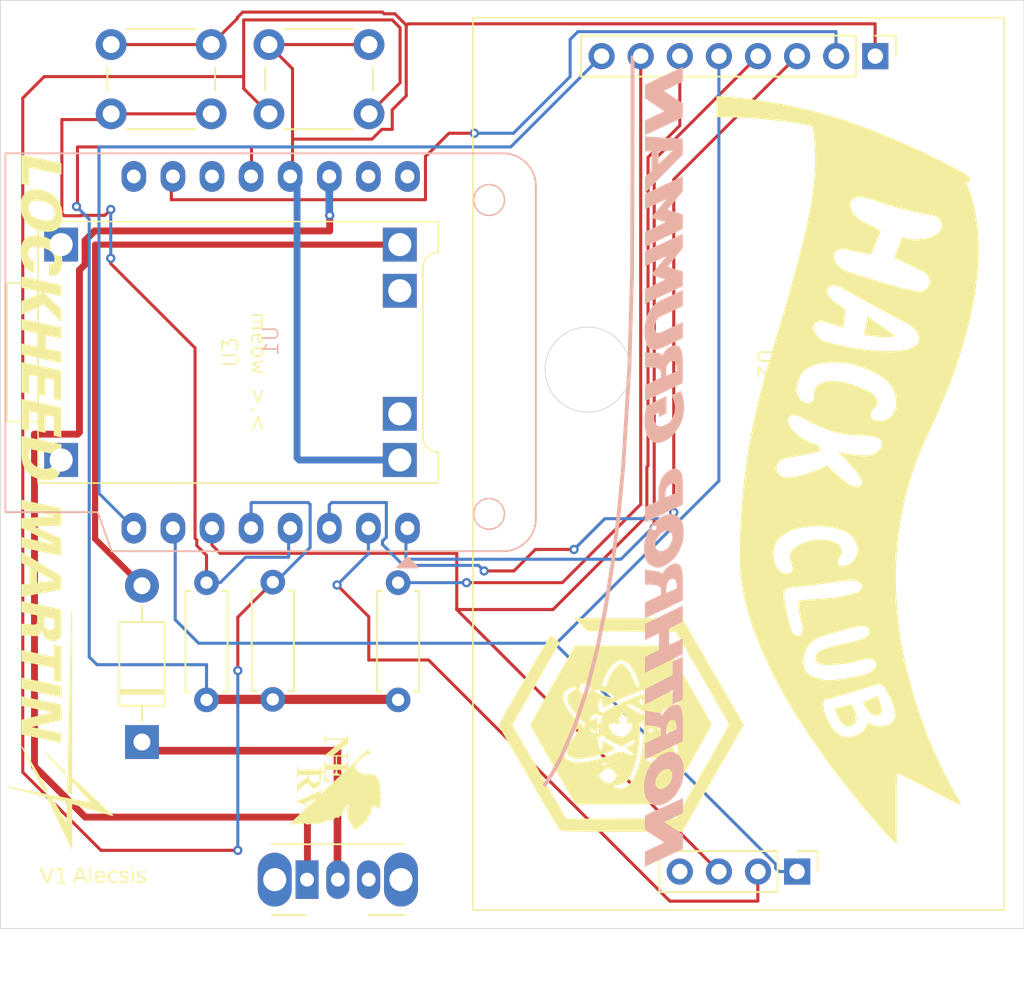
<source format=kicad_pcb>
(kicad_pcb (version 20241129) (generator "pcbnew") (generator_version "8.99")
  (layers (0 "F.Cu" signal) (2 "B.Cu" signal) (13 "F.Paste" user) (15 "B.Paste" user) (5 "F.SilkS" user "F.Silkscreen") (7 "B.SilkS" user "B.Silkscreen") (1 "F.Mask" user) (3 "B.Mask" user) (25 "Edge.Cuts" user))
  (net 0 "")
  (net 1 "Net-(D1-K)")
  (net 2 "Batt_Out")
  (net 3 "SD_CS")
  (net 5 "B2")
  (net 6 "MISO")
  (net 7 "+3.3V")
  (net 8 "GND")
  (net 9 "MOSI")
  (net 10 "CS")
  (net 11 "RESET")
  (net 12 "SCK")
  (net 13 "VCC")
  (net 14 "AO")
  (net 15 "B1")
  (net 16 "Net-(U2-LED)")
  (net 18 "Net-(BT1-+)")
  (net 19 "Net-(BT1--)")
  (footprint "Resistor_THT:R_Axial_DIN0207_L6.3mm_D2.5mm_P7.62mm_Horizontal" (layer "F.Cu") (at 91.694 109.093 90)
    (property "Reference" "R5" (hide yes))
    (property "Value" "10K" (hide yes))
  )
  (footprint "asylum-weather:ljk" (layer "F.Cu") (at 118.586778 110.725778 180)
    (property "Reference" "G***")
    (property "Value" "LOGO" (hide yes))
  )
  (footprint "Resistor_THT:R_Axial_DIN0207_L6.3mm_D2.5mm_P7.62mm_Horizontal" (layer "F.Cu") (at 96 109.06 90)
    (property "Reference" "R6" (hide yes))
    (property "Value" "10K" (hide yes))
  )
  (footprint "Button_Switch_THT:SW_PUSH_6mm_H9.5mm" (layer "F.Cu") (at 102.25 71 180)
    (property "Reference" "SW2" (hide yes))
    (property "Value" "SW_Push" (hide yes))
  )
  (footprint "Diode_THT:D_DO-41_SOD81_P10.16mm_Horizontal" (layer "F.Cu") (at 87.5 111.83 90)
    (property "Reference" "D1" (hide yes))
    (property "Value" "1N5817" (hide yes))
  )
  (footprint "Resistor_THT:R_Axial_DIN0207_L6.3mm_D2.5mm_P7.62mm_Horizontal" (layer "F.Cu") (at 104.14 101.473 -90)
    (property "Reference" "R2" (hide yes))
    (property "Value" "10" (hide yes))
  )
  (footprint "asylum-weather:TFT_ST7735_SD" (layer "F.Cu") (at 126.5 87.25 -90)
    (property "Reference" "U2")
    (property "Value" "~")
  )
  (footprint "Button_Switch_THT:SW_Slide_SPDT_Angled_CK_OS102011MA1Q" (layer "F.Cu") (at 98.225 120.775)
    (property "Reference" "SW3" (hide yes))
    (property "Value" "SW_SPDT" (hide yes))
  )
  (footprint "Button_Switch_THT:SW_PUSH_6mm_H9.5mm" (layer "F.Cu") (at 92 71 180)
    (property "Reference" "SW1" (hide yes))
    (property "Value" "SW_Push" (hide yes))
  )
  (footprint "asylum-weather:TP4056" (layer "F.Cu") (at 93.75 86.5 90)
    (property "Reference" "U3")
    (property "Value" "~")
  )
  (footprint "asylum-weather:WEMOS_C3_mini" (layer "B.Cu") (at 97.25 86.5 90)
    (property "Reference" "U1")
    (property "Value" "~")
  )
  (gr_poly (pts (xy 85.632778 116.611751) (xy 85.632551 116.614409) (xy 85.632115 116.617035) (xy 85.631477 116.619616) (xy 85.630644 116.622139) (xy 85.629623 116.624591) (xy 85.628421 116.626959) (xy 85.627045 116.62923) (xy 85.625503 116.631391) (xy 85.623802 116.633431) (xy 85.621948 116.635334) (xy 85.61995 116.63709) (xy 85.617813 116.638684) (xy 85.615546 116.640105) (xy 85.613154 116.641338) (xy 85.610647 116.642372) (xy 85.608029 116.643194) (xy 85.60531 116.64379) (xy 85.602495 116.644148) (xy 85.599592 116.644255) (xy 85.596608 116.644098) (xy 85.593551 116.643663) (xy 85.590427 116.64294) (xy 82.966183 115.867608) (xy 82.966183 115.867818) (xy 82.966183 118.75791) (xy 82.966046 118.761152) (xy 82.965644 118.764248) (xy 82.964993 118.767195) (xy 82.964106 118.769989) (xy 82.962998 118.772626) (xy 82.961684 118.775105) (xy 82.960179 118.77742) (xy 82.958497 118.779569) (xy 82.956652 118.781549) (xy 82.954659 118.783356) (xy 82.952533 118.784986) (xy 82.950288 118.786437) (xy 82.947939 118.787704) (xy 82.9455 118.788786) (xy 82.942987 118.789677) (xy 82.940412 118.790375) (xy 82.937792 118.790876) (xy 82.935141 118.791178) (xy 82.932473 118.791276) (xy 82.929803 118.791168) (xy 82.927145 118.790849) (xy 82.924514 118.790317) (xy 82.921925 118.789568) (xy 82.919391 118.788599) (xy 82.916929 118.787407) (xy 82.914552 118.785987) (xy 82.912274 118.784337) (xy 82.910111 118.782454) (xy 82.908077 118.780333) (xy 82.906187 118.777972) (xy 82.904454 118.775367) (xy 82.902895 118.772515) (xy 81.3046 115.413789) (xy 78.841011 114.807573) (xy 78.837304 114.806359) (xy 78.833918 114.804872) (xy 78.830847 114.803136) (xy 78.828088 114.801171) (xy 78.825633 114.799) (xy 78.82348 114.796645) (xy 78.821621 114.794127) (xy 78.820053 114.791469) (xy 78.81877 114.788693) (xy 78.817766 114.78582) (xy 78.817037 114.782872) (xy 78.816577 114.779872) (xy 78.816382 114.776841) (xy 78.816446 114.773801) (xy 78.816764 114.770774) (xy 78.817331 114.767783) (xy 78.818142 114.764848) (xy 78.819191 114.761993) (xy 78.820473 114.759238) (xy 78.821984 114.756606) (xy 78.823718 114.754119) (xy 78.82567 114.751799) (xy 78.827834 114.749668) (xy 78.830206 114.747747) (xy 78.832781 114.746058) (xy 78.835553 114.744624) (xy 78.838517 114.743467) (xy 78.841668 114.742607) (xy 78.845001 114.742069) (xy 78.848511 114.741872) (xy 78.852192 114.742039) (xy 78.856039 114.742593) (xy 81.193898 115.188364) (xy 81.70846 115.286569) (xy 81.70846 115.523858) (xy 82.6 117.025) (xy 82.627305 115.775112) (xy 82.627305 115.774898) (xy 81.70846 115.523858) (xy 81.70846 115.286569) (xy 82.966183 115.526607) (xy 84.17734 115.757749) (xy 82.966183 114.428269) (xy 82.966183 115.217788) (xy 82.640428 115.178208) (xy 82.654398 114.542359) (xy 82.669003 113.878997) (xy 82.899508 103.35218) (xy 82.899755 103.348245) (xy 82.900362 103.344574) (xy 82.901303 103.341167) (xy 82.902556 103.338024) (xy 82.904095 103.335143) (xy 82.905897 103.332524) (xy 82.907938 103.330166) (xy 82.910194 103.328069) (xy 82.912641 103.326232) (xy 82.915254 103.324653) (xy 82.91801 103.323334) (xy 82.920884 103.322272) (xy 82.923852 103.321467) (xy 82.926891 103.320918) (xy 82.929977 103.320625) (xy 82.933084 103.320587) (xy 82.93619 103.320804) (xy 82.939269 103.321273) (xy 82.942299 103.321996) (xy 82.945254 103.322971) (xy 82.948112 103.324197) (xy 82.950847 103.325674) (xy 82.953436 103.327402) (xy 82.955855 103.329378) (xy 82.958079 103.331603) (xy 82.960085 103.334077) (xy 82.961848 103.336797) (xy 82.963345 103.339764) (xy 82.96455 103.342977) (xy 82.965442 103.346435) (xy 82.965994 103.350138) (xy 82.966183 103.354085) (xy 82.966183 114.121565) (xy 85.621965 116.586211) (xy 85.624223 116.588486) (xy 85.626201 116.590858) (xy 85.627906 116.593313) (xy 85.629344 116.595838) (xy 85.630522 116.598421) (xy 85.631449 116.601049) (xy 85.632131 116.603709) (xy 85.632575 116.606387) (xy 85.632788 116.609072)) (stroke (width -0.000001)) (fill yes) (layer "F.SilkS"))
  (gr_poly (pts (xy 79.678154 99.186795) (xy 79.678154 98.508616) (xy 81.852816 99.003916) (xy 79.678154 97.927378) (xy 79.678154 97.281372) (xy 81.870808 97.155852) (xy 79.678154 96.707332) (xy 79.678154 96.086514) (xy 82.268953 96.635576) (xy 82.269059 96.63547) (xy 82.269112 96.635416) (xy 82.269165 96.635361) (xy 82.269165 97.765874) (xy 80.514448 97.826834) (xy 82.269165 98.605557) (xy 82.272763 99.735857)) (stroke (width -0.000001)) (fill yes) (layer "F.SilkS"))
  (gr_poly (pts (xy 82.26762 104.579331) (xy 82.265468 104.650678) (xy 82.2622 104.716185) (xy 82.25767 104.776204) (xy 82.25173 104.831086) (xy 82.244233 104.881184) (xy 82.235034 104.92685) (xy 82.223984 104.968436) (xy 82.210936 105.006293) (xy 82.195744 105.040773) (xy 82.178261 105.072229) (xy 82.158339 105.101012) (xy 82.135832 105.127474) (xy 82.110593 105.151968) (xy 82.082475 105.174844) (xy 82.066897 105.186959) (xy 82.049702 105.19897) (xy 82.030783 105.210686) (xy 82.010035 105.22192) (xy 81.987354 105.232481) (xy 81.962635 105.242181) (xy 81.935771 105.250831) (xy 81.921503 105.254702) (xy 81.906659 105.258241) (xy 81.891227 105.261422) (xy 81.875193 105.264222) (xy 81.858545 105.266617) (xy 81.841268 105.268585) (xy 81.82335 105.270101) (xy 81.804779 105.271141) (xy 81.78554 105.271683) (xy 81.76562 105.271701) (xy 81.745007 105.271174) (xy 81.723687 105.270076) (xy 81.701647 105.268385) (xy 81.678874 105.266077) (xy 81.655355 105.263127) (xy 81.631077 105.259514) (xy 81.606026 105.255212) (xy 81.58019 105.250198) (xy 81.528911 105.237862) (xy 81.481244 105.223791) (xy 81.437022 105.208102) (xy 81.396076 105.190908) (xy 81.358241 105.172327) (xy 81.323346 105.152474) (xy 81.291226 105.131464) (xy 81.261711 105.109413) (xy 81.234635 105.086437) (xy 81.209829 105.062652) (xy 81.187126 105.038172) (xy 81.166359 105.013115) (xy 81.147358 104.987594) (xy 81.129957 104.961727) (xy 81.113988 104.935628) (xy 81.099283 104.909414) (xy 81.080785 104.87472) (xy 81.064185 104.840707) (xy 81.049368 104.807462) (xy 81.03622 104.775077) (xy 81.024624 104.74364) (xy 81.014466 104.713242) (xy 81.00563 104.683971) (xy 80.998001 104.655918) (xy 80.985901 104.603824) (xy 80.977244 104.557675) (xy 80.966568 104.486082) (xy 80.952175 104.482483) (xy 80.950217 104.528054) (xy 80.947044 104.570652) (xy 80.942662 104.610372) (xy 80.937079 104.647309) (xy 80.930299 104.681558) (xy 80.922328 104.713215) (xy 80.913173 104.742375) (xy 80.90284 104.769133) (xy 80.891335 104.793584) (xy 80.878663 104.815823) (xy 80.864831 104.835946) (xy 80.849845 104.854047) (xy 80.83371 104.870223) (xy 80.816433 104.884567) (xy 80.79802 104.897176) (xy 80.778476 104.908144) (xy 80.757808 104.917567) (xy 80.736022 104.92554) (xy 80.713124 104.932158) (xy 80.689119 104.937516) (xy 80.664015 104.94171) (xy 80.637816 104.944834) (xy 80.582159 104.948255) (xy 80.522197 104.948541) (xy 80.457979 104.946452) (xy 80.316963 104.938201) (xy 80.168691 104.926843) (xy 80.085818 104.921629) (xy 80.000257 104.917511) (xy 79.914358 104.915079) (xy 79.830474 104.914924) (xy 79.750955 104.917637) (xy 79.713568 104.920252) (xy 79.678154 104.923806) (xy 79.678154 104.145086) (xy 79.708222 104.143474) (xy 79.739208 104.142654) (xy 79.803887 104.143174) (xy 79.872102 104.146224) (xy 79.943769 104.151383) (xy 80.018798 104.158228) (xy 80.097105 104.166338) (xy 80.2632 104.184666) (xy 80.371183 104.195273) (xy 80.418534 104.198782) (xy 80.461621 104.200468) (xy 80.500564 104.199866) (xy 80.535485 104.196505) (xy 80.551475 104.193645) (xy 80.566504 104.189919) (xy 80.580589 104.18527) (xy 80.593744 104.179639) (xy 80.605984 104.172967) (xy 80.617325 104.165196) (xy 80.627781 104.156267) (xy 80.637368 104.146123) (xy 80.646102 104.134704) (xy 80.653996 104.121951) (xy 80.661066 104.107807) (xy 80.667328 104.092213) (xy 80.672796 104.07511) (xy 80.677486 104.056439) (xy 80.681413 104.036143) (xy 80.684592 104.014163) (xy 80.687039 103.99044) (xy 80.688767 103.964915) (xy 80.690132 103.908228) (xy 80.690132 103.606814) (xy 79.678154 103.391548) (xy 79.678154 102.670403) (xy 81.156857 102.98378) (xy 81.156857 103.707359) (xy 81.156645 103.707359) (xy 81.156645 103.976599) (xy 81.156982 104.081232) (xy 81.157784 104.124337) (xy 81.159344 104.162309) (xy 81.161916 104.195907) (xy 81.165753 104.225886) (xy 81.168225 104.239754) (xy 81.171109 104.253002) (xy 81.174435 104.265723) (xy 81.178235 104.278013) (xy 81.183258 104.293506) (xy 81.188899 104.308402) (xy 81.195123 104.322711) (xy 81.201894 104.336444) (xy 81.209179 104.349611) (xy 81.216941 104.362222) (xy 81.225147 104.374288) (xy 81.233761 104.385819) (xy 81.242749 104.396827) (xy 81.252076 104.40732) (xy 81.261707 104.41731) (xy 81.271606 104.426806) (xy 81.28174 104.43582) (xy 81.292074 104.444362) (xy 81.313199 104.460072) (xy 81.334704 104.474017) (xy 81.35631 104.486282) (xy 81.377738 104.496951) (xy 81.398709 104.506106) (xy 81.418945 104.513831) (xy 81.438166 104.52021) (xy 81.456095 104.525325) (xy 81.472452 104.52926) (xy 81.50147 104.534643) (xy 81.528675 104.538062) (xy 81.554126 104.539595) (xy 81.57788 104.539318) (xy 81.599997 104.537309) (xy 81.620535 104.533645) (xy 81.639552 104.528402) (xy 81.657108 104.521657) (xy 81.673259 104.513487) (xy 81.688066 104.50397) (xy 81.701585 104.493182) (xy 81.713877 104.4812) (xy 81.724999 104.468101) (xy 81.735009 104.453962) (xy 81.743967 104.438859) (xy 81.751931 104.422871) (xy 81.758959 104.406073) (xy 81.76511 104.388543) (xy 81.770441 104.370358) (xy 81.775013 104.351594) (xy 81.778883 104.332329) (xy 81.782109 104.312639) (xy 81.786866 104.272293) (xy 81.789751 104.231172) (xy 81.791233 104.189892) (xy 81.791857 104.109314) (xy 81.791857 103.840286) (xy 81.156857 103.707359) (xy 81.156857 102.98378) (xy 82.268953 103.219463) (xy 82.269165 103.219256) (xy 82.269165 104.41771)) (stroke (width -0.000001)) (fill yes) (layer "F.SilkS"))
  (gr_poly (pts (xy 81.766669 91.921337) (xy 81.766669 90.686896) (xy 81.228401 90.571962) (xy 81.228401 91.734646) (xy 80.733101 91.626907) (xy 80.733101 90.464223) (xy 80.180439 90.349287) (xy 80.180439 91.612515) (xy 79.678154 91.504776) (xy 79.678154 89.531195) (xy 82.261757 90.080259) (xy 82.261968 90.080259) (xy 82.261968 92.025264)) (stroke (width -0.000001)) (fill yes) (layer "F.SilkS"))
  (gr_poly (pts (xy 100.432878 114.349846) (xy 100.432878 114.30664) (xy 100.473185 114.297978) (xy 100.492232 114.293334) (xy 100.510542 114.288482) (xy 100.528115 114.283422) (xy 100.54495 114.278153) (xy 100.561048 114.272675) (xy 100.57641 114.266989) (xy 100.591034 114.261094) (xy 100.60492 114.25499) (xy 100.61807 114.248678) (xy 100.630483 114.242156) (xy 100.642158 114.235426) (xy 100.653097 114.228487) (xy 100.663298 114.22134) (xy 100.672762 114.213983) (xy 100.681705 114.206328) (xy 100.690346 114.198288) (xy 100.698685 114.189861) (xy 100.706722 114.181047) (xy 100.714458 114.171847) (xy 100.721892 114.162261) (xy 100.729024 114.152289) (xy 100.735854 114.14193) (xy 100.742382 114.131185) (xy 100.748609 114.120054) (xy 100.754534 114.108536) (xy 100.760156 114.096632) (xy 100.765477 114.084342) (xy 100.770496 114.071665) (xy 100.775213 114.058602) (xy 100.779628 114.045152) (xy 100.782105 114.036757) (xy 100.784423 114.027492) (xy 100.786581 114.017356) (xy 100.78858 114.006351) (xy 100.790418 113.994474) (xy 100.792097 113.981728) (xy 100.793616 113.968111) (xy 100.794975 113.953625) (xy 100.797214 113.92204) (xy 100.798814 113.886976) (xy 100.799773 113.848431) (xy 100.800093 113.806405) (xy 100.800093 113.647258) (xy 100.172515 113.647258) (xy 100.172515 113.67795) (xy 100.172875 113.695968) (xy 100.173954 113.713354) (xy 100.175752 113.73011) (xy 100.17827 113.746235) (xy 100.181507 113.761729) (xy 100.185464 113.776593) (xy 100.19014 113.790825) (xy 100.195536 113.804427) (xy 100.201651 113.817399) (xy 100.208485 113.829739) (xy 100.216039 113.84145) (xy 100.224313 113.852529) (xy 100.233306 113.862978) (xy 100.243019 113.872797) (xy 100.253451 113.881985) (xy 100.264603 113.890543) (xy 100.276457 113.898596) (xy 100.288994 113.906277) (xy 100.302215 113.913586) (xy 100.316119 113.920521) (xy 100.330707 113.927084) (xy 100.345978 113.933274) (xy 100.361934 113.939091) (xy 100.378573 113.944536) (xy 100.395896 113.949607) (xy 100.413903 113.954306) (xy 100.432595 113.958632) (xy 100.451971 113.962585) (xy 100.472031 113.966165) (xy 100.492775 113.969372) (xy 100.514204 113.972206) (xy 100.536317 113.974667) (xy 100.536317 114.017873) (xy 99.729126 114.017873) (xy 99.729126 113.974667) (xy 99.76135 113.970783) (xy 99.792081 113.965958) (xy 99.821319 113.960192) (xy 99.849065 113.953485) (xy 99.862379 113.949779) (xy 99.875319 113.945838) (xy 99.887887 113.941661) (xy 99.900082 113.93725) (xy 99.911903 113.932603) (xy 99.923352 113.927721) (xy 99.934429 113.922604) (xy 99.945132 113.917252) (xy 99.955432 113.911725) (xy 99.965301 113.906086) (xy 99.97474 113.900337) (xy 99.983748 113.894477) (xy 99.992326 113.888506) (xy 100.000473 113.882423) (xy 100.008189 113.87623) (xy 100.015475 113.869927) (xy 100.02233 113.863512) (xy 100.028755 113.856986) (xy 100.034749 113.85035) (xy 100.040312 113.843603) (xy 100.045444 113.836745) (xy 100.050145 113.829776) (xy 100.054415 113.822697) (xy 100.058255 113.815507) (xy 100.061765 113.808057) (xy 100.06505 113.800198) (xy 100.068107 113.791929) (xy 100.070938 113.783252) (xy 100.073542 113.774165) (xy 100.07592 113.76467) (xy 100.078071 113.754766) (xy 100.079995 113.744453) (xy 100.081693 113.733731) (xy 100.083165 113.722601) (xy 100.08441 113.711063) (xy 100.085429 113.699116) (xy 100.086221 113.68676) (xy 100.086787 113.673997) (xy 100.087127 113.660825) (xy 100.08724 113.647245) (xy 99.652953 113.647245) (xy 99.622664 113.647413) (xy 99.595466 113.647918) (xy 99.571359 113.64876) (xy 99.550344 113.649939) (xy 99.532421 113.651456) (xy 99.51759 113.653312) (xy 99.505851 113.655506) (xy 99.501142 113.656731) (xy 99.497206 113.65804) (xy 99.493691 113.659463) (xy 99.490257 113.661032) (xy 99.486903 113.662748) (xy 99.48363 113.664611) (xy 99.480437 113.66662) (xy 99.477323 113.668776) (xy 99.474291 113.671079) (xy 99.471338 113.673528) (xy 99.468465 113.676124) (xy 99.465673 113.678867) (xy 99.46296 113.681756) (xy 99.460328 113.684792) (xy 99.457776 113.687975) (xy 99.455304 113.691304) (xy 99.452911 113.69478) (xy 99.450599 113.698402) (xy 99.448396 113.702238) (xy 99.446335 113.706358) (xy 99.444416 113.710763) (xy 99.442639 113.715453) (xy 99.441005 113.720426) (xy 99.439513 113.725685) (xy 99.438163 113.731227) (xy 99.436955 113.737054) (xy 99.43589 113.743166) (xy 99.434966 113.749562) (xy 99.434185 113.756241) (xy 99.433546 113.763206) (xy 99.433048 113.770454) (xy 99.432693 113.777986) (xy 99.43248 113.785803) (xy 99.432409 113.793903) (xy 99.432409 113.885992) (xy 99.4328 113.912656) (xy 99.433973 113.93865) (xy 99.435927 113.963974) (xy 99.438663 113.988626) (xy 99.44218 114.012609) (xy 99.446479 114.035921) (xy 99.45156 114.058562) (xy 99.457422 114.080533) (xy 99.464066 114.101834) (xy 99.471492 114.122464) (xy 99.479699 114.142424) (xy 99.488689 114.161714) (xy 99.498459 114.180334) (xy 99.509012 114.198284) (xy 99.520346 114.215563) (xy 99.532461 114.232172) (xy 99.545374 114.248158) (xy 99.559104 114.26357) (xy 99.573652 114.278409) (xy 99.589018 114.292674) (xy 99.6052 114.306367) (xy 99.622201 114.319487) (xy 99.640018 114.332034) (xy 99.658653 114.344008) (xy 99.678104 114.35541) (xy 99.698373 114.366239) (xy 99.719459 114.376496) (xy 99.741362 114.38618) (xy 99.764082 114.395291) (xy 99.787618 114.403831) (xy 99.811972 114.411798) (xy 99.837142 114.419193) (xy 99.837142 114.461262) (xy 99.347147 114.391914) (xy 99.347147 113.059487) (xy 99.389216 113.059487) (xy 99.389216 113.110644) (xy 99.389309 113.118926) (xy 99.389589 113.127004) (xy 99.390056 113.134877) (xy 99.390709 113.142547) (xy 99.391549 113.150013) (xy 99.392575 113.157274) (xy 99.393788 113.164331) (xy 99.395187 113.171184) (xy 99.396773 113.177832) (xy 99.398545 113.184276) (xy 99.400504 113.190516) (xy 99.402649 113.196551) (xy 99.404981 113.202382) (xy 99.407499 113.208008) (xy 99.410204 113.21343) (xy 99.413094 113.218647) (xy 99.415173 113.222287) (xy 99.417428 113.225821) (xy 99.419862 113.229248) (xy 99.422473 113.23257) (xy 99.425262 113.235784) (xy 99.428228 113.238893) (xy 99.431372 113.241895) (xy 99.434694 113.244791) (xy 99.438194 113.24758) (xy 99.441871 113.250263) (xy 99.445726 113.25284) (xy 99.449758 113.25531) (xy 99.453968 113.257675) (xy 99.458356 113.259932) (xy 99.462922 113.262084) (xy 99.467665 113.264129) (xy 99.471422 113.265642) (xy 99.475871 113.267059) (xy 99.481014 113.268377) (xy 99.486849 113.269598) (xy 99.493377 113.270721) (xy 99.500597 113.271747) (xy 99.508511 113.272675) (xy 99.517117 113.273505) (xy 99.526416 113.274237) (xy 99.536408 113.274872) (xy 99.55847 113.275849) (xy 99.583304 113.276435) (xy 99.61091 113.27663) (xy 100.625005 113.27663) (xy 100.672258 113.276273) (xy 100.692101 113.275828) (xy 100.70942 113.275205) (xy 100.724218 113.274404) (xy 100.736492 113.273427) (xy 100.746244 113.272273) (xy 100.753474 113.270942) (xy 100.758376 113.269445) (xy 100.763136 113.267797) (xy 100.767755 113.265998) (xy 100.772231 113.264049) (xy 100.776565 113.261948) (xy 100.780758 113.259696) (xy 100.784808 113.257293) (xy 100.788716 113.254739) (xy 100.792482 113.252035) (xy 100.796107 113.249179) (xy 100.799589 113.246172) (xy 100.802929 113.243014) (xy 100.806128 113.239706) (xy 100.809184 113.236246) (xy 100.812098 113.232635) (xy 100.81487 113.228873) (xy 100.818725 113.223347) (xy 100.82233 113.217572) (xy 100.825687 113.211549) (xy 100.828796 113.205278) (xy 100.831655 113.198759) (xy 100.834266 113.191991) (xy 100.836629 113.184974) (xy 100.838742 113.177709) (xy 100.840607 113.170196) (xy 100.842224 113.162433) (xy 100.843591 113.154422) (xy 100.84471 113.146162) (xy 100.845581 113.137653) (xy 100.846202 113.128895) (xy 100.846575 113.119887) (xy 100.8467 113.110631) (xy 100.8467 113.059474) (xy 100.888768 113.059474) (xy 100.888768 114.349846)) (stroke (width -0.000001)) (fill yes) (layer "F.SilkS"))
  (gr_poly (pts (xy 81.756085 107.826179) (xy 81.756085 107.018882) (xy 79.678365 106.577346) (xy 79.678365 105.852388) (xy 81.756085 106.293926) (xy 81.756085 105.504619) (xy 82.269165 105.612356) (xy 82.269165 107.933919)) (stroke (width -0.000001)) (fill yes) (layer "F.SilkS"))
  (gr_poly (pts (xy 80.338553 110.861692) (xy 82.269165 111.263648) (xy 82.269165 111.891663) (xy 79.678365 111.3426) (xy 79.678365 110.373801) (xy 81.691315 109.907288) (xy 79.678365 109.487554) (xy 79.678365 108.855943) (xy 82.269165 109.405003) (xy 82.269165 110.395178)) (stroke (width -0.000001)) (fill yes) (layer "F.SilkS"))
  (gr_poly (pts (xy 79.678365 108.375032) (xy 79.678365 107.635891) (xy 82.269165 108.184954) (xy 82.269165 108.924094)) (stroke (width -0.000001)) (fill yes) (layer "F.SilkS"))
  (gr_poly (pts (xy 99.077444 115.631329) (xy 99.077444 115.606313) (xy 99.077053 115.582295) (xy 99.07588 115.560267) (xy 99.075 115.55) (xy 99.073924 115.54023) (xy 99.072653 115.530957) (xy 99.071187 115.522182) (xy 99.069525 115.513904) (xy 99.067668 115.506123) (xy 99.065616 115.49884) (xy 99.063369 115.492054) (xy 99.060926 115.485765) (xy 99.058289 115.479973) (xy 99.055456 115.474678) (xy 99.052428 115.469881) (xy 99.050235 115.466713) (xy 99.047917 115.463751) (xy 99.046712 115.462346) (xy 99.045475 115.460992) (xy 99.044207 115.45969) (xy 99.042908 115.458438) (xy 99.041578 115.457238) (xy 99.040217 115.456088) (xy 99.038825 115.45499) (xy 99.037402 115.453943) (xy 99.035947 115.452947) (xy 99.034461 115.452002) (xy 99.032945 115.451108) (xy 99.031397 115.450265) (xy 99.029818 115.449473) (xy 99.028208 115.448733) (xy 99.026567 115.448043) (xy 99.024895 115.447405) (xy 99.023192 115.446817) (xy 99.021458 115.446281) (xy 99.019693 115.445795) (xy 99.017896 115.445361) (xy 99.014211 115.444646) (xy 99.010401 115.444135) (xy 99.006467 115.443829) (xy 99.002409 115.443727) (xy 98.999822 115.443762) (xy 98.997178 115.443869) (xy 98.994476 115.444046) (xy 98.991716 115.444295) (xy 98.988898 115.444615) (xy 98.986022 115.445005) (xy 98.983089 115.445467) (xy 98.980098 115.446) (xy 98.973942 115.44728) (xy 98.967557 115.448844) (xy 98.960941 115.450694) (xy 98.954095 115.452828) (xy 98.945665 115.455776) (xy 98.934304 115.460074) (xy 98.920012 115.465722) (xy 98.90279 115.472722) (xy 98.859553 115.490772) (xy 98.804593 115.514224) (xy 98.037195 115.842784) (xy 98.720456 116.147465) (xy 98.777295 116.172119) (xy 98.823908 116.191513) (xy 98.843378 116.199239) (xy 98.860291 116.205651) (xy 98.874645 116.21075) (xy 98.886442 116.214537) (xy 98.896759 116.217467) (xy 98.906687 116.220007) (xy 98.916225 116.222155) (xy 98.925373 116.223913) (xy 98.934132 116.225281) (xy 98.9425 116.226257) (xy 98.950477 116.226843) (xy 98.958065 116.227039) (xy 98.962297 116.226968) (xy 98.966467 116.226754) (xy 98.970575 116.226399) (xy 98.97462 116.225901) (xy 98.978603 116.225261) (xy 98.982523 116.224478) (xy 98.986382 116.223554) (xy 98.990178 116.222488) (xy 98.993913 116.221279) (xy 98.997585 116.219929) (xy 99.001195 116.218437) (xy 99.004744 116.216803) (xy 99.008231 116.215027) (xy 99.011657 116.213109) (xy 99.015021 116.21105) (xy 99.018323 116.208848) (xy 99.021541 116.206507) (xy 99.024662 116.204033) (xy 99.027685 116.201425) (xy 99.030611 116.198684) (xy 99.03344 116.19581) (xy 99.036171 116.192803) (xy 99.038804 116.189662) (xy 99.04134 116.186389) (xy 99.043779 116.182982) (xy 99.04612 116.179443) (xy 99.048363 116.175771) (xy 99.050509 116.171965) (xy 99.052557 116.168027) (xy 99.054508 116.163956) (xy 99.056361 116.159752) (xy 99.058117 116.155416) (xy 99.060457 116.14918) (xy 99.062647 116.142695) (xy 99.064685 116.135963) (xy 99.066573 116.128981) (xy 99.068309 116.121751) (xy 99.069894 116.114273) (xy 99.071329 116.106546) (xy 99.072612 116.09857) (xy 99.073745 116.090346) (xy 99.074726 116.081873) (xy 99.075557 116.073151) (xy 99.076236 116.064181) (xy 99.076765 116.054961) (xy 99.077142 116.045493) (xy 99.077369 116.035776) (xy 99.077444 116.02581) (xy 99.119513 116.02581) (xy 99.119513 116.531745) (xy 99.077431 116.531745) (xy 99.075481 116.521299) (xy 99.073042 116.510996) (xy 99.070114 116.500834) (xy 99.066699 116.490815) (xy 99.062794 116.480938) (xy 99.058402 116.471204) (xy 99.053521 116.461611) (xy 99.048152 116.452161) (xy 99.042295 116.442852) (xy 99.035949 116.433686) (xy 99.029115 116.424663) (xy 99.021792 116.415781) (xy 99.013981 116.407041) (xy 99.005682 116.398443) (xy 98.996895 116.389988) (xy 98.987619 116.381674) (xy 98.979913 116.375524) (xy 98.971008 116.369009) (xy 98.960904 116.362131) (xy 98.949601 116.354888) (xy 98.937099 116.34728) (xy 98.923398 116.339309) (xy 98.908498 116.330973) (xy 98.8924 116.322273) (xy 98.856606 116.303781) (xy 98.816018 116.283833) (xy 98.770634 116.262427) (xy 98.720456 116.239566) (xy 97.542649 115.70864) (xy 97.542649 115.671122) (xy 98.768213 115.142472) (xy 98.820776 115.119581) (xy 98.867618 115.098664) (xy 98.90874 115.079719) (xy 98.944142 115.062746) (xy 98.973825 115.047745) (xy 98.997789 115.034716) (xy 99.016035 115.023659) (xy 99.028563 115.014572) (xy 99.033281 115.010297) (xy 99.037779 115.005574) (xy 99.042054 115.000401) (xy 99.046108 114.994781) (xy 99.049941 114.988712) (xy 99.053552 114.982194) (xy 99.05694 114.975228) (xy 99.060107 114.967813) (xy 99.063052 114.959951) (xy 99.065775 114.95164) (xy 99.068276 114.94288) (xy 99.070554 114.933673) (xy 99.07261 114.924017) (xy 99.074444 114.913913) (xy 99.076056 114.903361) (xy 99.077444 114.892361) (xy 99.119513 114.892361) (xy 99.119513 115.631329)) (stroke (width -0.000001)) (fill yes) (layer "F.SilkS"))
  (gr_poly (pts (xy 100.087835 113.319783) (xy 100.087835 112.7377) (xy 100.173005 112.7377) (xy 100.173005 113.319783)) (stroke (width -0.000001)) (fill yes) (layer "F.SilkS"))
  (gr_poly (pts (xy 80.187847 74.50117) (xy 80.187847 75.663855) (xy 79.678365 75.556116) (xy 79.678365 73.665298) (xy 82.269165 74.214361) (xy 82.269165 74.942706)) (stroke (width -0.000001)) (fill yes) (layer "F.SilkS"))
  (gr_poly (pts (xy 99.118895 114.194734) (xy 99.117082 114.257618) (xy 99.11406 114.315812) (xy 99.109831 114.369316) (xy 99.104394 114.418131) (xy 99.097751 114.462257) (xy 99.089901 114.501695) (xy 99.080845 114.536444) (xy 99.075757 114.552457) (xy 99.070159 114.568098) (xy 99.064051 114.583365) (xy 99.057431 114.598259) (xy 99.050301 114.612781) (xy 99.042661 114.626929) (xy 99.034509 114.640705) (xy 99.025848 114.654107) (xy 99.016675 114.667137) (xy 99.006992 114.679793) (xy 98.996798 114.692077) (xy 98.986093 114.703987) (xy 98.974878 114.715524) (xy 98.963152 114.726689) (xy 98.950915 114.73748) (xy 98.938168 114.747899) (xy 98.925025 114.757811) (xy 98.911603 114.767084) (xy 98.8979 114.775717) (xy 98.883918 114.783712) (xy 98.869655 114.791066) (xy 98.855113 114.797781) (xy 98.840291 114.803857) (xy 98.825189 114.809294) (xy 98.809807 114.81409) (xy 98.794146 114.818248) (xy 98.778205 114.821765) (xy 98.761983 114.824644) (xy 98.745483 114.826882) (xy 98.728702 114.828481) (xy 98.711642 114.829441) (xy 98.694302 114.829761) (xy 98.673215 114.829281) (xy 98.652591 114.827842) (xy 98.632429 114.825444) (xy 98.612729 114.822086) (xy 98.59349 114.817769) (xy 98.574714 114.812494) (xy 98.556399 114.806258) (xy 98.538546 114.799064) (xy 98.521156 114.79091) (xy 98.504226 114.781798) (xy 98.487759 114.771726) (xy 98.471753 114.760695) (xy 98.45621 114.748705) (xy 98.441128 114.735756) (xy 98.426507 114.721848) (xy 98.412349 114.706981) (xy 98.403673 114.696931) (xy 98.395274 114.686393) (xy 98.387149 114.675366) (xy 98.379301 114.66385) (xy 98.371728 114.651846) (xy 98.364431 114.639354) (xy 98.35741 114.626373) (xy 98.350664 114.612903) (xy 98.344194 114.598945) (xy 98.337999 114.584498) (xy 98.33208 114.569563) (xy 98.326437 114.55414) (xy 98.32107 114.538228) (xy 98.315978 114.521827) (xy 98.311161 114.504939) (xy 98.306621 114.487562) (xy 97.784797 114.85819) (xy 97.760687 114.87572) (xy 97.738959 114.891936) (xy 97.719614 114.906839) (xy 97.70265 114.920428) (xy 97.688067 114.932703) (xy 97.675865 114.943664) (xy 97.666044 114.95331) (xy 97.662026 114.95764) (xy 97.658603 114.961642) (xy 97.654322 114.967526) (xy 97.65029 114.973526) (xy 97.646506 114.979641) (xy 97.642971 114.985871) (xy 97.639685 114.992217) (xy 97.636647 114.998678) (xy 97.633858 115.005255) (xy 97.631318 115.011947) (xy 97.629027 115.018755) (xy 97.626984 115.025678) (xy 97.625189 115.032717) (xy 97.623644 115.039872) (xy 97.622347 115.047141) (xy 97.621298 115.054527) (xy 97.620499 115.062028) (xy 97.619948 115.069645) (xy 97.577879 115.069645) (xy 97.577879 114.584201) (xy 98.280467 114.087379) (xy 98.280467 113.98619) (xy 97.848468 113.98619) (xy 97.818648 113.98643) (xy 97.791725 113.987149) (xy 97.767698 113.988349) (xy 97.746569 113.990028) (xy 97.728336 113.992186) (xy 97.712999 113.994823) (xy 97.706417 113.996322) (xy 97.700559 113.99794) (xy 97.695425 113.999678) (xy 97.691014 114.001535) (xy 97.687017 114.003544) (xy 97.683121 114.005735) (xy 97.679327 114.008108) (xy 97.675634 114.010664) (xy 97.672043 114.013401) (xy 97.668554 114.016321) (xy 97.665167 114.019423) (xy 97.661882 114.022707) (xy 97.658699 114.026174) (xy 97.655619 114.029822) (xy 97.652641 114.033653) (xy 97.649765 114.037666) (xy 97.646992 114.04186) (xy 97.644321 114.046237) (xy 97.641753 114.050796) (xy 97.639288 114.055537) (xy 97.636946 114.060629) (xy 97.634755 114.066245) (xy 97.632715 114.072386) (xy 97.630827 114.079051) (xy 97.62909 114.086241) (xy 97.627505 114.093955) (xy 97.626071 114.102193) (xy 97.624788 114.110956) (xy 97.623656 114.120242) (xy 97.622675 114.130053) (xy 97.621846 114.140388) (xy 97.621167 114.151246) (xy 97.620639 114.162629) (xy 97.620262 114.174536) (xy 97.620036 114.186966) (xy 97.619961 114.19992) (xy 97.577892 114.19992) (xy 97.577892 113.41092) (xy 97.619961 113.41092) (xy 97.620271 113.43656) (xy 97.621204 113.46005) (xy 97.622758 113.481392) (xy 97.624933 113.500585) (xy 97.626254 113.509376) (xy 97.627731 113.517629) (xy 97.629363 113.525346) (xy 97.631151 113.532525) (xy 97.633094 113.539167) (xy 97.635193 113.545273) (xy 97.637447 113.550841) (xy 97.639857 113.555872) (xy 97.64239 113.560543) (xy 97.645016 113.565037) (xy 97.647735 113.569353) (xy 97.650548 113.573492) (xy 97.653454 113.577454) (xy 97.656454 113.581238) (xy 97.659547 113.584844) (xy 97.662734 113.588273) (xy 97.666014 113.591524) (xy 97.669387 113.594598) (xy 97.672853 113.597493) (xy 97.676413 113.600211) (xy 97.680066 113.602751) (xy 97.683812 113.605113) (xy 97.687651 113.607298) (xy 97.691583 113.609304) (xy 97.695926 113.611162) (xy 97.700997 113.612899) (xy 97.706797 113.614518) (xy 97.713325 113.616016) (xy 97.720581 113.617395) (xy 97.728565 113.618654) (xy 97.737278 113.619793) (xy 97.746719 113.620812) (xy 97.756889 113.621711) (xy 97.767786 113.622491) (xy 97.779413 113.62315) (xy 97.791767 113.62369) (xy 97.818661 113.62441) (xy 97.848468 113.62465) (xy 98.361205 113.62465) (xy 98.361205 113.98619) (xy 98.361205 114.050986) (xy 98.361657 114.089247) (xy 98.363015 114.125023) (xy 98.365279 114.158312) (xy 98.368449 114.189115) (xy 98.372525 114.217431) (xy 98.377507 114.243261) (xy 98.380338 114.255243) (xy 98.383395 114.266603) (xy 98.386679 114.277341) (xy 98.39019 114.287457) (xy 98.393996 114.297132) (xy 98.398166 114.306544) (xy 98.4027 114.315694) (xy 98.407598 114.324583) (xy 98.41286 114.333209) (xy 98.418486 114.341573) (xy 98.424477 114.349675) (xy 98.430831 114.357516) (xy 98.43755 114.365094) (xy 98.444633 114.37241) (xy 98.45208 114.379465) (xy 98.459892 114.386257) (xy 98.468067 114.392787) (xy 98.476607 114.399056) (xy 98.485511 114.405062) (xy 98.49478 114.410806) (xy 98.50441 114.416244) (xy 98.5144 114.421331) (xy 98.524749 114.426068) (xy 98.535457 114.430454) (xy 98.546526 114.434489) (xy 98.557954 114.438173) (xy 98.569741 114.441507) (xy 98.581889 114.444489) (xy 98.594396 114.447121) (xy 98.607263 114.449402) (xy 98.62049 114.451332) (xy 98.634077 114.452912) (xy 98.648024 114.45414) (xy 98.662331 114.455017) (xy 98.676999 114.455544) (xy 98.692027 114.455719) (xy 98.713693 114.455397) (xy 98.73464 114.454431) (xy 98.754868 114.452821) (xy 98.774376 114.450568) (xy 98.793165 114.44767) (xy 98.811234 114.444128) (xy 98.828584 114.439943) (xy 98.845215 114.435113) (xy 98.861127 114.42964) (xy 98.87632 114.423523) (xy 98.890793 114.416762) (xy 98.904547 114.409357) (xy 98.917583 114.401309) (xy 98.9299 114.392617) (xy 98.941498 114.383281) (xy 98.952377 114.373302) (xy 98.962563 114.362605) (xy 98.972092 114.351122) (xy 98.980964 114.338853) (xy 98.989179 114.325798) (xy 98.996737 114.311958) (xy 99.003638 114.297331) (xy 99.009882 114.281919) (xy 99.015468 114.26572) (xy 99.020398 114.248736) (xy 99.02467 114.230966) (xy 99.028285 114.21241) (xy 99.031243 114.193069) (xy 99.033543 114.172942) (xy 99.035186 114.152028) (xy 99.036172 114.13033) (xy 99.036501 114.107845) (xy 99.036501 113.98619) (xy 98.361205 113.98619) (xy 98.361205 113.62465) (xy 98.848924 113.62465) (xy 98.87874 113.62441) (xy 98.905662 113.62369) (xy 98.929688 113.622491) (xy 98.950818 113.620812) (xy 98.969053 113.618654) (xy 98.984391 113.616016) (xy 98.990974 113.614518) (xy 98.996833 113.6129) (xy 99.001967 113.611162) (xy 99.006377 113.609304) (xy 99.010375 113.607295) (xy 99.01427 113.605104) (xy 99.018064 113.60273) (xy 99.021756 113.600174) (xy 99.025346 113.597436) (xy 99.028834 113.594515) (xy 99.032221 113.591412) (xy 99.035505 113.588127) (xy 99.038687 113.584661) (xy 99.041767 113.581012) (xy 99.044746 113.577181) (xy 99.047622 113.573169) (xy 99.050395 113.568974) (xy 99.053067 113.564599) (xy 99.055636 113.560041) (xy 99.058104 113.555303) (xy 99.060444 113.550209) (xy 99.062634 113.544591) (xy 99.064672 113.538449) (xy 99.06656 113.531783) (xy 99.068296 113.524593) (xy 99.069882 113.516879) (xy 99.071316 113.508641) (xy 99.0726 113.499879) (xy 99.073732 113.490593) (xy 99.074714 113.480783) (xy 99.075544 113.470449) (xy 99.076224 113.459591) (xy 99.076752 113.448209) (xy 99.077129 113.436303) (xy 99.077356 113.423874) (xy 99.077431 113.41092) (xy 99.1195 113.41092) (xy 99.1195 114.12716)) (stroke (width -0.000001)) (fill yes) (layer "F.SilkS"))
  (gr_poly (pts (xy 133.931084 110.307602) (xy 133.928868 110.347545) (xy 133.924338 110.386876) (xy 133.917359 110.425482) (xy 133.912909 110.444479) (xy 133.907796 110.463252) (xy 133.902003 110.481787) (xy 133.895513 110.500072) (xy 133.888309 110.51809) (xy 133.880374 110.53583) (xy 133.871692 110.553275) (xy 133.862244 110.570414) (xy 133.852015 110.58723) (xy 133.840988 110.603711) (xy 133.829145 110.619841) (xy 133.816469 110.635608) (xy 133.802944 110.650997) (xy 133.788553 110.665995) (xy 133.773278 110.680586) (xy 133.757103 110.694756) (xy 133.740011 110.708493) (xy 133.721985 110.721782) (xy 133.703008 110.734608) (xy 133.683062 110.746958) (xy 133.662132 110.758818) (xy 133.6402 110.770173) (xy 133.617249 110.781009) (xy 133.593262 110.791313) (xy 133.523319 110.815396) (xy 133.456084 110.8297) (xy 133.391509 110.834816) (xy 133.329546 110.831337) (xy 133.27015 110.819857) (xy 133.213274 110.800966) (xy 133.158869 110.775257) (xy 133.10689 110.743323) (xy 133.057288 110.705757) (xy 133.010019 110.663149) (xy 132.965033 110.616094) (xy 132.922285 110.565183) (xy 132.881727 110.511008) (xy 132.843313 110.454163) (xy 132.772726 110.334828) (xy 132.71015 110.211917) (xy 132.655208 110.09017) (xy 132.566723 109.869121) (xy 132.504265 109.709592) (xy 132.481858 109.664745) (xy 132.472695 109.653125) (xy 132.464829 109.649496) (xy 133.593262 109.3791) (xy 133.644613 109.459648) (xy 133.697464 109.550942) (xy 133.758354 109.667901) (xy 133.789451 109.734048) (xy 133.819723 109.804264) (xy 133.848226 109.877765) (xy 133.874014 109.953768) (xy 133.896142 110.031493) (xy 133.913666 110.110154) (xy 133.925642 110.188971) (xy 133.931123 110.26716)) (stroke (width -0.000001)) (fill yes) (layer "F.SilkS"))
  (gr_poly (pts (xy 103.06004 115.211138) (xy 103.059448 115.220917) (xy 103.058493 115.230032) (xy 103.057201 115.238525) (xy 103.055598 115.246438) (xy 103.05371 115.253812) (xy 103.051563 115.26069) (xy 103.049182 115.267113) (xy 103.046594 115.273123) (xy 103.043825 115.278763) (xy 103.0409 115.284074) (xy 103.037845 115.289098) (xy 103.034686 115.293876) (xy 103.03145 115.298452) (xy 103.024848 115.307161) (xy 103.018246 115.31556) (xy 103.011852 115.323984) (xy 103.008797 115.32831) (xy 103.005872 115.332768) (xy 103.003103 115.3374) (xy 103.000515 115.342248) (xy 102.998134 115.347353) (xy 102.995987 115.352758) (xy 102.994098 115.358505) (xy 102.992495 115.364634) (xy 102.991204 115.371189) (xy 102.990249 115.378212) (xy 102.989657 115.385743) (xy 102.989454 115.393825) (xy 102.989655 115.401927) (xy 102.990241 115.409514) (xy 102.991187 115.416621) (xy 102.992466 115.423282) (xy 102.994054 115.429533) (xy 102.995924 115.435408) (xy 102.998051 115.440943) (xy 103.000409 115.446173) (xy 103.002973 115.451133) (xy 103.005716 115.455857) (xy 103.008613 115.460381) (xy 103.011638 115.464739) (xy 103.017972 115.4731) (xy 103.024511 115.48122) (xy 103.03105 115.489379) (xy 103.037384 115.497856) (xy 103.040409 115.502302) (xy 103.043306 115.506932) (xy 103.04605 115.511782) (xy 103.048613 115.516887) (xy 103.050971 115.522282) (xy 103.053098 115.528001) (xy 103.054968 115.53408) (xy 103.056556 115.540553) (xy 103.057835 115.547457) (xy 103.058781 115.554825) (xy 103.059367 115.562693) (xy 103.059568 115.571096) (xy 103.05942 115.579416) (xy 103.058989 115.587044) (xy 103.058293 115.594023) (xy 103.057351 115.600396) (xy 103.056183 115.606207) (xy 103.054807 115.6115) (xy 103.053242 115.616318) (xy 103.051507 115.620705) (xy 103.049621 115.624704) (xy 103.047602 115.62836) (xy 103.04547 115.631715) (xy 103.043244 115.634813) (xy 103.038583 115.640413) (xy 103.033771 115.64551) (xy 103.02896 115.650451) (xy 103.024299 115.655587) (xy 103.022073 115.658336) (xy 103.019941 115.661265) (xy 103.017922 115.664416) (xy 103.016036 115.667834) (xy 103.014301 115.671562) (xy 103.012736 115.675644) (xy 103.01136 115.680122) (xy 103.010191 115.685042) (xy 103.00925 115.690446) (xy 103.008554 115.696379) (xy 103.008123 115.702883) (xy 103.007975 115.710002) (xy 103.037092 115.868725) (xy 103.036836 115.878074) (xy 103.036089 115.886911) (xy 103.034885 115.895257) (xy 103.033255 115.903135) (xy 103.031233 115.910564) (xy 103.028851 115.917568) (xy 103.026142 115.924166) (xy 103.023139 115.930381) (xy 103.019875 115.936234) (xy 103.016381 115.941745) (xy 103.012691 115.946938) (xy 103.008838 115.951832) (xy 103.004854 115.95645) (xy 103.000772 115.960812) (xy 102.992444 115.968857) (xy 102.961748 115.995099) (xy 102.958745 115.998064) (xy 102.956036 116.001031) (xy 102.953654 116.00402) (xy 102.951632 116.007053) (xy 102.950002 116.010152) (xy 102.948798 116.013337) (xy 102.948051 116.016631) (xy 102.947795 116.020054) (xy 102.947847 116.022294) (xy 102.947998 116.024497) (xy 102.948574 116.028808) (xy 102.949471 116.033014) (xy 102.950638 116.037144) (xy 102.952023 116.041225) (xy 102.953575 116.045286) (xy 102.956974 116.05346) (xy 102.960425 116.061891) (xy 102.962042 116.066273) (xy 102.963517 116.070804) (xy 102.964799 116.075511) (xy 102.965838 116.080423) (xy 102.966581 116.085569) (xy 102.966826 116.088237) (xy 102.966977 116.090975) (xy 102.966873 116.095808) (xy 102.966103 116.102189) (xy 102.964724 116.109861) (xy 102.962797 116.118566) (xy 102.960378 116.128047) (xy 102.957527 116.138048) (xy 102.954301 116.14831) (xy 102.950758 116.158578) (xy 102.946958 116.168593) (xy 102.942958 116.178099) (xy 102.938817 116.186838) (xy 102.934592 116.194554) (xy 102.930343 116.200989) (xy 102.928227 116.203645) (xy 102.926127 116.205886) (xy 102.92405 116.207677) (xy 102.922003 116.208988) (xy 102.919994 116.209785) (xy 102.918029 116.210037) (xy 102.914861 116.209801) (xy 102.911837 116.209211) (xy 102.908948 116.208287) (xy 102.90618 116.207049) (xy 102.903522 116.205515) (xy 102.900962 116.203707) (xy 102.898487 116.201642) (xy 102.896086 116.199342) (xy 102.891457 116.19411) (xy 102.886979 116.188168) (xy 102.882556 116.181671) (xy 102.878092 116.174777) (xy 102.868658 116.160419) (xy 102.863496 116.153268) (xy 102.857908 116.146345) (xy 102.854926 116.143017) (xy 102.851801 116.139805) (xy 102.848522 116.136727) (xy 102.845076 116.133804) (xy 102.841453 116.131055) (xy 102.837639 116.1285) (xy 102.833624 116.126158) (xy 102.829394 116.124048) (xy 102.825183 116.121865) (xy 102.821084 116.119928) (xy 102.817087 116.118219) (xy 102.813182 116.116724) (xy 102.805614 116.114309) (xy 102.798304 116.112557) (xy 102.791175 116.11134) (xy 102.784152 116.110531) (xy 102.770121 116.109628) (xy 102.755603 116.108833) (xy 102.747973 116.108157) (xy 102.739993 116.107126) (xy 102.731589 116.105614) (xy 102.722684 116.103493) (xy 102.713202 116.100635) (xy 102.703069 116.096915) (xy 102.698886 116.09467) (xy 102.694607 116.092087) (xy 102.685773 116.086012) (xy 102.676596 116.078904) (xy 102.667102 116.070979) (xy 102.6265 116.035409) (xy 102.615829 116.026625) (xy 102.605005 116.018314) (xy 102.594054 116.010691) (xy 102.583004 116.003972) (xy 102.57745 116.001018) (xy 102.571881 115.998371) (xy 102.566301 115.996058) (xy 102.560714 115.994105) (xy 102.555121 115.992539) (xy 102.549528 115.991387) (xy 102.543937 115.990676) (xy 102.538352 115.990433) (xy 102.531579 115.990842) (xy 102.524906 115.99204) (xy 102.518341 115.993991) (xy 102.511891 115.996655) (xy 102.505565 115.999994) (xy 102.499369 116.003967) (xy 102.493312 116.008538) (xy 102.487399 116.013667) (xy 102.48164 116.019315) (xy 102.476042 116.025444) (xy 102.465357 116.038989) (xy 102.455404 116.05399) (xy 102.446244 116.070139) (xy 102.437937 116.087125) (xy 102.430542 116.104638) (xy 102.424121 116.122369) (xy 102.418732 116.140006) (xy 102.414436 116.15724) (xy 102.411293 116.173761) (xy 102.409363 116.189259) (xy 102.408707 116.203423) (xy 102.41251 116.312724) (xy 102.412647 116.341873) (xy 102.412263 116.355581) (xy 102.411497 116.368434) (xy 102.410289 116.380225) (xy 102.40858 116.390747) (xy 102.406308 116.399792) (xy 102.404943 116.403695) (xy 102.403415 116.407152) (xy 102.40145 116.410822) (xy 102.399366 116.414229) (xy 102.397169 116.417394) (xy 102.394865 116.420337) (xy 102.392462 116.423077) (xy 102.389967 116.425634) (xy 102.387385 116.428029) (xy 102.384725 116.43028) (xy 102.379194 116.434434) (xy 102.373428 116.438255) (xy 102.361409 116.445533) (xy 102.355264 116.449309) (xy 102.349101 116.453388) (xy 102.342974 116.45793) (xy 102.339941 116.460424) (xy 102.336937 116.463093) (xy 102.33397 116.465957) (xy 102.331045 116.469037) (xy 102.32817 116.472351) (xy 102.325352 116.47592) (xy 102.322597 116.479764) (xy 102.319912 116.483902) (xy 102.317304 116.488355) (xy 102.314779 116.493142) (xy 102.283043 116.622774) (xy 102.280975 116.625919) (xy 102.278907 116.62875) (xy 102.276837 116.631291) (xy 102.274765 116.633563) (xy 102.272689 116.635589) (xy 102.27061 116.637393) (xy 102.268526 116.638996) (xy 102.266436 116.640421) (xy 102.26434 116.641691) (xy 102.262237 116.642829) (xy 102.258005 116.644797) (xy 102.249419 116.648138) (xy 102.245052 116.649873) (xy 102.240627 116.651892) (xy 102.23839 116.653065) (xy 102.236137 116.654377) (xy 102.233866 116.65585) (xy 102.231576 116.657507) (xy 102.229267 116.659371) (xy 102.226938 116.661465) (xy 102.224587 116.66381) (xy 102.222215 116.66643) (xy 102.21982 116.669348) (xy 102.217402 116.672585) (xy 102.214959 116.676165) (xy 102.212492 116.68011) (xy 102.210288 116.684268) (xy 102.208612 116.688482) (xy 102.207419 116.692752) (xy 102.20667 116.697081) (xy 102.206321 116.701471) (xy 102.20633 116.705926) (xy 102.206656 116.710447) (xy 102.207256 116.715037) (xy 102.209113 116.724432) (xy 102.211564 116.734132) (xy 102.216905 116.75452) (xy 102.219124 116.765248) (xy 102.220593 116.776356) (xy 102.220941 116.78206) (xy 102.220976 116.787865) (xy 102.220656 116.793776) (xy 102.219939 116.799794) (xy 102.218782 116.805921) (xy 102.217144 116.812161) (xy 102.214983 116.818515) (xy 102.212256 116.824986) (xy 102.208922 116.831577) (xy 102.204939 116.838289) (xy 102.200265 116.845126) (xy 102.194857 116.852089) (xy 102.189127 116.858875) (xy 102.183509 116.865199) (xy 102.177998 116.871085) (xy 102.17259 116.876562) (xy 102.16728 116.881655) (xy 102.162062 116.886391) (xy 102.151886 116.894898) (xy 102.142021 116.902296) (xy 102.13243 116.908798) (xy 102.123072 116.914617) (xy 102.113908 116.919964) (xy 102.096006 116.930097) (xy 102.08719 116.935308) (xy 102.07841 116.940898) (xy 102.069629 116.947081) (xy 102.060806 116.954069) (xy 102.056367 116.957931) (xy 102.051903 116.962074) (xy 102.047409 116.966525) (xy 102.04288 116.97131) (xy 102.038591 116.976182) (xy 102.034795 116.98088) (xy 102.031456 116.985415) (xy 102.02854 116.989795) (xy 102.026011 116.994028) (xy 102.023833 116.998124) (xy 102.021971 117.002093) (xy 102.02039 117.005942) (xy 102.019053 117.00968) (xy 102.017927 117.013318) (xy 102.01616 117.020324) (xy 102.01358 117.033514) (xy 102.012199 117.03984) (xy 102.011362 117.042968) (xy 102.01038 117.046083) (xy 102.009217 117.049196) (xy 102.007839 117.052314) (xy 102.006208 117.055448) (xy 102.004291 117.058605) (xy 102.002052 117.061795) (xy 101.999454 117.065027) (xy 101.996463 117.068309) (xy 101.993043 117.071652) (xy 101.989159 117.075062) (xy 101.984775 117.07855) (xy 101.979856 117.082125) (xy 101.974367 117.085795) (xy 101.968762 117.089309) (xy 101.963508 117.092427) (xy 101.958579 117.095176) (xy 101.953954 117.097585) (xy 101.949609 117.099679) (xy 101.94552 117.101486) (xy 101.941664 117.103034) (xy 101.938018 117.10435) (xy 101.931261 117.106393) (xy 101.925065 117.107835) (xy 101.919241 117.108892) (xy 101.913603 117.109783) (xy 101.907966 117.110726) (xy 101.902141 117.111938) (xy 101.895944 117.113639) (xy 101.892647 117.11474) (xy 101.889187 117.116045) (xy 101.88554 117.11758) (xy 101.881683 117.119374) (xy 101.877593 117.121453) (xy 101.873247 117.123845) (xy 101.868621 117.126577) (xy 101.863692 117.129676) (xy 101.858436 117.13317) (xy 101.85283 117.137085) (xy 101.847354 117.141209) (xy 101.842472 117.145316) (xy 101.838143 117.149404) (xy 101.834327 117.153471) (xy 101.830984 117.157517) (xy 101.828074 117.16154) (xy 101.825555 117.165538) (xy 101.823387 117.16951) (xy 101.82153 117.173455) (xy 101.819943 117.177371) (xy 101.818586 117.181257) (xy 101.817419 117.185112) (xy 101.815491 117.19272) (xy 101.813834 117.200185) (xy 101.812126 117.207495) (xy 101.810042 117.214639) (xy 101.808758 117.218145) (xy 101.807259 117.221605) (xy 101.805504 117.225019) (xy 101.803453 117.228384) (xy 101.801065 117.231698) (xy 101.7983 117.234962) (xy 101.795118 117.238172) (xy 101.791477 117.241328) (xy 101.787338 117.244429) (xy 101.782659 117.247472) (xy 101.777402 117.250458) (xy 101.771524 117.253383) (xy 101.765451 117.256113) (xy 101.759627 117.258531) (xy 101.75404 117.260661) (xy 101.748678 117.262528) (xy 101.74353 117.264155) (xy 101.738583 117.265568) (xy 101.729246 117.267848) (xy 101.720572 117.269563) (xy 101.712467 117.270909) (xy 101.697586 117.273273) (xy 101.69062 117.274683) (xy 101.687214 117.27553) (xy 101.683843 117.276505) (xy 101.680497 117.277632) (xy 101.677162 117.278936) (xy 101.673827 117.28044) (xy 101.670481 117.28217) (xy 101.667111 117.284149) (xy 101.663705 117.286403) (xy 101.660253 117.288956) (xy 101.656741 117.291831) (xy 101.653158 117.295054) (xy 101.649492 117.29865) (xy 101.645732 117.302641) (xy 101.641865 117.307054) (xy 101.631668 117.319336) (xy 101.622886 117.330385) (xy 101.615327 117.340329) (xy 101.608797 117.349294) (xy 101.603104 117.357407) (xy 101.598055 117.364796) (xy 101.589117 117.377907) (xy 101.584842 117.383884) (xy 101.58044 117.389644) (xy 101.575718 117.395314) (xy 101.570483 117.401022) (xy 101.564542 117.406894) (xy 101.557702 117.413057) (xy 101.549771 117.419638) (xy 101.540556 117.426765) (xy 101.535526 117.430317) (xy 101.530032 117.433811) (xy 101.524115 117.437258) (xy 101.517818 117.440671) (xy 101.50426 117.447449) (xy 101.489703 117.454248) (xy 101.458968 117.468321) (xy 101.443481 117.475801) (xy 101.428373 117.483716) (xy 101.420695 117.488157) (xy 101.413541 117.492668) (xy 101.406861 117.497199) (xy 101.4006 117.501701) (xy 101.378725 117.518439) (xy 101.373788 117.52206) (xy 101.36896 117.525358) (xy 101.364189 117.528283) (xy 101.361808 117.52959) (xy 101.359423 117.530786) (xy 101.357025 117.531865) (xy 101.354609 117.532819) (xy 101.352168 117.533643) (xy 101.349697 117.534331) (xy 101.347187 117.534877) (xy 101.344633 117.535275) (xy 101.342029 117.535518) (xy 101.339367 117.535601) (xy 101.333189 117.530967) (xy 101.325118 117.525292) (xy 101.304486 117.511212) (xy 101.279845 117.494148) (xy 101.266765 117.484743) (xy 101.253574 117.474887) (xy 101.24057 117.464678) (xy 101.228049 117.454215) (xy 101.216309 117.443595) (xy 101.205647 117.432918) (xy 101.200813 117.427589) (xy 101.196359 117.422282) (xy 101.192324 117.41701) (xy 101.188744 117.411785) (xy 101.185656 117.406619) (xy 101.183098 117.401525) (xy 101.181106 117.396515) (xy 101.179717 117.391601) (xy 101.177903 117.381936) (xy 101.176692 117.372375) (xy 101.175985 117.362915) (xy 101.175687 117.353555) (xy 101.1757 117.34429) (xy 101.175925 117.335117) (xy 101.176627 117.31704) (xy 101.177012 117.299299) (xy 101.176844 117.290548) (xy 101.176304 117.281872) (xy 101.175295 117.273269) (xy 101.173721 117.264735) (xy 101.171484 117.256269) (xy 101.170086 117.25206) (xy 101.168486 117.247866) (xy 101.165418 117.241086) (xy 101.162007 117.234898) (xy 101.158274 117.229263) (xy 101.15424 117.224145) (xy 101.149926 117.219504) (xy 101.145353 117.215304) (xy 101.140542 117.211505) (xy 101.135513 117.208069) (xy 101.130288 117.204959) (xy 101.124888 117.202137) (xy 101.113645 117.197202) (xy 101.101952 117.19296) (xy 101.089976 117.189106) (xy 101.065844 117.181343) (xy 101.054024 117.176825) (xy 101.048248 117.174274) (xy 101.04259 117.171476) (xy 101.037071 117.168395) (xy 101.031711 117.164993) (xy 101.026532 117.16123) (xy 101.021554 117.157069) (xy 101.016798 117.152472) (xy 101.012285 117.147401) (xy 101.008037 117.141817) (xy 101.004074 117.135683) (xy 101.00053 117.129433) (xy 100.997508 117.12352) (xy 100.994981 117.117923) (xy 100.992922 117.112625) (xy 100.991304 117.107604) (xy 100.990101 117.102843) (xy 100.989285 117.098321) (xy 100.98883 117.094019) (xy 100.988709 117.089918) (xy 100.988895 117.085999) (xy 100.989362 117.082241) (xy 100.990081 117.078626) (xy 100.991028 117.075134) (xy 100.992173 117.071746) (xy 100.993492 117.068443) (xy 100.994957 117.065204) (xy 101.008712 117.039317) (xy 101.010283 117.035792) (xy 101.011731 117.032139) (xy 101.013031 117.028338) (xy 101.014154 117.02437) (xy 101.015075 117.020215) (xy 101.015766 117.015853) (xy 101.0162 117.011266) (xy 101.01635 117.006434) (xy 101.015972 117.001518) (xy 101.014865 116.996685) (xy 101.013076 116.99193) (xy 101.010648 116.987245) (xy 101.007626 116.982623) (xy 101.004054 116.978058) (xy 100.999978 116.973543) (xy 100.995441 116.96907) (xy 100.985166 116.960225) (xy 100.973585 116.951468) (xy 100.961054 116.942744) (xy 100.947931 116.933998) (xy 100.921332 116.916217) (xy 100.90857 116.907073) (xy 100.896642 116.897685) (xy 100.885905 116.887999) (xy 100.881094 116.883027) (xy 100.876714 116.87796) (xy 100.87281 116.872791) (xy 100.869427 116.867512) (xy 100.866609 116.862118) (xy 100.8644 116.8566) (xy 100.862713 116.851085) (xy 100.861412 116.845696) (xy 100.860478 116.840431) (xy 100.859887 116.835285) (xy 100.859618 116.830254) (xy 100.859648 116.825333) (xy 100.859957 116.820517) (xy 100.860522 116.815804) (xy 100.861322 116.811188) (xy 100.862333 116.806665) (xy 100.863535 116.802231) (xy 100.864906 116.797881) (xy 100.868065 116.789419) (xy 100.871635 116.781242) (xy 100.886526 116.750711) (xy 100.889524 116.74345) (xy 100.890795 116.739851) (xy 100.891883 116.736268) (xy 100.892768 116.732697) (xy 100.893427 116.729132) (xy 100.893839 116.72557) (xy 100.893981 116.722007) (xy 100.893801 116.717351) (xy 100.893275 116.712976) (xy 100.892427 116.708852) (xy 100.891281 116.70495) (xy 100.889858 116.701241) (xy 100.888182 116.697695) (xy 100.886276 116.694283) (xy 100.884162 116.690975) (xy 100.879406 116.684556) (xy 100.874098 116.678201) (xy 100.862562 116.664749) (xy 100.856701 116.657182) (xy 100.851025 116.648739) (xy 100.848313 116.644117) (xy 100.845717 116.639188) (xy 100.843258 116.633922) (xy 100.840961 116.628292) (xy 100.838847 116.622266) (xy 100.836941 116.615816) (xy 100.835265 116.608913) (xy 100.833842 116.601526) (xy 100.832696 116.593628) (xy 100.831848 116.585187) (xy 100.831323 116.576176) (xy 100.831142 116.566564) (xy 100.833865 116.547101) (xy 100.835871 116.528369) (xy 100.837217 116.510325) (xy 100.837964 116.492925) (xy 100.838167 116.476126) (xy 100.837886 116.459885) (xy 100.837179 116.444156) (xy 100.836103 116.428898) (xy 100.834718 116.414066) (xy 100.83308 116.399617) (xy 100.829282 116.371692) (xy 100.82122 116.318517) (xy 100.821447 116.304881) (xy 100.822102 116.292446) (xy 100.82315 116.281136) (xy 100.824554 116.270872) (xy 100.826277 116.261576) (xy 100.828284 116.253172) (xy 100.830538 116.245582) (xy 100.833003 116.238729) (xy 100.835642 116.232534) (xy 100.838419 116.226921) (xy 100.844242 116.217128) (xy 100.850182 116.208731) (xy 100.855947 116.201108) (xy 100.861247 116.193641) (xy 100.863632 116.189772) (xy 100.865791 116.185709) (xy 100.867689 116.181375) (xy 100.869289 116.176691) (xy 100.870555 116.171582) (xy 100.87145 116.165968) (xy 100.871938 116.159774) (xy 100.871983 116.15292) (xy 100.871548 116.14533) (xy 100.870597 116.136926) (xy 100.869094 116.127631) (xy 100.867003 116.117367) (xy 100.864286 116.106056) (xy 100.860908 116.093621) (xy 100.861117 116.09023) (xy 100.861725 116.086874) (xy 100.862707 116.08355) (xy 100.864034 116.080257) (xy 100.865682 116.07699) (xy 100.867623 116.073746) (xy 100.86983 116.070523) (xy 100.872277 116.067318) (xy 100.874937 116.064127) (xy 100.877784 116.060948) (xy 100.88393 116.054612) (xy 100.897288 116.041945) (xy 100.904074 116.035565) (xy 100.910646 116.029123) (xy 100.916793 116.022593) (xy 100.919639 116.019288) (xy 100.9223 116.015952) (xy 100.924746 116.012582) (xy 100.926954 116.009175) (xy 100.928894 116.005728) (xy 100.930542 116.002238) (xy 100.93187 115.998702) (xy 100.932851 115.995117) (xy 100.93346 115.99148) (xy 100.933668 115.987788) (xy 100.933534 115.984069) (xy 100.933135 115.980356) (xy 100.93248 115.976659) (xy 100.931575 115.972983) (xy 100.930428 115.969336) (xy 100.929047 115.965726) (xy 100.927437 115.962159) (xy 100.925607 115.958643) (xy 100.923564 115.955185) (xy 100.921314 115.951792) (xy 100.918867 115.948472) (xy 100.916228 115.945233) (xy 100.910404 115.939022) (xy 100.903903 115.933218) (xy 100.896781 115.927879) (xy 100.889097 115.923063) (xy 100.88091 115.918829) (xy 100.872277 115.915234) (xy 100.867811 115.913695) (xy 100.863256 115.912337) (xy 100.858618 115.911169) (xy 100.853906 115.910196) (xy 100.849125 115.909427) (xy 100.844284 115.908869) (xy 100.83939 115.908528) (xy 100.83445 115.908413) (xy 100.834257 115.919814) (xy 100.833687 115.930473) (xy 100.832746 115.940427) (xy 100.831446 115.949709) (xy 100.829794 115.958354) (xy 100.8278 115.966397) (xy 100.825473 115.973871) (xy 100.822822 115.980812) (xy 100.819857 115.987254) (xy 100.816585 115.993231) (xy 100.813016 115.998779) (xy 100.80916 116.003931) (xy 100.805026 116.008722) (xy 100.800622 116.013186) (xy 100.795957 116.017359) (xy 100.791041 116.021274) (xy 100.780492 116.028471) (xy 100.769047 116.035053) (xy 100.756777 116.041295) (xy 100.743757 116.047474) (xy 100.715755 116.060749) (xy 100.700918 116.068396) (xy 100.685621 116.077085) (xy 100.685472 116.099242) (xy 100.685025 116.11987) (xy 100.684285 116.139041) (xy 100.683254 116.156825) (xy 100.681936 116.173292) (xy 100.680335 116.188513) (xy 100.678453 116.202559) (xy 100.676294 116.2155) (xy 100.673861 116.227407) (xy 100.671158 116.23835) (xy 100.668188 116.248399) (xy 100.664954 116.257626) (xy 100.66146 116.266101) (xy 100.657709 116.273894) (xy 100.653703 116.281076) (xy 100.649448 116.287718) (xy 100.644945 116.29389) (xy 100.640199 116.299662) (xy 100.635212 116.305106) (xy 100.629989 116.310291) (xy 100.618843 116.320169) (xy 100.606789 116.32986) (xy 100.580063 116.350941) (xy 100.565443 116.363459) (xy 100.557832 116.37046) (xy 100.550023 116.378049) (xy 100.548388 116.407919) (xy 100.546353 116.435298) (xy 100.543931 116.460293) (xy 100.541136 116.483013) (xy 100.537981 116.503569) (xy 100.534481 116.522068) (xy 100.530648 116.538621) (xy 100.526496 116.553335) (xy 100.52204 116.56632) (xy 100.517292 116.577686) (xy 100.512266 116.587541) (xy 100.506976 116.595994) (xy 100.501436 116.603155) (xy 100.495658 116.609132) (xy 100.489657 116.614035) (xy 100.483447 116.617973) (xy 100.366666 116.638703) (xy 100.359283 116.642603) (xy 100.352519 116.646776) (xy 100.346339 116.651197) (xy 100.340707 116.655839) (xy 100.335585 116.660677) (xy 100.330939 116.665684) (xy 100.326731 116.670834) (xy 100.322925 116.676102) (xy 100.319486 116.681461) (xy 100.316376 116.686885) (xy 100.31356 116.692348) (xy 100.311002 116.697824) (xy 100.306511 116.70871) (xy 100.302616 116.719336) (xy 100.299024 116.729493) (xy 100.295447 116.738972) (xy 100.293573 116.743392) (xy 100.291594 116.747564) (xy 100.289474 116.751463) (xy 100.287175 116.755062) (xy 100.284663 116.758336) (xy 100.281901 116.761257) (xy 100.278852 116.7638) (xy 100.27548 116.76594) (xy 100.27175 116.767649) (xy 100.267624 116.768902) (xy 100.263067 116.769673) (xy 100.258042 116.769936) (xy 100.254519 116.769773) (xy 100.250778 116.769303) (xy 100.242676 116.767549) (xy 100.233807 116.764895) (xy 100.224239 116.76156) (xy 100.203288 116.753728) (xy 100.192045 116.74967) (xy 100.180383 116.745811) (xy 100.168372 116.742371) (xy 100.156083 116.739568) (xy 100.143584 116.737624) (xy 100.137278 116.737042) (xy 100.130946 116.736757) (xy 100.124597 116.736797) (xy 100.118239 116.737188) (xy 100.111881 116.737959) (xy 100.105532 116.739137) (xy 100.099201 116.740749) (xy 100.092896 116.742823) (xy 100.086626 116.745386) (xy 100.0804 116.748466) (xy 100.074553 116.75188) (xy 100.069373 116.755415) (xy 100.064798 116.759052) (xy 100.060767 116.762773) (xy 100.057218 116.766558) (xy 100.05409 116.770389) (xy 100.048847 116.778114) (xy 100.040694 116.793286) (xy 100.036797 116.800433) (xy 100.032362 116.807087) (xy 100.029789 116.810182) (xy 100.026896 116.813098) (xy 100.023623 116.815815) (xy 100.019907 116.818315) (xy 100.015686 116.820579) (xy 100.0109 116.822588) (xy 100.005486 116.824324) (xy 99.999382 116.825767) (xy 99.992528 116.826899) (xy 99.984861 116.827701) (xy 99.97632 116.828154) (xy 99.966843 116.82824) (xy 99.956368 116.82794) (xy 99.944835 116.827235) (xy 99.93218 116.826105) (xy 99.918343 116.824533) (xy 99.905955 116.836349) (xy 99.893602 116.847026) (xy 99.881293 116.856621) (xy 99.869038 116.865186) (xy 99.856847 116.872778) (xy 99.844729 116.87945) (xy 99.832694 116.885256) (xy 99.820752 116.890252) (xy 99.808912 116.894491) (xy 99.797184 116.898029) (xy 99.785578 116.900919) (xy 99.774102 116.903216) (xy 99.762767 116.904975) (xy 99.751583 116.90625) (xy 99.729704 116.907566) (xy 99.708541 116.907601) (xy 99.688173 116.906789) (xy 99.650127 116.904372) (xy 99.632603 116.903638) (xy 99.616181 116.903802) (xy 99.608408 116.904356) (xy 99.600939 116.905299) (xy 99.593784 116.906683) (xy 99.586953 116.908565) (xy 99.560671 116.935159) (xy 99.547429 116.948133) (xy 99.533776 116.960651) (xy 99.519451 116.972533) (xy 99.504198 116.983599) (xy 99.487756 116.993668) (xy 99.469868 117.002562) (xy 99.450274 117.010098) (xy 99.428717 117.016098) (xy 99.417121 117.018466) (xy 99.404937 117.020382) (xy 99.392132 117.021823) (xy 99.378675 117.022768) (xy 99.364533 117.023194) (xy 99.349674 117.023077) (xy 99.317673 117.02113) (xy 99.282416 117.016744) (xy 99.243642 117.009741) (xy 99.226582 117.032036) (xy 99.209765 117.051985) (xy 99.193205 117.069695) (xy 99.176917 117.085274) (xy 99.160915 117.09883) (xy 99.145214 117.110468) (xy 99.129828 117.120299) (xy 99.114772 117.128427) (xy 99.10006 117.134962) (xy 99.085706 117.14001) (xy 99.071725 117.143679) (xy 99.058131 117.146076) (xy 99.044938 117.147309) (xy 99.032162 117.147486) (xy 99.019816 117.146712) (xy 99.007915 117.145097) (xy 98.996474 117.142748) (xy 98.985506 117.139771) (xy 98.975026 117.136275) (xy 98.965049 117.132367) (xy 98.955588 117.128154) (xy 98.946659 117.123743) (xy 98.930453 117.11476) (xy 98.90505 117.099154) (xy 98.896084 117.09425) (xy 98.892586 117.092898) (xy 98.889763 117.092424) (xy 98.884144 117.092981) (xy 98.877311 117.094556) (xy 98.869412 117.097002) (xy 98.860596 117.100175) (xy 98.840812 117.108121) (xy 98.819152 117.117229) (xy 98.796809 117.126337) (xy 98.785756 117.130527) (xy 98.774979 117.134282) (xy 98.764628 117.137455) (xy 98.754853 117.139902) (xy 98.745803 117.141476) (xy 98.741597 117.141891) (xy 98.737627 117.142033) (xy 98.697919 117.141872) (xy 98.673561 117.141901) (xy 98.648165 117.14221) (xy 98.623202 117.142952) (xy 98.600147 117.144282) (xy 98.589795 117.145216) (xy 98.580471 117.146354) (xy 98.572361 117.147717) (xy 98.565648 117.149322) (xy 98.559693 117.151177) (xy 98.553742 117.153235) (xy 98.541891 117.15778) (xy 98.518668 117.167346) (xy 98.507454 117.171654) (xy 98.50198 117.173534) (xy 98.49661 117.175172) (xy 98.491352 117.176524) (xy 98.486216 117.177544) (xy 98.481212 117.178189) (xy 98.476351 117.178414) (xy 98.469168 117.178191) (xy 98.46245 117.177561) (xy 98.45612 117.176582) (xy 98.450099 117.175313) (xy 98.444312 117.173811) (xy 98.438679 117.172135) (xy 98.427568 117.168492) (xy 98.416148 117.164848) (xy 98.410128 117.163172) (xy 98.403797 117.16167) (xy 98.397079 117.160401) (xy 98.389896 117.159422) (xy 98.382171 117.158792) (xy 98.373825 117.15857) (xy 98.369617 117.158702) (xy 98.365661 117.15909) (xy 98.361939 117.159714) (xy 98.358432 117.160559) (xy 98.355121 117.161608) (xy 98.351988 117.162843) (xy 98.349013 117.164247) (xy 98.346178 117.165804) (xy 98.343464 117.167497) (xy 98.340853 117.169309) (xy 98.335862 117.17322) (xy 98.331055 117.177403) (xy 98.326283 117.181721) (xy 98.321393 117.186039) (xy 98.316238 117.190222) (xy 98.313513 117.19222) (xy 98.310666 117.194133) (xy 98.307677 117.195944) (xy 98.304527 117.197637) (xy 98.301198 117.199194) (xy 98.297671 117.200599) (xy 98.293927 117.201834) (xy 98.289948 117.202882) (xy 98.285714 117.203727) (xy 98.281207 117.204352) (xy 98.276408 117.204739) (xy 98.271299 117.204872) (xy 98.26596 117.204641) (xy 98.260493 117.203966) (xy 98.254909 117.202878) (xy 98.249218 117.201406) (xy 98.243433 117.199579) (xy 98.237564 117.197427) (xy 98.225619 117.192267) (xy 98.213473 117.186162) (xy 98.201214 117.179347) (xy 98.176717 117.164536) (xy 98.15284 117.149725) (xy 98.141356 117.142911) (xy 98.130295 117.136805) (xy 98.119746 117.131645) (xy 98.109797 117.127667) (xy 98.105075 117.126194) (xy 98.100537 117.125106) (xy 98.096194 117.124432) (xy 98.092057 117.1242) (xy 98.086084 117.124337) (xy 98.080547 117.124735) (xy 98.075409 117.125377) (xy 98.070639 117.126246) (xy 98.0662 117.127323) (xy 98.06206 117.128593) (xy 98.058184 117.130037) (xy 98.054538 117.131638) (xy 98.047798 117.13524) (xy 98.041567 117.139261) (xy 98.029542 117.148) (xy 98.023201 117.152439) (xy 98.016277 117.156738) (xy 98.012511 117.158792) (xy 98.008497 117.160759) (xy 98.0042 117.162621) (xy 97.999586 117.164362) (xy 97.994622 117.165962) (xy 97.989273 117.167406) (xy 97.983505 117.168676) (xy 97.977284 117.169754) (xy 97.970575 117.170622) (xy 97.963345 117.171264) (xy 97.95556 117.171662) (xy 97.947184 117.171799) (xy 97.937454 117.17148) (xy 97.927958 117.170564) (xy 97.909541 117.167188) (xy 97.891672 117.162165) (xy 97.874091 117.15599) (xy 97.838747 117.142158) (xy 97.820465 117.135489) (xy 97.801427 117.129644) (xy 97.781374 117.125117) (xy 97.770885 117.123502) (xy 97.760044 117.122402) (xy 97.748819 117.121878) (xy 97.737178 117.121992) (xy 97.725087 117.122806) (xy 97.712514 117.124382) (xy 97.699427 117.126782) (xy 97.685792 117.130067) (xy 97.671578 117.134299) (xy 97.656751 117.13954) (xy 97.64128 117.145851) (xy 97.625131 117.153294) (xy 97.608273 117.161932) (xy 97.590672 117.171826) (xy 97.588836 117.172788) (xy 97.586882 117.173602) (xy 97.584816 117.174277) (xy 97.582642 117.174821) (xy 97.577992 117.17555) (xy 97.572975 117.175859) (xy 97.567632 117.175816) (xy 97.562006 117.175491) (xy 97.550071 117.174266) (xy 97.537506 117.172737) (xy 97.524648 117.171453) (xy 97.518213 117.171076) (xy 97.51183 117.170966) (xy 97.505542 117.171193) (xy 97.49939 117.171826) (xy 97.492638 117.172977) (xy 97.485884 117.174482) (xy 97.479148 117.176281) (xy 97.472452 117.178315) (xy 97.465817 117.180526) (xy 97.459263 117.182854) (xy 97.446484 117.187626) (xy 97.434281 117.19216) (xy 97.428448 117.194189) (xy 97.422822 117.195982) (xy 97.417424 117.19748) (xy 97.412274 117.198622) (xy 97.407394 117.199351) (xy 97.402804 117.199607) (xy 97.394433 117.199237) (xy 97.386144 117.198195) (xy 97.37787 117.196581) (xy 97.36954 117.194495) (xy 97.352438 117.189309) (xy 97.334285 117.183439) (xy 97.324642 117.180498) (xy 97.314528 117.177688) (xy 97.303875 117.175107) (xy 97.292614 117.172857) (xy 97.280674 117.171038) (xy 97.267988 117.169749) (xy 97.254486 117.169092) (xy 97.240099 117.169167) (xy 97.225545 117.169885) (xy 97.210525 117.171063) (xy 97.195215 117.172619) (xy 97.17979 117.174472) (xy 97.149297 117.178747) (xy 97.120451 117.183236) (xy 97.094654 117.187291) (xy 97.073311 117.190263) (xy 97.064748 117.19114) (xy 97.057824 117.191502) (xy 97.052716 117.191269) (xy 97.050898 117.190904) (xy 97.049599 117.19036) (xy 102.173929 112.310081) (xy 102.297953 112.44692) (xy 102.383219 112.540299) (xy 102.411318 112.570575) (xy 102.421976 112.581279) (xy 102.392601 112.581199) (xy 102.362812 112.583351) (xy 102.332684 112.587603) (xy 102.302287 112.593823) (xy 102.271694 112.60188) (xy 102.240977 112.61164) (xy 102.210208 112.622973) (xy 102.179459 112.635746) (xy 102.148802 112.649827) (xy 102.118309 112.665083) (xy 102.058103 112.698597) (xy 101.999419 112.735231) (xy 101.942832 112.773928) (xy 101.88892 112.813634) (xy 101.838259 112.853291) (xy 101.791424 112.891843) (xy 101.748994 112.928234) (xy 101.634841 113.03107) (xy 101.618277 113.044942) (xy 101.599858 113.059416) (xy 101.559073 113.091021) (xy 101.537512 113.108581) (xy 101.515711 113.127597) (xy 101.494072 113.148283) (xy 101.472999 113.170853) (xy 101.452894 113.19552) (xy 101.434162 113.222499) (xy 101.425436 113.236922) (xy 101.417205 113.252003) (xy 101.409519 113.267769) (xy 101.402427 113.284246) (xy 101.395981 113.301461) (xy 101.390231 113.319441) (xy 101.385227 113.338212) (xy 101.38102 113.357802) (xy 101.377661 113.378237) (xy 101.375198 113.399543) (xy 101.373684 113.421748) (xy 101.373168 113.444879) (xy 101.374748 113.474772) (xy 101.37937 113.503755) (xy 101.386855 113.531825) (xy 101.397027 113.558978) (xy 101.409708 113.585213) (xy 101.42472 113.610528) (xy 101.441886 113.634918) (xy 101.461028 113.658383) (xy 101.481969 113.680919) (xy 101.50453 113.702525) (xy 101.528535 113.723197) (xy 101.553806 113.742933) (xy 101.607434 113.779587) (xy 101.663995 113.812468) (xy 101.722067 113.841555) (xy 101.78023 113.866828) (xy 101.837063 113.888269) (xy 101.891146 113.905855) (xy 101.941057 113.919568) (xy 101.985377 113.929388) (xy 102.022685 113.935295) (xy 102.05156 113.937268) (xy 102.066587 113.936848) (xy 102.08186 113.935671) (xy 102.097316 113.933865) (xy 102.112889 113.931557) (xy 102.144135 113.925939) (xy 102.175087 113.919834) (xy 102.205232 113.914255) (xy 102.219843 113.91198) (xy 102.23406 113.910217) (xy 102.24782 113.909093) (xy 102.261058 113.908735) (xy 102.273712 113.909269) (xy 102.285716 113.910823) (xy 102.368623 113.921504) (xy 102.398621 113.926222) (xy 102.431337 113.932404) (xy 102.466276 113.940372) (xy 102.502942 113.950448) (xy 102.54084 113.962955) (xy 102.579474 113.978214) (xy 102.61835 113.996549) (xy 102.656971 114.018281) (xy 102.676032 114.030521) (xy 102.694843 114.043732) (xy 102.713343 114.057954) (xy 102.73147 114.073226) (xy 102.749162 114.089589) (xy 102.766357 114.107084) (xy 102.782992 114.12575) (xy 102.799007 114.145628) (xy 102.813357 114.165183) (xy 102.8269 114.185237) (xy 102.839652 114.205722) (xy 102.851628 114.226575) (xy 102.862843 114.247732) (xy 102.873314 114.269126) (xy 102.883054 114.290693) (xy 102.892079 114.312369) (xy 102.908047 114.355787) (xy 102.921339 114.398861) (xy 102.932077 114.441073) (xy 102.940383 114.481905) (xy 102.946379 114.520837) (xy 102.950187 114.557353) (xy 102.95193 114.590932) (xy 102.951729 114.621057) (xy 102.949707 114.64721) (xy 102.945985 114.668872) (xy 102.943525 114.677857) (xy 102.940686 114.685524) (xy 102.937483 114.69181) (xy 102.933932 114.696649) (xy 102.93419 114.699501) (xy 102.934942 114.702474) (xy 102.936156 114.705565) (xy 102.937798 114.708771) (xy 102.939835 114.71209) (xy 102.942235 114.715518) (xy 102.94799 114.72269) (xy 102.954799 114.730265) (xy 102.962399 114.738219) (xy 102.978917 114.755175) (xy 102.987308 114.764129) (xy 102.995436 114.77337) (xy 103.003036 114.782875) (xy 103.006556 114.787719) (xy 103.009845 114.792621) (xy 103.012871 114.797576) (xy 103.0156 114.802584) (xy 103.018 114.807639) (xy 103.020037 114.812741) (xy 103.021679 114.817885) (xy 103.022893 114.823069) (xy 103.023645 114.828289) (xy 103.023903 114.833544) (xy 103.023442 114.843946) (xy 103.022139 114.854126) (xy 103.020114 114.86417) (xy 103.017487 114.874166) (xy 103.014379 114.884201) (xy 103.01091 114.894363) (xy 103.003371 114.915413) (xy 102.995832 114.938013) (xy 102.992363 114.950112) (xy 102.989255 114.96286) (xy 102.986629 114.976345) (xy 102.984604 114.990652) (xy 102.9833 115.00587) (xy 102.982839 115.022086) (xy 102.983061 115.030126) (xy 102.983708 115.037535) (xy 102.984753 115.04436) (xy 102.986165 115.050649) (xy 102.987918 115.056448) (xy 102.989982 115.061805) (xy 102.99233 115.066767) (xy 102.994934 115.071381) (xy 102.997763 115.075695) (xy 103.000792 115.079755) (xy 103.00733 115.087306) (xy 103.021541 115.101447) (xy 103.02876 115.108794) (xy 103.035752 115.116829) (xy 103.039092 115.121223) (xy 103.04229 115.12593) (xy 103.045319 115.130998) (xy 103.048149 115.136475) (xy 103.050752 115.142407) (xy 103.0531 115.148842) (xy 103.055164 115.155826) (xy 103.056917 115.163408) (xy 103.05833 115.171635) (xy 103.059374 115.180553) (xy 103.060021 115.19021) (xy 103.060243 115.200653)) (stroke (width -0.000001)) (fill yes) (layer "F.SilkS"))
  (gr_poly (pts (xy 81.131457 82.617316) (xy 82.269165 83.686656) (xy 82.269165 84.537133) (xy 81.12807 83.403234) (xy 79.678365 84.060036) (xy 79.678365 83.170189) (xy 81.056315 82.603134) (xy 79.678365 82.308917) (xy 79.678365 81.580361) (xy 82.269165 82.129425) (xy 82.269165 82.857769)) (stroke (width -0.000001)) (fill yes) (layer "F.SilkS"))
  (gr_poly (pts (xy 100.888769 111.925218) (xy 99.932657 112.685789) (xy 100.595465 112.685789) (xy 100.61245 112.685634) (xy 100.628734 112.685167) (xy 100.644317 112.68439) (xy 100.659198 112.683301) (xy 100.673378 112.681902) (xy 100.686856 112.680192) (xy 100.699633 112.678171) (xy 100.711708 112.675839) (xy 100.723082 112.673196) (xy 100.733754 112.670243) (xy 100.743725 112.666979) (xy 100.752994 112.663403) (xy 100.761562 112.659518) (xy 100.769428 112.655321) (xy 100.776592 112.650814) (xy 100.783055 112.645996) (xy 100.787108 112.642513) (xy 100.791029 112.638886) (xy 100.794816 112.635114) (xy 100.79847 112.631198) (xy 100.805379 112.622934) (xy 100.811756 112.614092) (xy 100.8176 112.604673) (xy 100.822911 112.594676) (xy 100.82769 112.584102) (xy 100.831937 112.572951) (xy 100.83565 112.561222) (xy 100.838831 112.548916) (xy 100.841479 112.536033) (xy 100.843594 112.522573) (xy 100.845177 112.508535) (xy 100.846226 112.493919) (xy 100.846743 112.478727) (xy 100.846727 112.462957) (xy 100.888795 112.462957) (xy 100.888795 112.97228) (xy 100.846727 112.97228) (xy 100.843482 112.948837) (xy 100.840007 112.927403) (xy 100.836302 112.907977) (xy 100.832368 112.89056) (xy 100.828204 112.875151) (xy 100.823809 112.861749) (xy 100.821525 112.855801) (xy 100.819184 112.850355) (xy 100.816785 112.84541) (xy 100.814328 112.840967) (xy 100.811743 112.836833) (xy 100.808962 112.832814) (xy 100.805986 112.82891) (xy 100.802814 112.825122) (xy 100.799448 112.821449) (xy 100.795886 112.817892) (xy 100.792128 112.81445) (xy 100.788176 112.811124) (xy 100.784028 112.807913) (xy 100.779686 112.804817) (xy 100.775148 112.801838) (xy 100.770415 112.798973) (xy 100.765487 112.796225) (xy 100.760364 112.793592) (xy 100.755045 112.791074) (xy 100.749532 112.788672) (xy 100.743666 112.786401) (xy 100.737298 112.784277) (xy 100.730428 112.782299) (xy 100.723058 112.780467) (xy 100.715185 112.778782) (xy 100.706811 112.777243) (xy 100.697936 112.77585) (xy 100.688559 112.774605) (xy 100.67868 112.773505) (xy 100.6683 112.772552) (xy 100.657417 112.771746) (xy 100.646033 112.771086) (xy 100.634147 112.770573) (xy 100.62176 112.770207) (xy 100.595478 112.769913) (xy 99.311945 112.769913) (xy 99.311945 112.731258) (xy 100.595479 111.688733) (xy 99.615488 111.688733) (xy 99.599199 111.688971) (xy 99.583585 111.689683) (xy 99.568646 111.690871) (xy 99.554382 111.692534) (xy 99.540793 111.694672) (xy 99.527879 111.697285) (xy 99.51564 111.700373) (xy 99.504076 111.703937) (xy 99.493186 111.707976) (xy 99.482972 111.71249) (xy 99.473433 111.71748) (xy 99.464569 111.722945) (xy 99.45638 111.728886) (xy 99.448866 111.735302) (xy 99.442027 111.742194) (xy 99.435863 111.749561) (xy 99.430216 111.75723) (xy 99.424934 111.765038) (xy 99.420017 111.772983) (xy 99.415465 111.781067) (xy 99.411277 111.789289) (xy 99.407454 111.797649) (xy 99.403996 111.806147) (xy 99.400901 111.814782) (xy 99.398171 111.823556) (xy 99.395806 111.832467) (xy 99.393804 111.841516) (xy 99.392167 111.850703) (xy 99.390893 111.860027) (xy 99.389984 111.869489) (xy 99.389438 111.879088) (xy 99.389256 111.888824) (xy 99.389256 111.925205) (xy 99.347187 111.925205) (xy 99.347187 111.378377) (xy 99.389256 111.378377) (xy 99.389593 111.39399) (xy 99.390321 111.408999) (xy 99.39144 111.423404) (xy 99.39295 111.437206) (xy 99.39485 111.450404) (xy 99.397142 111.462998) (xy 99.399824 111.474988) (xy 99.402897 111.486375) (xy 99.406361 111.497158) (xy 99.410216 111.507336) (xy 99.414462 111.516911) (xy 99.419098 111.525882) (xy 99.424125 111.53425) (xy 99.429543 111.542013) (xy 99.435352 111.549172) (xy 99.441551 111.555727) (xy 99.448226 111.561785) (xy 99.45546 111.567452) (xy 99.463254 111.572728) (xy 99.471607 111.577613) (xy 99.48052 111.582107) (xy 99.489992 111.58621) (xy 99.500024 111.589922) (xy 99.510616 111.593243) (xy 99.521767 111.596174) (xy 99.533477 111.598714) (xy 99.545747 111.600863) (xy 99.558577 111.602621) (xy 99.571966 111.603989) (xy 99.585914 111.604965) (xy 99.600421 111.605551) (xy 99.615488 111.605747) (xy 100.703481 111.605747) (xy 100.744412 111.57278) (xy 100.751923 111.566712) (xy 100.759104 111.560734) (xy 100.765956 111.554844) (xy 100.77248 111.549044) (xy 100.778674 111.543333) (xy 100.78454 111.53771) (xy 100.790078 111.532177) (xy 100.795287 111.526732) (xy 100.800167 111.521377) (xy 100.804719 111.51611) (xy 100.808943 111.510933) (xy 100.812838 111.505844) (xy 100.816405 111.500845) (xy 100.819644 111.495934) (xy 100.822554 111.491112) (xy 100.825137 111.48638) (xy 100.827486 111.481561) (xy 100.829702 111.476484) (xy 100.831785 111.47115) (xy 100.833734 111.465559) (xy 100.835551 111.45971) (xy 100.837234 111.453604) (xy 100.838783 111.44724) (xy 100.8402 111.440619) (xy 100.841483 111.43374) (xy 100.842634 111.426604) (xy 100.843651 111.41921) (xy 100.844535 111.411558) (xy 100.845286 111.403649) (xy 100.845904 111.395483) (xy 100.846388 111.387059) (xy 100.84674 111.378377) (xy 100.888809 111.378377) (xy 100.888809 111.925218)) (stroke (width -0.000001)) (fill yes) (layer "F.SilkS"))
  (gr_poly (pts (xy 79.678365 102.398198) (xy 79.678365 101.587302) (xy 80.198642 101.519146) (xy 80.198642 100.48198) (xy 79.678365 100.194959) (xy 79.678365 99.477197) (xy 80.67595 100.082431) (xy 80.67595 100.751008) (xy 80.67595 101.454378) (xy 81.763282 101.350237) (xy 81.763282 101.339441) (xy 80.67595 100.751008) (xy 80.67595 100.082431) (xy 82.269165 101.049033) (xy 82.269165 101.92449)) (stroke (width -0.000001)) (fill yes) (layer "F.SilkS"))
  (gr_poly (pts (xy 136.363018 85.395835) (xy 136.362688 85.399418) (xy 136.362163 85.402941) (xy 136.352172 85.427467) (xy 136.331991 85.448755) (xy 136.302307 85.466967) (xy 136.26381 85.482264) (xy 136.21719 85.494807) (xy 136.163134 85.504758) (xy 136.035476 85.517527) (xy 135.886348 85.521861) (xy 135.721265 85.51905) (xy 135.545738 85.510385) (xy 135.365281 85.497154) (xy 135.01163 85.462158) (xy 134.704416 85.424384) (xy 134.405719 85.38178) (xy 134.616068 84.149712) (xy 136.346246 85.339095) (xy 136.348819 85.343571) (xy 136.351173 85.347979) (xy 136.353311 85.352321) (xy 136.355234 85.356596) (xy 136.356944 85.360807) (xy 136.358443 85.364952) (xy 136.359732 85.369033) (xy 136.360812 85.373049) (xy 136.361687 85.377003) (xy 136.362356 85.380893) (xy 136.362822 85.384721) (xy 136.363087 85.388487) (xy 136.363151 85.392191)) (stroke (width -0.000001)) (fill yes) (layer "F.SilkS"))
  (gr_poly (pts (xy 81.108597 114.999141) (xy 81.108809 114.999141) (xy 79.683657 112.173179) (xy 79.682105 112.169612) (xy 79.680969 112.166104) (xy 79.680229 112.162664) (xy 79.679865 112.159303) (xy 79.679857 112.156033) (xy 79.680186 112.152864) (xy 79.680832 112.149807) (xy 79.681775 112.146872) (xy 79.682995 112.14407) (xy 79.684474 112.141413) (xy 79.68619 112.13891) (xy 79.688125 112.136574) (xy 79.690258 112.134413) (xy 79.692571 112.13244) (xy 79.695042 112.130665) (xy 79.697653 112.129098) (xy 79.700383 112.127751) (xy 79.703214 112.126634) (xy 79.706124 112.125759) (xy 79.709096 112.125135) (xy 79.712108 112.124774) (xy 79.715141 112.124686) (xy 79.718175 112.124883) (xy 79.721191 112.125374) (xy 79.724169 112.126171) (xy 79.727089 112.127285) (xy 79.729931 112.128725) (xy 79.732676 112.130504) (xy 79.735304 112.132632) (xy 79.737795 112.135119) (xy 79.74013 112.137977) (xy 79.742288 112.141216) (xy 81.440702 115.036817)) (stroke (width -0.000001)) (fill yes) (layer "F.SilkS"))
  (gr_poly (pts (xy 82.267416 93.702015) (xy 82.261247 93.827623) (xy 82.256073 93.891632) (xy 82.249274 93.955914) (xy 82.240678 94.020068) (xy 82.230113 94.083696) (xy 82.217404 94.146399) (xy 82.202378 94.207778) (xy 82.184864 94.267433) (xy 82.164688 94.324966) (xy 82.141676 94.379978) (xy 82.115656 94.432069) (xy 82.086455 94.480841) (xy 82.0539 94.525894) (xy 82.028857 94.555605) (xy 82.002885 94.583525) (xy 81.976024 94.609696) (xy 81.948311 94.634155) (xy 81.919783 94.656943) (xy 81.89048 94.678098) (xy 81.860439 94.69766) (xy 81.829699 94.71567) (xy 81.798296 94.732165) (xy 81.766271 94.747185) (xy 81.733659 94.76077) (xy 81.7005 94.77296) (xy 81.666832 94.783793) (xy 81.632692 94.793309) (xy 81.563151 94.808549) (xy 81.492181 94.818993) (xy 81.420087 94.824959) (xy 81.347173 94.82676) (xy 81.273743 94.824712) (xy 81.200103 94.819131) (xy 81.126556 94.810332) (xy 81.053408 94.79863) (xy 80.980962 94.784341) (xy 80.875072 94.759677) (xy 80.772815 94.731267) (xy 80.674291 94.6989) (xy 80.579599 94.662367) (xy 80.48884 94.621459) (xy 80.402113 94.575965) (xy 80.31952 94.525677) (xy 80.24116 94.470385) (xy 80.167134 94.409878) (xy 80.097541 94.343949) (xy 80.032481 94.272386) (xy 79.972056 94.19498) (xy 79.916364 94.111522) (xy 79.865507 94.021802) (xy 79.819584 93.925611) (xy 79.778695 93.822738) (xy 79.760997 93.768625) (xy 79.745508 93.714079) (xy 79.732082 93.659342) (xy 79.72057 93.604655) (xy 79.710825 93.550262) (xy 79.7027 93.496403) (xy 79.690721 93.391256) (xy 79.683456 93.291149) (xy 79.679725 93.198017) (xy 79.678154 93.040418) (xy 79.678154 91.938905) (xy 80.177264 92.044681) (xy 80.177264 92.781972) (xy 80.177264 93.090582) (xy 80.180341 93.17854) (xy 80.188415 93.263336) (xy 80.201775 93.344839) (xy 80.220712 93.422919) (xy 80.232361 93.460634) (xy 80.245513 93.497444) (xy 80.260204 93.533332) (xy 80.276469 93.568283) (xy 80.294345 93.60228) (xy 80.313868 93.635307) (xy 80.335075 93.667347) (xy 80.358001 93.698383) (xy 80.382682 93.7284) (xy 80.409155 93.757382) (xy 80.437456 93.785311) (xy 80.467621 93.812171) (xy 80.499686 93.837947) (xy 80.533688 93.862622) (xy 80.569662 93.886178) (xy 80.607645 93.908601) (xy 80.647673 93.929874) (xy 80.689781 93.94998) (xy 80.734007 93.968903) (xy 80.780386 93.986626) (xy 80.828955 94.003134) (xy 80.879749 94.018409) (xy 80.932805 94.032437) (xy 80.988159 94.045199) (xy 81.05956 94.058504) (xy 81.1265 94.067599) (xy 81.189123 94.07269) (xy 81.247573 94.073983) (xy 81.301994 94.071683) (xy 81.352529 94.065996) (xy 81.399322 94.057128) (xy 81.442518 94.045285) (xy 81.48226 94.030671) (xy 81.518692 94.013492) (xy 81.551958 93.993955) (xy 81.582202 93.972265) (xy 81.609569 93.948628) (xy 81.634201 93.923248) (xy 81.656242 93.896333) (xy 81.675837 93.868086) (xy 81.69313 93.838715) (xy 81.708264 93.808425) (xy 81.721384 93.777421) (xy 81.732632 93.745909) (xy 81.750093 93.682184) (xy 81.761797 93.618895) (xy 81.768896 93.557687) (xy 81.772542 93.500206) (xy 81.774077 93.403002) (xy 81.777675 93.119368) (xy 80.177264 92.781972) (xy 80.177264 92.044681) (xy 82.268953 92.487969) (xy 82.269059 92.487862) (xy 82.269165 92.487755) (xy 82.269165 93.582284)) (stroke (width -0.000001)) (fill yes) (layer "F.SilkS"))
  (gr_poly (pts (xy 135.564474 109.791198) (xy 135.561299 109.82509) (xy 135.558872 109.841536) (xy 135.555867 109.857638) (xy 135.552267 109.873386) (xy 135.548057 109.888771) (xy 135.543222 109.903784) (xy 135.537748 109.918416) (xy 135.531619 109.932657) (xy 135.52482 109.946499) (xy 135.517336 109.959933) (xy 135.509151 109.972949) (xy 135.500251 109.985539) (xy 135.49062 109.997693) (xy 135.480244 110.009403) (xy 135.469108 110.020659) (xy 135.457195 110.031452) (xy 135.444491 110.041773) (xy 135.430982 110.051613) (xy 135.416651 110.060964) (xy 135.401484 110.069815) (xy 135.385465 110.078158) (xy 135.36858 110.085984) (xy 135.350813 110.093284) (xy 135.33215 110.100048) (xy 135.312574 110.106268) (xy 135.292072 110.111935) (xy 135.270627 110.117039) (xy 135.220915 110.124865) (xy 135.172037 110.126548) (xy 135.124041 110.122476) (xy 135.076977 110.113034) (xy 135.030893 110.09861) (xy 134.985839 110.07959) (xy 134.941862 110.05636) (xy 134.899012 110.029307) (xy 134.857338 109.998818) (xy 134.816888 109.965278) (xy 134.777711 109.929075) (xy 134.739856 109.890595) (xy 134.703372 109.850224) (xy 134.668308 109.808349) (xy 134.602633 109.721633) (xy 134.543223 109.633539) (xy 134.490467 109.547158) (xy 134.444756 109.465584) (xy 134.40648 109.391907) (xy 134.353798 109.280617) (xy 134.335542 109.238023) (xy 135.2983 108.826911) (xy 135.466141 109.293347) (xy 135.50237 109.406778) (xy 135.518217 109.462167) (xy 135.532211 109.516466) (xy 135.544096 109.569521) (xy 135.553616 109.621176) (xy 135.560515 109.671279) (xy 135.564537 109.719673) (xy 135.565513 109.756035)) (stroke (width -0.000001)) (fill yes) (layer "F.SilkS"))
  (gr_poly (pts (xy 82.321535 80.624309) (xy 82.317976 80.698725) (xy 82.312019 80.770226) (xy 82.303643 80.838787) (xy 82.292828 80.904381) (xy 82.279553 80.966983) (xy 82.263796 81.026566) (xy 82.245538 81.083103) (xy 82.224757 81.136571) (xy 82.201432 81.186941) (xy 82.175543 81.234188) (xy 82.14707 81.278287) (xy 82.11599 81.31921) (xy 82.082284 81.356932) (xy 82.045931 81.391428) (xy 82.00691 81.42267) (xy 81.986046 81.437208) (xy 81.965143 81.450571) (xy 81.944228 81.462801) (xy 81.923329 81.473942) (xy 81.881686 81.49313) (xy 81.840431 81.508481) (xy 81.799779 81.520342) (xy 81.759948 81.529059) (xy 81.721155 81.53498) (xy 81.683616 81.538451) (xy 81.647547 81.539819) (xy 81.613167 81.539429) (xy 81.58069 81.53763) (xy 81.550335 81.534767) (xy 81.496855 81.527237) (xy 81.45446 81.519613) (xy 81.45446 80.780473) (xy 81.454672 80.780473) (xy 81.478738 80.782262) (xy 81.50185 80.782967) (xy 81.52402 80.782615) (xy 81.545262 80.781232) (xy 81.565588 80.778847) (xy 81.585009 80.775486) (xy 81.60354 80.771178) (xy 81.621191 80.76595) (xy 81.637975 80.759829) (xy 81.653905 80.752843) (xy 81.668994 80.74502) (xy 81.683253 80.736386) (xy 81.696696 80.726969) (xy 81.709334 80.716797) (xy 81.72118 80.705898) (xy 81.732246 80.694298) (xy 81.742546 80.682025) (xy 81.75209 80.669107) (xy 81.760893 80.655571) (xy 81.768966 80.641444) (xy 81.776321 80.626755) (xy 81.782972 80.61153) (xy 81.78893 80.595797) (xy 81.794208 80.579584) (xy 81.798819 80.562918) (xy 81.802775 80.545826) (xy 81.80877 80.510476) (xy 81.812294 80.473754) (xy 81.813447 80.435879) (xy 81.81229 80.395798) (xy 81.808858 80.356982) (xy 81.803209 80.319411) (xy 81.795405 80.283067) (xy 81.785503 80.24793) (xy 81.773562 80.213981) (xy 81.759642 80.181201) (xy 81.743802 80.14957) (xy 81.726101 80.119071) (xy 81.706598 80.089683) (xy 81.685353 80.061388) (xy 81.662423 80.034166) (xy 81.63787 80.007999) (xy 81.611751 79.982866) (xy 81.584126 79.95875) (xy 81.555055 79.935631) (xy 81.524595 79.91349) (xy 81.492807 79.892308) (xy 81.459749 79.872066) (xy 81.425481 79.852744) (xy 81.35355 79.816785) (xy 81.277487 79.78428) (xy 81.197765 79.755075) (xy 81.114858 79.729017) (xy 81.029239 79.705954) (xy 80.94138 79.685733) (xy 80.861202 79.669248) (xy 80.807911 79.660487) (xy 80.748062 79.652914) (xy 80.683337 79.647679) (xy 80.615417 79.645932) (xy 80.545984 79.648823) (xy 80.476719 79.657501) (xy 80.442675 79.664371) (xy 80.409305 79.673118) (xy 80.376817 79.683887) (xy 80.345423 79.696822) (xy 80.315332 79.712067) (xy 80.286755 79.729765) (xy 80.259901 79.750059) (xy 80.234982 79.773095) (xy 80.212208 79.799015) (xy 80.191787 79.827963) (xy 80.173932 79.860083) (xy 80.158852 79.895519) (xy 80.146757 79.934414) (xy 80.137857 79.976913) (xy 80.132363 80.023158) (xy 80.130485 80.073294) (xy 80.131281 80.10813) (xy 80.133614 80.141346) (xy 80.137401 80.172982) (xy 80.142559 80.20308) (xy 80.149006 80.23168) (xy 80.156657 80.258824) (xy 80.165432 80.284551) (xy 80.175246 80.308902) (xy 80.186017 80.331919) (xy 80.197662 80.353642) (xy 80.210098 80.374111) (xy 80.223242 80.393368) (xy 80.237012 80.411452) (xy 80.251324 80.428406) (xy 80.266096 80.444269) (xy 80.281245 80.459083) (xy 80.312341 80.485724) (xy 80.34395 80.508655) (xy 80.375409 80.528203) (xy 80.406055 80.544692) (xy 80.435225 80.558449) (xy 80.462257 80.5698) (xy 80.507252 80.586586) (xy 80.507252 81.332923) (xy 80.433366 81.314523) (xy 80.363711 81.292448) (xy 80.298161 81.266911) (xy 80.236594 81.238124) (xy 80.178886 81.206303) (xy 80.124914 81.171659) (xy 80.074553 81.134408) (xy 80.027681 81.094761) (xy 79.984174 81.052933) (xy 79.943907 81.009138) (xy 79.906759 80.963588) (xy 79.872604 80.916498) (xy 79.84132 80.86808) (xy 79.812783 80.818549) (xy 79.786869 80.768117) (xy 79.763455 80.716999) (xy 79.742418 80.665408) (xy 79.723633 80.613557) (xy 79.692327 80.50993) (xy 79.66855 80.407827) (xy 79.651312 80.308955) (xy 79.639625 80.215024) (xy 79.632502 80.12774) (xy 79.628952 80.048813) (xy 79.627989 79.979949) (xy 79.630424 79.877922) (xy 79.633942 79.821911) (xy 79.639415 79.763332) (xy 79.647159 79.702757) (xy 79.65749 79.640759) (xy 79.670724 79.577911) (xy 79.687176 79.514786) (xy 79.707163 79.451955) (xy 79.731 79.389993) (xy 79.759005 79.329471) (xy 79.791491 79.270962) (xy 79.809514 79.242642) (xy 79.828776 79.21504) (xy 79.849317 79.188227) (xy 79.871176 79.162275) (xy 79.894392 79.137257) (xy 79.919006 79.113242) (xy 79.945056 79.090304) (xy 79.972582 79.068513) (xy 80.001157 79.048744) (xy 80.030337 79.030444) (xy 80.060075 79.013569) (xy 80.090324 78.998075) (xy 80.15217 78.971056) (xy 80.215502 78.949034) (xy 80.279949 78.931658) (xy 80.345136 78.918576) (xy 80.410691 78.909437) (xy 80.476243 78.903889) (xy 80.541417 78.901581) (xy 80.605841 78.902161) (xy 80.669143 78.905276) (xy 80.73095 78.910577) (xy 80.790889 78.91771) (xy 80.848588 78.926325) (xy 80.955773 78.946593) (xy 81.022387 78.961704) (xy 81.08888 78.978839) (xy 81.155138 78.998088) (xy 81.221044 79.019539) (xy 81.286485 79.043282) (xy 81.351343 79.069406) (xy 81.415505 79.098001) (xy 81.478854 79.129156) (xy 81.541276 79.16296) (xy 81.602655 79.199502) (xy 81.662875 79.238872) (xy 81.721821 79.281159) (xy 81.779379 79.326452) (xy 81.835432 79.374841) (xy 81.889865 79.426415) (xy 81.942563 79.481263) (xy 81.996504 79.543508) (xy 82.045436 79.606407) (xy 82.089572 79.669945) (xy 82.129121 79.734105) (xy 82.164294 79.798874) (xy 82.195303 79.864235) (xy 82.222358 79.930172) (xy 82.24567 79.996671) (xy 82.26545 80.063716) (xy 82.281908 80.13129) (xy 82.295256 80.19938) (xy 82.305704 80.267968) (xy 82.313463 80.337041) (xy 82.318745 80.406581) (xy 82.321759 80.476574) (xy 82.322717 80.547005)) (stroke (width -0.000001)) (fill yes) (layer "F.SilkS"))
  (gr_poly (pts (xy 82.33877 77.699508) (xy 82.332425 77.788532) (xy 82.32204 77.872453) (xy 82.307772 77.951392) (xy 82.289777 78.025468) (xy 82.268213 78.0948) (xy 82.243234 78.159509) (xy 82.214998 78.219713) (xy 82.183661 78.275533) (xy 82.149379 78.327088) (xy 82.112308 78.374498) (xy 82.072605 78.417882) (xy 82.030427 78.45736) (xy 81.985928 78.493051) (xy 81.939267 78.525076) (xy 81.890599 78.553554) (xy 81.840081 78.578605) (xy 81.787868 78.600348) (xy 81.734118 78.618903) (xy 81.678986 78.634389) (xy 81.62263 78.646927) (xy 81.565204 78.656635) (xy 81.506866 78.663634) (xy 81.447773 78.668043) (xy 81.388079 78.669982) (xy 81.327943 78.66957) (xy 81.206965 78.662173) (xy 81.08609 78.646809) (xy 80.966568 78.624436) (xy 80.871762 78.602238) (xy 80.78109 78.576772) (xy 80.694477 78.54818) (xy 80.611849 78.5166) (xy 80.533134 78.482174) (xy 80.458257 78.445041) (xy 80.387146 78.40534) (xy 80.319725 78.363213) (xy 80.255922 78.318799) (xy 80.195662 78.272238) (xy 80.138873 78.223669) (xy 80.08548 78.173234) (xy 80.03541 78.121072) (xy 79.988588 78.067322) (xy 79.944943 78.012126) (xy 79.904399 77.955623) (xy 79.866883 77.897952) (xy 79.832321 77.839255) (xy 79.80064 77.77967) (xy 79.771766 77.719338) (xy 79.722144 77.596993) (xy 79.682866 77.47334) (xy 79.653343 77.349498) (xy 79.632985 77.226588) (xy 79.621202 77.105729) (xy 79.617405 76.988042) (xy 79.62191 76.860527) (xy 79.635626 76.736969) (xy 79.646031 76.676964) (xy 79.658852 76.618298) (xy 79.674125 76.561086) (xy 79.691889 76.505445) (xy 79.712181 76.45149) (xy 79.735038 76.39934) (xy 79.760498 76.349108) (xy 79.788599 76.300913) (xy 79.819377 76.25487) (xy 79.852872 76.211096) (xy 79.88912 76.169706) (xy 79.928158 76.130818) (xy 79.970025 76.094547) (xy 80.014758 76.06101) (xy 80.062395 76.030323) (xy 80.112972 76.002603) (xy 80.166528 75.977965) (xy 80.2231 75.956527) (xy 80.282726 75.938403) (xy 80.345443 75.923712) (xy 80.411288 75.912568) (xy 80.480301 75.905089) (xy 80.552517 75.901391) (xy 80.627974 75.901589) (xy 80.664229 75.903528) (xy 80.664229 76.646094) (xy 80.593258 76.647575) (xy 80.525341 76.654258) (xy 80.461073 76.666608) (xy 80.430493 76.675054) (xy 80.401048 76.685093) (xy 80.372812 76.696783) (xy 80.34586 76.710182) (xy 80.320265 76.725348) (xy 80.296102 76.742341) (xy 80.273446 76.761218) (xy 80.25237 76.782038) (xy 80.232949 76.80486) (xy 80.215257 76.829741) (xy 80.199368 76.856741) (xy 80.185357 76.885917) (xy 80.173298 76.917329) (xy 80.163265 76.951034) (xy 80.155332 76.987092) (xy 80.149574 77.02556) (xy 80.146064 77.066497) (xy 80.144878 77.109961) (xy 80.146248 77.157113) (xy 80.150285 77.202391) (xy 80.156883 77.245836) (xy 80.165933 77.287487) (xy 80.177328 77.327382) (xy 80.190959 77.365562) (xy 80.20672 77.402066) (xy 80.224501 77.436933) (xy 80.244196 77.470203) (xy 80.265696 77.501915) (xy 80.288894 77.532108) (xy 80.313683 77.560821) (xy 80.339953 77.588095) (xy 80.367598 77.613968) (xy 80.396509 77.63848) (xy 80.42658 77.66167) (xy 80.457701 77.683578) (xy 80.489766 77.704243) (xy 80.556295 77.742001) (xy 80.625303 77.77526) (xy 80.695929 77.804334) (xy 80.76731 77.829538) (xy 80.838585 77.851188) (xy 80.90889 77.869598) (xy 80.977363 77.885084) (xy 81.043229 77.897812) (xy 81.104972 77.907851) (xy 81.162767 77.915367) (xy 81.216788 77.920529) (xy 81.267208 77.923504) (xy 81.314202 77.924461) (xy 81.357944 77.923566) (xy 81.398606 77.920988) (xy 81.436365 77.916895) (xy 81.471392 77.911454) (xy 81.503863 77.904833) (xy 81.533951 77.897199) (xy 81.56183 77.888721) (xy 81.587674 77.879566) (xy 81.633953 77.859896) (xy 81.647115 77.852592) (xy 81.6597 77.84482) (xy 81.671717 77.836594) (xy 81.683178 77.82793) (xy 81.694093 77.818843) (xy 81.704473 77.809348) (xy 81.714327 77.799459) (xy 81.723667 77.789193) (xy 81.732502 77.778564) (xy 81.740844 77.767587) (xy 81.748703 77.756278) (xy 81.756089 77.744651) (xy 81.763013 77.732722) (xy 81.769485 77.720506) (xy 81.775515 77.708017) (xy 81.781115 77.695272) (xy 81.791063 77.669071) (xy 81.799413 77.642024) (xy 81.806249 77.614251) (xy 81.811654 77.585874) (xy 81.815712 77.557013) (xy 81.818508 77.527789) (xy 81.820123 77.498323) (xy 81.820643 77.468736) (xy 81.819457 77.425079) (xy 81.815942 77.38291) (xy 81.810168 77.342204) (xy 81.802203 77.302936) (xy 81.792114 77.265079) (xy 81.779971 77.228608) (xy 81.765842 77.193498) (xy 81.749794 77.159723) (xy 81.731897 77.127256) (xy 81.712218 77.096073) (xy 81.690826 77.066148) (xy 81.667789 77.037455) (xy 81.643176 77.009968) (xy 81.617054 76.983662) (xy 81.589492 76.958511) (xy 81.560558 76.934489) (xy 81.53032 76.911572) (xy 81.498848 76.889732) (xy 81.466209 76.868945) (xy 81.432471 76.849185) (xy 81.361972 76.812643) (xy 81.287898 76.7799) (xy 81.210796 76.750751) (xy 81.131211 76.724992) (xy 81.04969 76.702416) (xy 80.96678 76.682818) (xy 80.889531 76.668174) (xy 80.81296 76.65686) (xy 80.737661 76.649344) (xy 80.664229 76.646094) (xy 80.664229 75.903528) (xy 80.706711 75.905801) (xy 80.788764 75.914142) (xy 80.874171 75.926729) (xy 80.96297 75.943678) (xy 81.042688 75.962338) (xy 81.092709 75.975875) (xy 81.14847 75.99251) (xy 81.209191 76.012466) (xy 81.274095 76.035963) (xy 81.342406 76.063222) (xy 81.413344 76.094464) (xy 81.486133 76.129911) (xy 81.559994 76.169783) (xy 81.634151 76.214302) (xy 81.707825 76.263688) (xy 81.780239 76.318163) (xy 81.815731 76.347378) (xy 81.850616 76.377948) (xy 81.884797 76.409901) (xy 81.918177 76.443264) (xy 81.950659 76.478065) (xy 81.982145 76.514331) (xy 82.04059 76.590105) (xy 82.092365 76.667714) (xy 82.13787 76.746548) (xy 82.177507 76.825997) (xy 82.211674 76.905452) (xy 82.240771 76.984301) (xy 82.265199 77.061934) (xy 82.285358 77.137743) (xy 82.301647 77.211115) (xy 82.314466 77.281441) (xy 82.324216 77.348111) (xy 82.331296 77.410515) (xy 82.339047 77.520082) (xy 82.34092 77.605261)) (stroke (width -0.000001)) (fill yes) (layer "F.SilkS"))
  (gr_poly (pts (xy 81.257187 85.394595) (xy 81.257187 86.259252) (xy 82.269165 86.471131) (xy 82.269165 87.199475) (xy 79.678365 86.650412) (xy 79.678365 85.921856) (xy 80.726115 86.144318) (xy 80.726115 85.27585) (xy 79.678365 85.053388) (xy 79.678365 84.332239) (xy 82.269165 84.881303) (xy 82.269165 85.606261)) (stroke (width -0.000001)) (fill yes) (layer "F.SilkS"))
  (gr_poly (pts (xy 81.766669 89.528234) (xy 81.766669 88.293793) (xy 81.228401 88.178859) (xy 81.228401 89.341543) (xy 80.733101 89.233804) (xy 80.733101 88.07112) (xy 80.180439 87.956184) (xy 80.180439 89.219411) (xy 79.678154 89.111673) (xy 79.678154 87.138092) (xy 82.261757 87.687156) (xy 82.261968 87.687156) (xy 82.261968 89.632161)) (stroke (width -0.000001)) (fill yes) (layer "F.SilkS"))
  (gr_poly (pts (xy 82.504764 113.955833) (xy 81.197285 112.549732) (xy 81.194839 112.546722) (xy 81.192809 112.543658) (xy 81.191177 112.540554) (xy 81.18993 112.537426) (xy 81.189049 112.53429) (xy 81.188519 112.531161) (xy 81.188324 112.528054) (xy 81.188448 112.524986) (xy 81.188874 112.521972) (xy 81.189587 112.519028) (xy 81.19057 112.516169) (xy 81.191808 112.51341) (xy 81.193284 112.510768) (xy 81.194981 112.508257) (xy 81.196885 112.505894) (xy 81.198978 112.503694) (xy 81.201245 112.501673) (xy 81.20367 112.499846) (xy 81.206235 112.498228) (xy 81.208927 112.496836) (xy 81.211727 112.495685) (xy 81.21462 112.49479) (xy 81.21759 112.494167) (xy 81.220621 112.493832) (xy 81.223697 112.4938) (xy 81.226801 112.494087) (xy 81.229917 112.494709) (xy 81.23303 112.49568) (xy 81.236123 112.497017) (xy 81.23918 112.498735) (xy 81.242185 112.50085) (xy 81.245122 112.503377) (xy 82.511947 113.74438)) (stroke (width -0.000001)) (fill yes) (layer "F.SilkS"))
  (gr_poly (pts (xy 82.504856 113.956152) (xy 82.504803 113.956205) (xy 82.50475 113.956257) (xy 82.504764 113.955833) (xy 82.504962 113.956045)) (stroke (width -0.000001)) (fill yes) (layer "F.SilkS"))
  (gr_poly (pts (xy 141.853119 80.316404) (xy 141.786365 81.373382) (xy 141.643719 82.535592) (xy 141.54042 83.156815) (xy 141.41393 83.805133) (xy 141.262841 84.480808) (xy 141.085746 85.184103) (xy 140.881241 85.915278) (xy 140.647917 86.674598) (xy 140.38437 87.462323) (xy 140.089191 88.278717) (xy 139.760976 89.124041) (xy 139.398317 89.998558) (xy 138.999808 90.902529) (xy 138.564043 91.836217) (xy 138.10581 92.860274) (xy 137.711201 93.883196) (xy 137.377238 94.90331) (xy 137.100941 95.918946) (xy 136.879331 96.928432) (xy 136.709428 97.930098) (xy 136.588254 98.922273) (xy 136.512828 99.903284) (xy 136.480173 100.871461) (xy 136.487307 101.825133) (xy 136.531253 102.762629) (xy 136.60903 103.682276) (xy 136.71766 104.582405) (xy 136.854163 105.461344) (xy 137.01556 106.317422) (xy 137.198871 107.148967) (xy 137.619319 108.731776) (xy 138.091674 110.1964) (xy 138.5921 111.529471) (xy 139.096763 112.71762) (xy 139.581829 113.747476) (xy 140.023463 114.60567) (xy 140.681098 115.753595) (xy 140.684485 115.759874) (xy 140.687056 115.766377) (xy 140.688844 115.77307) (xy 140.689882 115.779918) (xy 140.690202 115.786887) (xy 140.689838 115.793942) (xy 140.688823 115.801048) (xy 140.68719 115.80817) (xy 140.684973 115.815275) (xy 140.682204 115.822326) (xy 140.678916 115.82929) (xy 140.675143 115.836132) (xy 140.670917 115.842817) (xy 140.666272 115.849311) (xy 140.661241 115.855579) (xy 140.655857 115.861586) (xy 140.650153 115.867297) (xy 140.644162 115.872679) (xy 140.637917 115.877695) (xy 140.631451 115.882312) (xy 140.624798 115.886495) (xy 140.617991 115.89021) (xy 140.611062 115.893421) (xy 140.604045 115.896094) (xy 140.596972 115.898194) (xy 140.589878 115.899686) (xy 140.582795 115.900537) (xy 140.575756 115.900711) (xy 140.568794 115.900173) (xy 140.561942 115.89889) (xy 140.555234 115.896825) (xy 140.548703 115.893946) (xy 136.67633 113.904586) (xy 136.670578 113.90186) (xy 136.664774 113.89956) (xy 136.658932 113.897678) (xy 136.653068 113.896206) (xy 136.647197 113.895133) (xy 136.641335 113.894451) (xy 136.635496 113.894152) (xy 136.629696 113.894226) (xy 136.62395 113.894664) (xy 136.618273 113.895457) (xy 136.61268 113.896597) (xy 136.607188 113.898074) (xy 136.60181 113.89988) (xy 136.596563 113.902005) (xy 136.591462 113.904441) (xy 136.586521 113.907179) (xy 136.581756 113.910209) (xy 136.577182 113.913523) (xy 136.572814 113.917112) (xy 136.568669 113.920967) (xy 136.56476 113.925078) (xy 136.561104 113.929438) (xy 136.557715 113.934037) (xy 136.554609 113.938866) (xy 136.5518 113.943916) (xy 136.549305 113.949178) (xy 136.547139 113.954644) (xy 136.545316 113.960304) (xy 136.543851 113.966149) (xy 136.542761 113.972171) (xy 136.542061 113.97836) (xy 136.541765 113.984708) (xy 136.528471 115.591939) (xy 136.528525 116.868389) (xy 136.540679 118.326252) (xy 136.540505 118.334001) (xy 136.53979 118.341524) (xy 136.538559 118.34881) (xy 136.536837 118.355844) (xy 136.534648 118.362613) (xy 136.532017 118.369103) (xy 136.528968 118.375303) (xy 136.525526 118.381198) (xy 136.521716 118.386775) (xy 136.517561 118.392021) (xy 136.513088 118.396922) (xy 136.508319 118.401466) (xy 136.503281 118.405639) (xy 136.497997 118.409428) (xy 136.492492 118.412819) (xy 136.486791 118.415799) (xy 136.480918 118.418355) (xy 136.474898 118.420474) (xy 136.468755 118.422143) (xy 136.462514 118.423347) (xy 136.4562 118.424075) (xy 136.449837 118.424312) (xy 136.44345 118.424045) (xy 136.437063 118.423261) (xy 136.430701 118.421948) (xy 136.424389 118.42009) (xy 136.418151 118.417676) (xy 136.412011 118.414692) (xy 136.405995 118.411125) (xy 136.400126 118.406961) (xy 136.39443 118.402187) (xy 136.388932 118.396791) (xy 135.589214 117.522756) (xy 134.277427 115.998634) (xy 132.644265 113.94485) (xy 131.766762 112.756969) (xy 130.880425 111.481832) (xy 130.009091 110.134493) (xy 129.176598 108.730007) (xy 128.406783 107.283424) (xy 127.723482 105.809801) (xy 127.150532 104.324188) (xy 126.912887 103.581591) (xy 126.711769 102.841641) (xy 126.550157 102.106221) (xy 126.431031 101.377212) (xy 126.357371 100.656496) (xy 126.332155 99.945954) (xy 126.353778 98.467851) (xy 126.416344 97.070276) (xy 126.516405 95.746619) (xy 126.650507 94.490272) (xy 126.815201 93.294626) (xy 127.007035 92.153072) (xy 127.222558 91.059) (xy 127.458319 90.005801) (xy 127.710867 88.986867) (xy 127.976751 87.995588) (xy 128.534722 86.069558) (xy 129.104625 84.17484) (xy 129.658851 82.25856) (xy 129.852254 81.541744) (xy 129.852254 90.593105) (xy 129.796333 90.597588) (xy 129.744271 90.607977) (xy 129.696347 90.624057) (xy 129.65284 90.645611) (xy 129.61403 90.672425) (xy 129.580194 90.704281) (xy 129.551613 90.740963) (xy 129.528566 90.782256) (xy 129.511331 90.827943) (xy 129.500188 90.877808) (xy 129.495416 90.931635) (xy 129.497294 90.989209) (xy 129.506102 91.050312) (xy 129.522117 91.114729) (xy 129.54562 91.182243) (xy 129.57689 91.25264) (xy 129.616206 91.325701) (xy 129.663846 91.401212) (xy 129.72009 91.478957) (xy 129.785218 91.558718) (xy 129.859507 91.640281) (xy 129.943239 91.723429) (xy 130.03669 91.807945) (xy 130.140141 91.893614) (xy 130.253872 91.980221) (xy 130.378159 92.067547) (xy 130.442967 92.110204) (xy 130.517422 92.153001) (xy 130.599616 92.19554) (xy 130.687642 92.237421) (xy 130.779591 92.278245) (xy 130.873555 92.317613) (xy 131.059896 92.390385) (xy 131.231399 92.452543) (xy 131.372801 92.500895) (xy 131.504241 92.543408) (xy 131.55 92.95) (xy 130.684647 93.137825) (xy 129.948449 93.284202) (xy 129.605239 93.344723) (xy 129.31701 93.386977) (xy 129.257278 93.398203) (xy 129.199428 93.415224) (xy 129.143708 93.437641) (xy 129.090366 93.465054) (xy 129.039651 93.497061) (xy 128.991812 93.533262) (xy 128.947096 93.573259) (xy 128.905753 93.616649) (xy 128.868032 93.663034) (xy 128.834179 93.712013) (xy 128.804445 93.763186) (xy 128.779078 93.816152) (xy 128.758325 93.870512) (xy 128.742437 93.925865) (xy 128.731661 93.981812) (xy 128.726246 94.037951) (xy 128.72644 94.093883) (xy 128.732492 94.149207) (xy 128.74465 94.203524) (xy 128.763164 94.256433) (xy 128.788281 94.307534) (xy 128.820251 94.356427) (xy 128.859321 94.402711) (xy 128.90574 94.445987) (xy 128.959757 94.485854) (xy 129.02162 94.521912) (xy 129.091578 94.553762) (xy 129.16988 94.581002) (xy 129.256773 94.603232) (xy 129.352507 94.620053) (xy 129.45733 94.631064) (xy 129.571491 94.635865) (xy 129.741717 94.615321) (xy 129.926358 94.584139) (xy 130.125481 94.542049) (xy 130.339156 94.488783) (xy 130.567451 94.42407) (xy 130.810434 94.347641) (xy 131.068173 94.259226) (xy 131.340738 94.158556) (xy 131.415167 94.1311) (xy 131.415167 97.816246) (xy 131.193693 97.81841) (xy 131.027086 97.826016) (xy 130.865056 97.837615) (xy 130.707689 97.853179) (xy 130.555074 97.872678) (xy 130.407295 97.896083) (xy 130.264442 97.923365) (xy 130.126599 97.954495) (xy 129.993855 97.989445) (xy 129.866296 98.028184) (xy 129.744009 98.070685) (xy 129.627082 98.116918) (xy 129.5156 98.166855) (xy 129.409652 98.220465) (xy 129.309323 98.277721) (xy 129.214701 98.338592) (xy 129.125873 98.403051) (xy 129.042926 98.471068) (xy 128.965947 98.542614) (xy 128.895022 98.61766) (xy 128.830238 98.696178) (xy 128.771683 98.778137) (xy 128.719443 98.863509) (xy 128.673606 98.952265) (xy 128.634258 99.044377) (xy 128.601486 99.139814) (xy 128.575377 99.238549) (xy 128.556018 99.340551) (xy 128.543496 99.445792) (xy 128.537898 99.554244) (xy 128.539311 99.665876) (xy 128.547822 99.78066) (xy 128.563517 99.898568) (xy 128.584884 100.013468) (xy 128.610136 100.119466) (xy 128.638982 100.216884) (xy 128.671128 100.306042) (xy 128.70628 100.387263) (xy 128.744144 100.460867) (xy 128.784428 100.527178) (xy 128.826838 100.586517) (xy 128.871081 100.639204) (xy 128.916863 100.685563) (xy 128.96389 100.725915) (xy 129.01187 100.760581) (xy 129.060509 100.789883) (xy 129.109514 100.814142) (xy 129.158591 100.833682) (xy 129.207446 100.848822) (xy 129.255787 100.859886) (xy 129.30332 100.867194) (xy 129.349751 100.871068) (xy 129.394787 100.87183) (xy 129.438135 100.869802) (xy 129.479502 100.865305) (xy 129.518593 100.858662) (xy 129.555116 100.850193) (xy 129.588777 100.84022) (xy 129.619282 100.829066) (xy 129.646339 100.817052) (xy 129.669654 100.804499) (xy 129.688933 100.79173) (xy 129.703883 100.779065) (xy 129.71421 100.766827) (xy 129.719622 100.755337) (xy 129.725074 100.738417) (xy 129.731916 100.722312) (xy 129.747499 100.689211) (xy 129.755102 100.670547) (xy 129.761823 100.649363) (xy 129.767092 100.624824) (xy 129.770342 100.596097) (xy 129.771003 100.562348) (xy 129.768508 100.522742) (xy 129.762287 100.476446) (xy 129.751773 100.422626) (xy 129.736398 100.360448) (xy 129.715592 100.289078) (xy 129.688787 100.207682) (xy 129.655415 100.115427) (xy 129.638254 100.066804) (xy 129.623614 100.018927) (xy 129.611523 99.971784) (xy 129.602006 99.925362) (xy 129.595091 99.879649) (xy 129.590803 99.834634) (xy 129.589168 99.790305) (xy 129.590214 99.74665) (xy 129.593967 99.703656) (xy 129.600452 99.661312) (xy 129.609697 99.619606) (xy 129.621727 99.578526) (xy 129.636569 99.53806) (xy 129.65425 99.498196) (xy 129.674796 99.458922) (xy 129.698233 99.420226) (xy 129.724587 99.382097) (xy 129.753886 99.344522) (xy 129.786154 99.307489) (xy 129.82142 99.270986) (xy 129.859708 99.235002) (xy 129.901046 99.199524) (xy 129.94546 99.164541) (xy 129.992976 99.13004) (xy 130.043621 99.09601) (xy 130.09742 99.062438) (xy 130.21459 98.996624) (xy 130.344695 98.9325) (xy 130.487948 98.869973) (xy 130.595122 98.830437) (xy 130.71282 98.79384) (xy 130.839617 98.760784) (xy 130.974085 98.731872) (xy 131.114798 98.707706) (xy 131.26033 98.688888) (xy 131.409254 98.676023) (xy 131.560144 98.669711) (xy 131.711574 98.670556) (xy 131.862116 98.679161) (xy 132.010345 98.696128) (xy 132.154833 98.72206) (xy 132.294156 98.75756) (xy 132.426885 98.80323) (xy 132.490331 98.830067) (xy 132.551595 98.859672) (xy 132.610497 98.892122) (xy 132.666859 98.927491) (xy 132.682783 98.93848) (xy 132.69799 98.949425) (xy 132.712501 98.960319) (xy 132.726336 98.971152) (xy 132.739517 98.981916) (xy 132.752063 98.992601) (xy 132.775338 99.013705) (xy 132.796329 99.034395) (xy 132.815202 99.054603) (xy 132.832125 99.074259) (xy 132.847264 99.093296) (xy 132.860787 99.111645) (xy 132.872861 99.129237) (xy 132.883653 99.146005) (xy 132.893331 99.161879) (xy 132.924233 99.21507) (xy 132.936849 99.237097) (xy 132.947881 99.259121) (xy 132.957401 99.281105) (xy 132.965479 99.303009) (xy 132.972185 99.324797) (xy 132.97759 99.346432) (xy 132.981765 99.367875) (xy 132.984779 99.38909) (xy 132.986704 99.410038) (xy 132.98761 99.430681) (xy 132.987567 99.450983) (xy 132.986646 99.470906) (xy 132.984918 99.490412) (xy 132.982453 99.509463) (xy 132.97932 99.528022) (xy 132.975592 99.546051) (xy 132.971339 99.563514) (xy 132.96663 99.580371) (xy 132.956129 99.61212) (xy 132.944654 99.640999) (xy 132.932768 99.666707) (xy 132.921036 99.688942) (xy 132.910021 99.707405) (xy 132.900288 99.721794) (xy 132.892401 99.731808) (xy 132.850658 99.791954) (xy 132.814605 99.84903) (xy 132.784047 99.903065) (xy 132.75879 99.95409) (xy 132.738638 100.002135) (xy 132.723396 100.04723) (xy 132.712872 100.089406) (xy 132.706868 100.128692) (xy 132.705192 100.16512) (xy 132.707648 100.198719) (xy 132.714041 100.229519) (xy 132.724177 100.257552) (xy 132.737862 100.282846) (xy 132.7549 100.305432) (xy 132.775097 100.325342) (xy 132.798258 100.342603) (xy 132.824188 100.357248) (xy 132.852694 100.369306) (xy 132.88358 100.378808) (xy 132.916651 100.385783) (xy 132.951713 100.390263) (xy 132.988571 100.392277) (xy 133.027031 100.391855) (xy 133.066898 100.389028) (xy 133.107977 100.383826) (xy 133.150073 100.376279) (xy 133.192993 100.366418) (xy 133.23654 100.354272) (xy 133.280521 100.339872) (xy 133.324741 100.323249) (xy 133.369005 100.304432) (xy 133.413118 100.283452) (xy 133.480341 100.233928) (xy 133.543645 100.183288) (xy 133.595612 100.137969) (xy 133.595612 101.335017) (xy 133.462247 101.338677) (xy 133.31933 101.346953) (xy 133.009311 101.375294) (xy 132.674487 101.415919) (xy 132.323795 101.464709) (xy 131.61054 101.570307) (xy 131.265846 101.618875) (xy 130.94102 101.659131) (xy 130.039894 101.754546) (xy 129.880348 101.773248) (xy 129.726691 101.793942) (xy 129.568719 101.818652) (xy 129.39623 101.849405) (xy 129.353973 101.864851) (xy 129.318524 101.893378) (xy 129.289531 101.934108) (xy 129.266642 101.986162) (xy 129.249506 102.048662) (xy 129.237772 102.120729) (xy 129.231088 102.201485) (xy 129.229102 102.290052) (xy 129.237819 102.4871) (xy 129.261112 102.704847) (xy 129.296167 102.936265) (xy 129.340172 103.174324) (xy 129.443783 103.642255) (xy 129.549448 104.052414) (xy 129.634665 104.348576) (xy 129.676938 104.474515) (xy 129.683593 104.488064) (xy 129.6905 104.506263) (xy 129.706712 104.554228) (xy 129.716841 104.582803) (xy 129.728868 104.613646) (xy 129.743205 104.646162) (xy 129.760263 104.679755) (xy 129.780454 104.71383) (xy 129.791852 104.730862) (xy 129.804189 104.747791) (xy 129.817515 104.764543) (xy 129.831881 104.781044) (xy 129.847339 104.797218) (xy 129.863941 104.812992) (xy 129.881738 104.828291) (xy 129.900781 104.84304) (xy 129.921123 104.857166) (xy 129.942813 104.870594) (xy 129.965904 104.883249) (xy 129.990448 104.895056) (xy 130.016496 104.905943) (xy 130.044098 104.915833) (xy 130.071444 104.925472) (xy 130.097805 104.931355) (xy 130.12317 104.933651) (xy 130.147527 104.932529) (xy 130.170864 104.928156) (xy 130.19317 104.920701) (xy 130.214432 104.910332) (xy 130.234639 104.897218) (xy 130.253778 104.881528) (xy 130.271839 104.863429) (xy 130.288809 104.843089) (xy 130.304676 104.820678) (xy 130.319428 104.796364) (xy 130.333054 104.770315) (xy 130.35688 104.713685) (xy 130.376057 104.652136) (xy 130.390492 104.587014) (xy 130.400089 104.519668) (xy 130.404754 104.451443) (xy 130.404391 104.383687) (xy 130.398907 104.317747) (xy 130.388206 104.25497) (xy 130.372193 104.196703) (xy 130.329013 104.051538) (xy 130.278736 103.852001) (xy 130.228047 103.618549) (xy 130.204639 103.495498) (xy 130.183637 103.371641) (xy 130.165876 103.249534) (xy 130.152193 103.131735) (xy 130.143423 103.020801) (xy 130.140403 102.919288) (xy 130.143968 102.829756) (xy 130.148482 102.790281) (xy 130.154955 102.75476) (xy 130.163493 102.723512) (xy 130.1742 102.696858) (xy 130.18718 102.675116) (xy 130.202539 102.658607) (xy 130.255366 102.633521) (xy 130.344927 102.612815) (xy 130.467332 102.595597) (xy 130.618691 102.580973) (xy 131.435868 102.530572) (xy 131.917042 102.49773) (xy 132.405113 102.450272) (xy 132.64201 102.41883) (xy 132.868961 102.381057) (xy 133.082077 102.336058) (xy 133.277467 102.282942) (xy 133.343337 102.271745) (xy 133.406596 102.25998) (xy 133.46728 102.247669) (xy 133.525424 102.234836) (xy 133.581065 102.2215) (xy 133.634239 102.207686) (xy 133.684981 102.193414) (xy 133.733327 102.178707) (xy 133.779313 102.163587) (xy 133.822974 102.148077) (xy 133.864347 102.132197) (xy 133.903467 102.115971) (xy 133.94037 102.09942) (xy 133.975091 102.082566) (xy 134.007668 102.065432) (xy 134.038134 102.04804) (xy 134.066527 102.030411) (xy 134.092882 102.012568) (xy 134.117234 101.994533) (xy 134.13962 101.976328) (xy 134.160076 101.957975) (xy 134.178636 101.939496) (xy 134.195338 101.920913) (xy 134.210216 101.902248) (xy 134.223306 101.883524) (xy 134.234645 101.864762) (xy 134.244268 101.845985) (xy 134.252211 101.827214) (xy 134.25851 101.808472) (xy 134.2632 101.789781) (xy 134.266318 101.771163) (xy 134.267898 101.752639) (xy 134.267896 101.752639) (xy 134.267875 101.731789) (xy 134.265978 101.71112) (xy 134.262258 101.690666) (xy 134.256767 101.670458) (xy 134.249556 101.650529) (xy 134.240679 101.63091) (xy 134.230187 101.611634) (xy 134.218133 101.592733) (xy 134.204568 101.574239) (xy 134.189544 101.556183) (xy 134.155331 101.521518) (xy 134.115911 101.488994) (xy 134.0717 101.458868) (xy 134.023115 101.431397) (xy 133.970575 101.406838) (xy 133.914495 101.385448) (xy 133.855294 101.367483) (xy 133.793387 101.353201) (xy 133.729194 101.342858) (xy 133.663129 101.336711) (xy 133.595612 101.335017) (xy 133.595612 100.137969) (xy 133.602979 100.131545) (xy 133.658293 100.078713) (xy 133.709538 100.024807) (xy 133.756663 99.969839) (xy 133.799617 99.913824) (xy 133.838351 99.856775) (xy 133.872815 99.798707) (xy 133.902957 99.739632) (xy 133.928729 99.679565) (xy 133.95008 99.618519) (xy 133.966959 99.556509) (xy 133.979317 99.493548) (xy 133.987102 99.42965) (xy 133.990266 99.364828) (xy 133.989499 99.313782) (xy 133.985879 99.262193) (xy 133.979385 99.210069) (xy 133.969993 99.157414) (xy 133.957679 99.104236) (xy 133.94242 99.05054) (xy 133.924193 98.996334) (xy 133.902975 98.941623) (xy 133.878742 98.886414) (xy 133.851471 98.830713) (xy 133.821139 98.774527) (xy 133.787722 98.717861) (xy 133.751197 98.660723) (xy 133.711542 98.603118) (xy 133.668731 98.545054) (xy 133.622743 98.486535) (xy 133.538708 98.408075) (xy 133.445886 98.333546) (xy 133.344224 98.263154) (xy 133.233667 98.197105) (xy 133.114161 98.135607) (xy 132.985655 98.078864) (xy 132.848092 98.027084) (xy 132.701421 97.980473) (xy 132.545587 97.939236) (xy 132.380537 97.903581) (xy 132.206217 97.873714) (xy 132.022574 97.84984) (xy 131.829554 97.832167) (xy 131.627102 97.8209) (xy 131.415167 97.816246) (xy 131.415167 94.1311) (xy 131.427288 94.126629) (xy 131.517499 94.090104) (xy 131.623024 94.04288) (xy 131.677784 94.015961) (xy 131.731879 93.987213) (xy 131.78381 93.956918) (xy 131.832079 93.925359) (xy 131.875189 93.892818) (xy 131.894341 93.876267) (xy 131.911641 93.859576) (xy 131.926903 93.84278) (xy 131.939938 93.825915) (xy 131.95056 93.809016) (xy 131.958582 93.792118) (xy 132.164762 93.993617) (xy 132.386497 94.202723) (xy 132.655336 94.446049) (xy 132.947286 94.695083) (xy 133.094429 94.81283) (xy 133.238352 94.921312) (xy 133.376056 95.016965) (xy 133.504541 95.096225) (xy 133.620809 95.155528) (xy 133.673423 95.176581) (xy 133.721859 95.191309) (xy 133.816579 95.210897) (xy 133.906083 95.221449) (xy 133.988841 95.222368) (xy 134.027213 95.21903) (xy 134.063325 95.213061) (xy 134.096985 95.204387) (xy 134.128003 95.192934) (xy 134.156187 95.178626) (xy 134.181346 95.16139) (xy 134.203289 95.141152) (xy 134.221825 95.117837) (xy 134.236761 95.09137) (xy 134.247908 95.061678) (xy 134.255074 95.028687) (xy 134.258067 94.992321) (xy 134.256697 94.952507) (xy 134.250771 94.90917) (xy 134.2401 94.862236) (xy 134.224491 94.81163) (xy 134.203754 94.757279) (xy 134.177696 94.699107) (xy 134.146128 94.637041) (xy 134.108858 94.571007) (xy 134.065694 94.500929) (xy 134.016445 94.426734) (xy 133.96092 94.348348) (xy 133.898928 94.265695) (xy 133.830277 94.178702) (xy 133.754777 94.087294) (xy 133.677447 93.996226) (xy 133.603418 93.91019) (xy 133.532635 93.829045) (xy 133.465041 93.752652) (xy 133.400581 93.68087) (xy 133.3392 93.613558) (xy 133.280843 93.550576) (xy 133.225453 93.491784) (xy 133.172976 93.437041) (xy 133.123356 93.386208) (xy 133.076537 93.339142) (xy 133.032465 93.295705) (xy 132.991082 93.255755) (xy 132.952336 93.219152) (xy 132.916168 93.185756) (xy 132.882525 93.155427) (xy 132.822589 93.103406) (xy 132.772085 93.061965) (xy 132.730567 93.029981) (xy 132.697594 93.006332) (xy 132.67272 92.989893) (xy 132.655502 92.979542) (xy 132.642261 92.972609) (xy 132.820814 93.009347) (xy 133.020804 93.046502) (xy 133.27398 93.088391) (xy 133.564872 93.129168) (xy 133.878014 93.16299) (xy 134.038095 93.175467) (xy 134.197938 93.184013) (xy 134.29776 93.186473) (xy 134.29776 104.298607) (xy 134.253246 104.298904) (xy 134.207488 104.302329) (xy 134.0224 104.327061) (xy 133.828919 104.362695) (xy 133.613637 104.411817) (xy 133.363148 104.47701) (xy 132.702925 104.665951) (xy 131.740998 104.950197) (xy 131.608908 104.996668) (xy 131.486168 105.047834) (xy 131.372445 105.103323) (xy 131.267409 105.16276) (xy 131.170728 105.225772) (xy 131.082071 105.291987) (xy 131.001107 105.361029) (xy 130.927505 105.432527) (xy 130.860934 105.506107) (xy 130.801061 105.581394) (xy 130.747557 105.658017) (xy 130.700089 105.7356) (xy 130.658327 105.813771) (xy 130.62194 105.892157) (xy 130.590595 105.970384) (xy 130.563963 106.048078) (xy 130.541711 106.124867) (xy 130.523509 106.200376) (xy 130.497928 106.346063) (xy 130.48457 106.482151) (xy 130.480785 106.605653) (xy 130.483924 106.713582) (xy 130.491337 106.802951) (xy 130.508385 106.914055) (xy 130.523476 106.970447) (xy 130.54112 107.024042) (xy 130.561213 107.074929) (xy 130.583648 107.123198) (xy 130.608319 107.168937) (xy 130.63512 107.212235) (xy 130.663945 107.253183) (xy 130.694687 107.291868) (xy 130.727242 107.32838) (xy 130.761502 107.362808) (xy 130.797363 107.395242) (xy 130.834716 107.42577) (xy 130.913481 107.481464) (xy 130.996947 107.530605) (xy 131.084267 107.573906) (xy 131.174592 107.612079) (xy 131.267074 107.645837) (xy 131.360864 107.675893) (xy 131.548974 107.727751) (xy 131.732135 107.773357) (xy 131.836089 107.792378) (xy 131.959159 107.803245) (xy 132.099235 107.806518) (xy 132.254205 107.802755) (xy 132.421958 107.792515) (xy 132.600383 107.776358) (xy 132.980807 107.728529) (xy 133.378587 107.66374) (xy 133.776835 107.586464) (xy 134.158664 107.501176) (xy 134.507185 107.412347) (xy 134.587288 107.381103) (xy 134.662852 107.347662) (xy 134.733788 107.312246) (xy 134.800006 107.275076) (xy 134.861417 107.236373) (xy 134.890293 107.216516) (xy 134.917933 107.196359) (xy 134.944326 107.17593) (xy 134.969462 107.155256) (xy 134.993329 107.134364) (xy 135.015916 107.113283) (xy 135.037212 107.092041) (xy 135.057206 107.070664) (xy 135.075887 107.049181) (xy 135.093242 107.027619) (xy 135.109262 107.006006) (xy 135.123935 106.984369) (xy 135.13725 106.962737) (xy 135.149195 106.941136) (xy 135.15976 106.919595) (xy 135.168933 106.898141) (xy 135.176703 106.876803) (xy 135.183059 106.855606) (xy 135.18799 106.83458) (xy 135.191485 106.813752) (xy 135.193532 106.793149) (xy 135.19412 106.7728) (xy 135.192109 106.741713) (xy 135.1865 106.711411) (xy 135.17725 106.681997) (xy 135.164317 106.653576) (xy 135.14766 106.62625) (xy 135.127237 106.600124) (xy 135.103006 106.575302) (xy 135.074926 106.551887) (xy 135.042954 106.529984) (xy 135.007049 106.509696) (xy 134.967169 106.491127) (xy 134.923272 106.474381) (xy 134.875317 106.459562) (xy 134.823262 106.446773) (xy 134.767064 106.436118) (xy 134.706682 106.427702) (xy 134.663283 106.428009) (xy 134.617911 106.430981) (xy 134.570547 106.436417) (xy 134.521175 106.444115) (xy 134.416334 106.46549) (xy 134.303247 106.493492) (xy 134.051774 106.562924) (xy 133.913106 106.601125) (xy 133.765629 106.639499) (xy 133.440326 106.693346) (xy 133.105338 106.744497) (xy 132.770517 106.788009) (xy 132.606246 106.805355) (xy 132.445711 106.818939) (xy 132.290143 106.828141) (xy 132.140772 106.832345) (xy 131.99883 106.830932) (xy 131.865549 106.823284) (xy 131.742159 106.808785) (xy 131.629892 106.786815) (xy 131.529979 106.756758) (xy 131.48504 106.738503) (xy 131.443652 106.717995) (xy 131.418461 106.69902) (xy 131.395212 106.678838) (xy 131.373888 106.657528) (xy 131.354475 106.635169) (xy 131.336956 106.611841) (xy 131.321317 106.587622) (xy 131.307542 106.562593) (xy 131.295615 106.536831) (xy 131.285521 106.510417) (xy 131.277244 106.48343) (xy 131.270769 106.45595) (xy 131.266081 106.428054) (xy 131.263163 106.399823) (xy 131.262001 106.371337) (xy 131.262579 106.342673) (xy 131.264881 106.313912) (xy 131.268892 106.285133) (xy 131.274596 106.256415) (xy 131.281979 106.227838) (xy 131.291024 106.19948) (xy 131.301715 106.171421) (xy 131.314039 106.14374) (xy 131.327978 106.116517) (xy 131.343518 106.08983) (xy 131.360643 106.06376) (xy 131.379337 106.038385) (xy 131.399585 106.013785) (xy 131.421372 105.990038) (xy 131.444682 105.967225) (xy 131.469499 105.945424) (xy 131.495809 105.924715) (xy 131.523595 105.905178) (xy 131.67601 105.837369) (xy 131.849164 105.771947) (xy 132.039527 105.70881) (xy 132.243565 105.647855) (xy 132.678542 105.532086) (xy 133.125842 105.423822) (xy 133.55721 105.322247) (xy 133.944392 105.226545) (xy 134.112584 105.180641) (xy 134.259134 105.135899) (xy 134.380511 105.092217) (xy 134.473182 105.049492) (xy 134.520518 105.021075) (xy 134.563091 104.991585) (xy 134.601018 104.961162) (xy 134.634418 104.929945) (xy 134.663406 104.898075) (xy 134.688101 104.865691) (xy 134.70862 104.832935) (xy 134.72508 104.799945) (xy 134.737599 104.766862) (xy 134.746293 104.733826) (xy 134.75128 104.700977) (xy 134.752678 104.668455) (xy 134.750603 104.636399) (xy 134.745174 104.604951) (xy 134.736507 104.57425) (xy 134.724719 104.544436) (xy 134.709929 104.515649) (xy 134.692253 104.48803) (xy 134.671808 104.461717) (xy 134.648713 104.436852) (xy 134.623084 104.413574) (xy 134.595038 104.392024) (xy 134.564693 104.37234) (xy 134.532167 104.354665) (xy 134.497576 104.339136) (xy 134.461037 104.325895) (xy 134.422669 104.315082) (xy 134.382589 104.306836) (xy 134.340913 104.301298) (xy 134.29776 104.298607) (xy 134.29776 93.186473) (xy 134.355609 93.187898) (xy 134.509175 93.186393) (xy 134.563707 93.190555) (xy 134.61753 93.191924) (xy 134.670576 93.190606) (xy 134.722777 93.186702) (xy 134.774064 93.180318) (xy 134.82437 93.171556) (xy 134.873626 93.160521) (xy 134.921764 93.147315) (xy 134.968716 93.132044) (xy 135.014415 93.11481) (xy 135.05879 93.095718) (xy 135.101776 93.074871) (xy 135.143303 93.052373) (xy 135.183303 93.028327) (xy 135.221708 93.002838) (xy 135.25845 92.976009) (xy 135.293462 92.947944) (xy 135.326673 92.918747) (xy 135.358017 92.88852) (xy 135.374378 92.87119) (xy 135.374378 108.095094) (xy 135.355439 108.095488) (xy 135.31818 108.098561) (xy 135.281676 108.10387) (xy 135.245844 108.110446) (xy 135.175853 108.123517) (xy 133.623168 108.597884) (xy 132.501842 108.926532) (xy 132.093963 109.03663) (xy 131.958099 109.068487) (xy 131.879 109.08121) (xy 131.867137 109.083972) (xy 131.856029 109.088891) (xy 131.845671 109.095894) (xy 131.836058 109.104907) (xy 131.827188 109.115855) (xy 131.819055 109.128665) (xy 131.804987 109.159574) (xy 131.793819 109.197041) (xy 131.785519 109.240474) (xy 131.780054 109.289281) (xy 131.77739 109.34287) (xy 131.777494 109.40065) (xy 131.780334 109.462027) (xy 131.785876 109.526409) (xy 131.794087 109.593206) (xy 131.804933 109.661824) (xy 131.818382 109.731671) (xy 131.8344 109.802156) (xy 131.852955 109.872686) (xy 131.925033 110.075455) (xy 132.002176 110.265897) (xy 132.084104 110.443755) (xy 132.126776 110.527883) (xy 132.170538 110.608769) (xy 132.215358 110.686378) (xy 132.2612 110.76068) (xy 132.308028 110.831641) (xy 132.355809 110.89923) (xy 132.404506 110.963413) (xy 132.454086 111.024159) (xy 132.504514 111.081435) (xy 132.555754 111.135209) (xy 132.607771 111.185449) (xy 132.660531 111.232121) (xy 132.713999 111.275195) (xy 132.76814 111.314637) (xy 132.822918 111.350414) (xy 132.8783 111.382496) (xy 132.93425 111.410849) (xy 132.990733 111.435441) (xy 133.047715 111.456239) (xy 133.10516 111.473212) (xy 133.163034 111.486327) (xy 133.221302 111.495551) (xy 133.279928 111.500853) (xy 133.338878 111.502199) (xy 133.398118 111.499558) (xy 133.457611 111.492897) (xy 133.574998 111.472476) (xy 133.688447 111.446071) (xy 133.743563 111.430684) (xy 133.797537 111.413875) (xy 133.850317 111.395667) (xy 133.90185 111.376084) (xy 133.952084 111.355152) (xy 134.000966 111.332895) (xy 134.048444 111.309336) (xy 134.094465 111.2845) (xy 134.138977 111.258413) (xy 134.181927 111.231097) (xy 134.223263 111.202578) (xy 134.262932 111.17288) (xy 134.300883 111.142028) (xy 134.337062 111.110045) (xy 134.371417 111.076956) (xy 134.403896 111.042786) (xy 134.434446 111.007558) (xy 134.463014 110.971298) (xy 134.489549 110.93403) (xy 134.513998 110.895778) (xy 134.536308 110.856566) (xy 134.556426 110.81642) (xy 134.574301 110.775363) (xy 134.58988 110.733419) (xy 134.603111 110.690614) (xy 134.61394 110.646971) (xy 134.622316 110.602515) (xy 134.628186 110.557271) (xy 134.679126 110.581508) (xy 134.738845 110.608201) (xy 134.81788 110.641406) (xy 134.913593 110.678723) (xy 135.023346 110.717748) (xy 135.144503 110.756079) (xy 135.208534 110.774233) (xy 135.274426 110.791313) (xy 135.312975 110.797682) (xy 135.351843 110.802567) (xy 135.390964 110.805999) (xy 135.43027 110.808007) (xy 135.469693 110.808619) (xy 135.509166 110.807865) (xy 135.548622 110.805774) (xy 135.587992 110.802374) (xy 135.666207 110.791766) (xy 135.743273 110.776272) (xy 135.818649 110.756125) (xy 135.891796 110.731557) (xy 135.962174 110.7028) (xy 136.029244 110.670087) (xy 136.092465 110.633649) (xy 136.122464 110.614106) (xy 136.151298 110.593718) (xy 136.178901 110.572516) (xy 136.205204 110.550527) (xy 136.23014 110.527782) (xy 136.253642 110.504308) (xy 136.275642 110.480135) (xy 136.296073 110.455293) (xy 136.314868 110.429809) (xy 136.331958 110.403713) (xy 136.339846 110.381072) (xy 136.347231 110.358232) (xy 136.354111 110.33519) (xy 136.360489 110.311946) (xy 136.366364 110.288498) (xy 136.371738 110.264844) (xy 136.38098 110.216913) (xy 136.388221 110.168142) (xy 136.393464 110.118516) (xy 136.396714 110.068026) (xy 136.397975 110.016658) (xy 136.396142 109.937931) (xy 136.389845 109.857156) (xy 136.379094 109.774288) (xy 136.363902 109.689283) (xy 136.344279 109.602099) (xy 136.320237 109.512691) (xy 136.291787 109.421015) (xy 136.258941 109.327029) (xy 136.22171 109.230688) (xy 136.180106 109.131948) (xy 136.134139 109.030767) (xy 136.083822 108.927099) (xy 136.029166 108.820903) (xy 135.970181 108.712133) (xy 135.90688 108.600747) (xy 135.839274 108.4867) (xy 135.81349 108.442254) (xy 135.788136 108.401155) (xy 135.763204 108.363284) (xy 135.738682 108.328517) (xy 135.71456 108.296734) (xy 135.690828 108.267814) (xy 135.667474 108.241635) (xy 135.644488 108.218077) (xy 135.62186 108.197017) (xy 135.599579 108.178336) (xy 135.577634 108.161911) (xy 135.556016 108.147621) (xy 135.534713 108.135345) (xy 135.513715 108.124962) (xy 135.493011 108.11635) (xy 135.472591 108.109389) (xy 135.452444 108.103957) (xy 135.43256 108.099932) (xy 135.412928 108.097195) (xy 135.393537 108.095622) (xy 135.374378 108.095094) (xy 135.374378 92.87119) (xy 135.387426 92.857369) (xy 135.41483 92.825397) (xy 135.440163 92.792707) (xy 135.463356 92.759404) (xy 135.48434 92.725591) (xy 135.503048 92.691371) (xy 135.519411 92.65685) (xy 135.533361 92.622129) (xy 135.544831 92.587313) (xy 135.553752 92.552507) (xy 135.560055 92.517813) (xy 135.563673 92.483335) (xy 135.564537 92.449177) (xy 135.564535 92.449177) (xy 135.562873 92.41849) (xy 135.558825 92.388232) (xy 135.552341 92.35848) (xy 135.54337 92.329313) (xy 135.531861 92.300808) (xy 135.517763 92.273044) (xy 135.509727 92.259464) (xy 135.501025 92.246098) (xy 135.491651 92.232956) (xy 135.481598 92.220048) (xy 135.47086 92.207384) (xy 135.45943 92.194973) (xy 135.447302 92.182824) (xy 135.434469 92.170949) (xy 135.420927 92.159356) (xy 135.406667 92.148055) (xy 135.375971 92.126368) (xy 135.342331 92.105968) (xy 135.305696 92.08693) (xy 135.266015 92.069335) (xy 135.223238 92.053258) (xy 135.04977 92.00423) (xy 134.874077 91.968479) (xy 134.695083 91.943351) (xy 134.511713 91.926191) (xy 133.712957 91.884146) (xy 133.491571 91.867009) (xy 133.259355 91.841914) (xy 133.015233 91.806205) (xy 132.758131 91.757229) (xy 132.486971 91.692329) (xy 132.200679 91.608852) (xy 131.89818 91.504143) (xy 131.578397 91.375547) (xy 131.494158 91.338925) (xy 131.403059 91.297131) (xy 131.206324 91.201838) (xy 131.000273 91.097288) (xy 130.796989 90.9911) (xy 130.253181 90.70236) (xy 130.179969 90.666862) (xy 130.108942 90.638568) (xy 130.040377 90.617262) (xy 129.974555 90.602726) (xy 129.911754 90.594746) (xy 129.852254 90.593105) (xy 129.852254 81.541744) (xy 130.143762 80.46132) (xy 130.540159 78.873552) (xy 130.704964 78.146079) (xy 130.847401 77.456403) (xy 130.967388 76.799668) (xy 131.064847 76.171018) (xy 131.139696 75.565594) (xy 131.191857 74.978541) (xy 131.221248 74.405001) (xy 131.227789 73.840117) (xy 131.211401 73.279034) (xy 131.172003 72.716893) (xy 131.109516 72.148839) (xy 131.023859 71.570014) (xy 131.023022 71.563729) (xy 131.022605 71.557517) (xy 131.022594 71.55139) (xy 131.022977 71.54536) (xy 131.02374 71.539439) (xy 131.024871 71.533639) (xy 131.026356 71.527972) (xy 131.028183 71.52245) (xy 131.030339 71.517084) (xy 131.03281 71.511887) (xy 131.035585 71.506871) (xy 131.038649 71.502047) (xy 131.04199 71.497427) (xy 131.045595 71.493024) (xy 131.049452 71.48885) (xy 131.053546 71.484915) (xy 131.057866 71.481233) (xy 131.062397 71.477815) (xy 131.067129 71.474673) (xy 131.072046 71.471819) (xy 131.077137 71.469265) (xy 131.082388 71.467024) (xy 131.087787 71.465106) (xy 131.09332 71.463523) (xy 131.098976 71.462289) (xy 131.104739 71.461414) (xy 131.110599 71.460911) (xy 131.116541 71.460791) (xy 131.122553 71.461067) (xy 131.128622 71.46175) (xy 131.134735 71.462853) (xy 131.140879 71.464387) (xy 134.130624 72.315763) (xy 134.130624 76.424434) (xy 134.014022 76.429501) (xy 133.910923 76.444991) (xy 133.820917 76.470162) (xy 133.743591 76.504273) (xy 133.678536 76.546585) (xy 133.62534 76.596357) (xy 133.583593 76.652847) (xy 133.552884 76.715315) (xy 133.532801 76.78302) (xy 133.522934 76.855222) (xy 133.522872 76.93118) (xy 133.532204 77.010153) (xy 133.550519 77.091401) (xy 133.577407 77.174183) (xy 133.612456 77.257757) (xy 133.655256 77.341384) (xy 133.705396 77.424323) (xy 133.762464 77.505833) (xy 133.82605 77.585173) (xy 133.895744 77.661603) (xy 133.971133 77.734381) (xy 134.051808 77.802768) (xy 134.137357 77.866022) (xy 134.227369 77.923403) (xy 134.321435 77.974171) (xy 134.743988 78.194716) (xy 135.122553 78.38888) (xy 135.499786 78.579714) (xy 134.89388 80.160316) (xy 134.459555 80.08042) (xy 134.035345 79.998046) (xy 133.578612 79.902942) (xy 133.438849 79.861995) (xy 133.309082 79.831891) (xy 133.189167 79.812083) (xy 133.078965 79.802022) (xy 132.978332 79.801161) (xy 132.887128 79.808953) (xy 132.805209 79.824849) (xy 132.732435 79.848301) (xy 132.668664 79.878763) (xy 132.613753 79.915687) (xy 132.567562 79.958524) (xy 132.529947 80.006727) (xy 132.500768 80.059748) (xy 132.479883 80.11704) (xy 132.467149 80.178055) (xy 132.462425 80.242246) (xy 132.465569 80.309064) (xy 132.47644 80.377961) (xy 132.479897 80.391152) (xy 132.479897 82.166665) (xy 132.413989 82.166957) (xy 132.351666 82.173748) (xy 132.293419 82.1868) (xy 132.23974 82.205877) (xy 132.191119 82.230742) (xy 132.148048 82.261158) (xy 132.111016 82.296889) (xy 132.080516 82.337698) (xy 132.057038 82.383349) (xy 132.041073 82.433604) (xy 132.033112 82.488227) (xy 132.033645 82.546981) (xy 132.043165 82.60963) (xy 132.062161 82.675937) (xy 132.091126 82.745665) (xy 132.130548 82.818577) (xy 132.180921 82.894437) (xy 132.242734 82.973008) (xy 132.316479 83.054054) (xy 132.402646 83.137337) (xy 132.501726 83.222621) (xy 132.614211 83.30967) (xy 132.740592 83.398246) (xy 132.881358 83.488113) (xy 133.037002 83.579034) (xy 133.208014 83.670773) (xy 133.068385 84.920568) (xy 132.730326 84.807381) (xy 132.374868 84.693428) (xy 131.954783 84.565705) (xy 131.867092 84.535176) (xy 131.784091 84.512132) (xy 131.705829 84.496255) (xy 131.632353 84.487223) (xy 131.563712 84.484718) (xy 131.499956 84.488419) (xy 131.441132 84.498006) (xy 131.387288 84.513159) (xy 131.338474 84.533558) (xy 131.294737 84.558884) (xy 131.256127 84.588816) (xy 131.222692 84.623034) (xy 131.194479 84.661218) (xy 131.171538 84.703049) (xy 131.153918 84.748206) (xy 131.141665 84.796369) (xy 131.13483 84.847219) (xy 131.133461 84.900435) (xy 131.137605 84.955698) (xy 131.147312 85.012688) (xy 131.16263 85.071083) (xy 131.183607 85.130566) (xy 131.210293 85.190815) (xy 131.242734 85.25151) (xy 131.280981 85.312333) (xy 131.325081 85.372962) (xy 131.375083 85.433077) (xy 131.431035 85.49236) (xy 131.492985 85.550489) (xy 131.560983 85.607145) (xy 131.635077 85.662007) (xy 131.715315 85.714757) (xy 131.796613 85.752922) (xy 131.947439 85.805377) (xy 132.412895 85.935985) (xy 132.412895 87.166636) (xy 132.215755 87.170645) (xy 132.012611 87.182915) (xy 131.806274 87.204943) (xy 131.599556 87.238223) (xy 131.395268 87.284248) (xy 131.196222 87.344515) (xy 131.005229 87.420517) (xy 130.918311 87.460521) (xy 130.836803 87.503687) (xy 130.760525 87.549763) (xy 130.689298 87.598495) (xy 130.622944 87.649631) (xy 130.561286 87.702916) (xy 130.504143 87.7581) (xy 130.451339 87.814927) (xy 130.402693 87.873145) (xy 130.358029 87.932501) (xy 130.317167 87.992741) (xy 130.279928 88.053614) (xy 130.246135 88.114865) (xy 130.215609 88.176242) (xy 130.188171 88.237491) (xy 130.163644 88.298359) (xy 130.122604 88.417941) (xy 130.091062 88.532964) (xy 130.067591 88.641402) (xy 130.050762 88.741231) (xy 130.031318 88.906962) (xy 130.02131 89.013959) (xy 130.054221 89.115143) (xy 130.089336 89.207781) (xy 130.126445 89.292188) (xy 130.165342 89.368673) (xy 130.205816 89.437551) (xy 130.247661 89.499132) (xy 130.290668 89.553729) (xy 130.334629 89.601654) (xy 130.379334 89.643219) (xy 130.424577 89.678737) (xy 130.470148 89.708519) (xy 130.51584 89.732877) (xy 130.561444 89.752124) (xy 130.606752 89.766572) (xy 130.651555 89.776533) (xy 130.695645 89.782319) (xy 130.738815 89.784243) (xy 130.780855 89.782615) (xy 130.821557 89.77775) (xy 130.860713 89.769957) (xy 130.898116 89.759551) (xy 130.933555 89.746842) (xy 130.966824 89.732144) (xy 130.997714 89.715767) (xy 131.026016 89.698025) (xy 131.051523 89.679229) (xy 131.074025 89.659692) (xy 131.093315 89.639725) (xy 131.109185 89.619641) (xy 131.121426 89.599752) (xy 131.129829 89.58037) (xy 131.134187 89.561808) (xy 131.137016 89.46609) (xy 131.138563 89.36396) (xy 131.142481 89.257187) (xy 131.146472 89.202614) (xy 131.152426 89.147545) (xy 131.1608 89.092201) (xy 131.172051 89.036805) (xy 131.186635 88.981576) (xy 131.205009 88.926738) (xy 131.227631 88.87251) (xy 131.240677 88.845695) (xy 131.254956 88.819116) (xy 131.270525 88.7928) (xy 131.287442 88.766775) (xy 131.305763 88.74107) (xy 131.325545 88.715711) (xy 131.361574 88.674579) (xy 131.40073 88.636496) (xy 131.442829 88.601366) (xy 131.48769 88.569095) (xy 131.53513 88.539587) (xy 131.584968 88.512748) (xy 131.637021 88.488483) (xy 131.691106 88.466696) (xy 131.804647 88.430178) (xy 131.924131 88.402435) (xy 132.048102 88.382706) (xy 132.175102 88.370232) (xy 132.303672 88.364254) (xy 132.432355 88.36401) (xy 132.559692 88.368741) (xy 132.684227 88.377688) (xy 132.804501 88.39009) (xy 132.919055 88.405188) (xy 133.125177 88.440431) (xy 133.474395 88.540926) (xy 133.667538 88.601097) (xy 133.867345 88.667933) (xy 134.06955 88.74147) (xy 134.269886 88.821744) (xy 134.464084 88.908793) (xy 134.647878 89.002654) (xy 134.734539 89.052149) (xy 134.816999 89.103361) (xy 134.894724 89.156294) (xy 134.967181 89.210953) (xy 135.033836 89.267342) (xy 135.094155 89.325466) (xy 135.147606 89.385329) (xy 135.193655 89.446936) (xy 135.231769 89.510292) (xy 135.261413 89.575401) (xy 135.282055 89.642267) (xy 135.293162 89.710896) (xy 135.294199 89.781291) (xy 135.284633 89.853458) (xy 135.263931 89.927401) (xy 135.23156 90.003125) (xy 135.175456 90.04867) (xy 135.124537 90.093338) (xy 135.078629 90.137107) (xy 135.037558 90.179959) (xy 135.00115 90.221871) (xy 134.969232 90.262825) (xy 134.94163 90.3028) (xy 134.91817 90.341776) (xy 134.898678 90.379733) (xy 134.882981 90.41665) (xy 134.870904 90.452508) (xy 134.862275 90.487285) (xy 134.856919 90.520963) (xy 134.854663 90.553521) (xy 134.855333 90.584938) (xy 134.858754 90.615195) (xy 134.864754 90.644271) (xy 134.873159 90.672147) (xy 134.883795 90.698801) (xy 134.896487 90.724214) (xy 134.911063 90.748366) (xy 134.927349 90.771236) (xy 134.94517 90.792804) (xy 134.964354 90.81305) (xy 134.984726 90.831954) (xy 135.006113 90.849496) (xy 135.02834 90.865655) (xy 135.051235 90.880411) (xy 135.074623 90.893745) (xy 135.09833 90.905636) (xy 135.122184 90.916063) (xy 135.14601 90.925007) (xy 135.18784 90.938038) (xy 135.232386 90.948432) (xy 135.279376 90.956135) (xy 135.32854 90.961098) (xy 135.379607 90.963267) (xy 135.432308 90.962592) (xy 135.486371 90.95902) (xy 135.541527 90.952499) (xy 135.597505 90.942978) (xy 135.654035 90.930406) (xy 135.710846 90.914729) (xy 135.767668 90.895897) (xy 135.824231 90.873858) (xy 135.880264 90.848559) (xy 135.935496 90.81995) (xy 135.989658 90.787978) (xy 136.04248 90.752592) (xy 136.09369 90.713739) (xy 136.143018 90.671369) (xy 136.190194 90.625428) (xy 136.234948 90.575867) (xy 136.27701 90.522632) (xy 136.316108 90.465672) (xy 136.351972 90.404935) (xy 136.384333 90.340369) (xy 136.412919 90.271923) (xy 136.437461 90.199545) (xy 136.457687 90.123183) (xy 136.473328 90.042786) (xy 136.484114 89.9583) (xy 136.489773 89.869676) (xy 136.490036 89.776861) (xy 136.490037 89.776859) (xy 136.489157 89.751398) (xy 136.487863 89.725641) (xy 136.486151 89.699584) (xy 136.484019 89.673225) (xy 136.481464 89.646561) (xy 136.478482 89.619587) (xy 136.47507 89.592302) (xy 136.471227 89.564701) (xy 136.461481 89.407145) (xy 136.435294 89.256067) (xy 136.393765 89.111369) (xy 136.337992 88.972955) (xy 136.269073 88.840729) (xy 136.188107 88.714593) (xy 136.096192 88.594451) (xy 135.994427 88.480205) (xy 135.883911 88.37176) (xy 135.765741 88.269018) (xy 135.641017 88.171883) (xy 135.510837 88.080257) (xy 135.376298 87.994044) (xy 135.238501 87.913148) (xy 134.957522 87.766916) (xy 134.676689 87.640788) (xy 134.404788 87.533988) (xy 134.150607 87.445744) (xy 133.922936 87.37528) (xy 133.582269 87.284598) (xy 133.45309 87.255747) (xy 133.210134 87.218216) (xy 132.940176 87.189238) (xy 132.601219 87.169395) (xy 132.412895 87.166636) (xy 132.412895 85.935985) (xy 132.429138 85.940543) (xy 133.10333 86.095025) (xy 133.912932 86.243596) (xy 134.350674 86.30778) (xy 134.800863 86.361026) (xy 135.256363 86.400179) (xy 135.71004 86.422086) (xy 136.154759 86.423593) (xy 136.583382 86.401547) (xy 136.988777 86.352793) (xy 137.363807 86.27418) (xy 137.418151 86.244757) (xy 137.47233 86.214371) (xy 137.525904 86.18317) (xy 137.578432 86.151302) (xy 137.629473 86.118913) (xy 137.678588 86.086152) (xy 137.725335 86.053165) (xy 137.769274 86.0201) (xy 137.809964 85.987104) (xy 137.846965 85.954325) (xy 137.879835 85.921911) (xy 137.894584 85.905886) (xy 137.908136 85.890008) (xy 137.920434 85.874295) (xy 137.931425 85.858765) (xy 137.941052 85.843436) (xy 137.949262 85.828328) (xy 137.955999 85.813458) (xy 137.961207 85.798846) (xy 137.964833 85.784508) (xy 137.966819 85.770464) (xy 137.968429 85.754292) (xy 137.969807 85.737968) (xy 137.970913 85.721477) (xy 137.971702 85.704809) (xy 137.971845 85.640883) (xy 137.967232 85.57496) (xy 137.957265 85.507254) (xy 137.941344 85.437981) (xy 137.918873 85.367357) (xy 137.889253 85.295595) (xy 137.851887 85.222913) (xy 137.806174 85.149524) (xy 137.751519 85.075644) (xy 137.72065 85.038587) (xy 137.687322 85.001488) (xy 137.651458 84.964374) (xy 137.612985 84.927271) (xy 137.571827 84.890207) (xy 137.52791 84.853209) (xy 137.481159 84.816304) (xy 137.431499 84.779517) (xy 137.378856 84.742877) (xy 137.323154 84.70641) (xy 137.26432 84.670143) (xy 137.202277 84.634103) (xy 137.068269 84.562812) (xy 136.106737 84.058481) (xy 134.958103 83.438755) (xy 133.828273 82.819011) (xy 132.923148 82.314628) (xy 132.846037 82.270961) (xy 132.769565 82.235212) (xy 132.694225 82.207144) (xy 132.620506 82.186522) (xy 132.548899 82.173108) (xy 132.479897 82.166665) (xy 132.479897 80.391152) (xy 132.494895 80.448391) (xy 132.520793 80.519806) (xy 132.553992 80.591657) (xy 132.59435 80.663397) (xy 132.641726 80.734478) (xy 132.695977 80.804353) (xy 132.756961 80.872474) (xy 132.824538 80.938294) (xy 132.898564 81.001264) (xy 132.978899 81.060836) (xy 133.065401 81.116464) (xy 133.157927 81.1676) (xy 133.256336 81.213695) (xy 133.360485 81.254202) (xy 135.261005 81.853884) (xy 135.907621 82.046485) (xy 136.552098 82.22678) (xy 137.159069 82.380081) (xy 137.693167 82.491698) (xy 137.770624 82.519656) (xy 137.847289 82.539066) (xy 137.922789 82.550326) (xy 137.996754 82.553834) (xy 138.068813 82.549987) (xy 138.138596 82.539185) (xy 138.205732 82.521824) (xy 138.26985 82.498304) (xy 138.33058 82.469022) (xy 138.38755 82.434375) (xy 138.440391 82.394763) (xy 138.488731 82.350583) (xy 138.532199 82.302234) (xy 138.570426 82.250112) (xy 138.60304 82.194617) (xy 138.62967 82.136146) (xy 138.649946 82.075098) (xy 138.663498 82.01187) (xy 138.669953 81.94686) (xy 138.668943 81.880467) (xy 138.660095 81.813088) (xy 138.64304 81.745122) (xy 138.617407 81.676967) (xy 138.582824 81.60902) (xy 138.538921 81.54168) (xy 138.485328 81.475345) (xy 138.421674 81.410412) (xy 138.347587 81.347281) (xy 138.262698 81.286348) (xy 138.166636 81.228012) (xy 138.059029 81.172671) (xy 137.939508 81.120722) (xy 137.840562 81.065206) (xy 137.7303 81.006452) (xy 137.485601 80.882992) (xy 137.224947 80.757871) (xy 136.967875 80.638617) (xy 136.542624 80.447826) (xy 136.366142 80.370845) (xy 136.613666 79.716593) (xy 136.708385 79.475222) (xy 136.794874 79.263519) (xy 136.862448 79.111878) (xy 136.885803 79.068079) (xy 136.894289 79.055847) (xy 136.900424 79.050694) (xy 136.913486 79.046524) (xy 136.927735 79.043524) (xy 136.959623 79.040761) (xy 136.995747 79.041873) (xy 137.035769 79.046328) (xy 137.079349 79.053593) (xy 137.126147 79.063135) (xy 137.22804 79.08692) (xy 137.33873 79.113422) (xy 137.455502 79.138382) (xy 137.515319 79.148952) (xy 137.575638 79.157538) (xy 137.636119 79.163608) (xy 137.696422 79.16663) (xy 137.811143 79.1613) (xy 137.921468 79.153742) (xy 138.02745 79.144035) (xy 138.129144 79.132258) (xy 138.226602 79.118488) (xy 138.31988 79.102804) (xy 138.409029 79.085284) (xy 138.494104 79.066006) (xy 138.575159 79.045048) (xy 138.652247 79.022489) (xy 138.725422 78.998408) (xy 138.794738 78.972881) (xy 138.860247 78.945988) (xy 138.922005 78.917807) (xy 138.980064 78.888416) (xy 139.034478 78.857893) (xy 139.085301 78.826317) (xy 139.132586 78.793765) (xy 139.176387 78.760317) (xy 139.216759 78.72605) (xy 139.253754 78.691042) (xy 139.287425 78.655373) (xy 139.317828 78.619119) (xy 139.345015 78.58236) (xy 139.36904 78.545173) (xy 139.389957 78.507638) (xy 139.407819 78.469831) (xy 139.42268 78.431832) (xy 139.434594 78.393718) (xy 139.443614 78.355569) (xy 139.449794 78.317462) (xy 139.453188 78.279475) (xy 139.453936 78.250063) (xy 139.453056 78.220809) (xy 139.450574 78.19175) (xy 139.446515 78.162921) (xy 139.440905 78.134361) (xy 139.433767 78.106106) (xy 139.425129 78.078192) (xy 139.415015 78.050656) (xy 139.40345 78.023536) (xy 139.390459 77.996867) (xy 139.376069 77.970687) (xy 139.360303 77.945032) (xy 139.343188 77.919939) (xy 139.324749 77.895446) (xy 139.305011 77.871587) (xy 139.283999 77.848402) (xy 139.261738 77.825925) (xy 139.238254 77.804194) (xy 139.213572 77.783246) (xy 139.187718 77.763117) (xy 139.160716 77.743845) (xy 139.132592 77.725465) (xy 139.103371 77.708015) (xy 139.073078 77.691532) (xy 139.041739 77.676052) (xy 139.009379 77.661612) (xy 138.976024 77.648249) (xy 138.941697 77.635999) (xy 138.906426 77.624899) (xy 138.870234 77.614987) (xy 138.833148 77.606298) (xy 138.795192 77.59887) (xy 138.18202 77.483047) (xy 137.809588 77.404903) (xy 137.395609 77.310976) (xy 136.941842 77.199544) (xy 136.450049 77.068885) (xy 135.921993 76.91728) (xy 135.359433 76.743005) (xy 135.136806 76.654377) (xy 134.930558 76.581356) (xy 134.740278 76.523202) (xy 134.565556 76.479173) (xy 134.40598 76.448529) (xy 134.26114 76.43053) (xy 134.130624 76.424434) (xy 134.130624 72.315763) (xy 135.388733 72.674029) (xy 140.772255 75.025488) (xy 140.775027 75.026741) (xy 140.777727 75.028048) (xy 140.780353 75.029413) (xy 140.782908 75.030839) (xy 140.785392 75.032332) (xy 140.787806 75.033894) (xy 140.79015 75.03553) (xy 140.792425 75.037245) (xy 140.794633 75.039041) (xy 140.796773 75.040923) (xy 140.798847 75.042895) (xy 140.800855 75.044961) (xy 140.802799 75.047125) (xy 140.804678 75.049391) (xy 140.806494 75.051763) (xy 140.808248 75.054245) (xy 140.894548 75.193272) (xy 141.041317 75.471597) (xy 141.22465 75.893677) (xy 141.322558 76.160018) (xy 141.420643 76.463969) (xy 141.515916 76.806087) (xy 141.605391 77.18693) (xy 141.686077 77.607055) (xy 141.754989 78.067018) (xy 141.809137 78.567378) (xy 141.845533 79.108691) (xy 141.86119 79.691514)) (stroke (width -0.000001)) (fill yes) (layer "F.SilkS"))
  (gr_poly (pts (xy 141.30677 75.30522) (xy 141.305733 75.321475) (xy 141.30396 75.338232) (xy 141.301264 75.354584) (xy 141.297525 75.369648) (xy 141.292788 75.38346) (xy 141.287102 75.396059) (xy 141.280515 75.407481) (xy 141.273073 75.417762) (xy 141.264824 75.426942) (xy 141.255815 75.435055) (xy 141.246095 75.442141) (xy 141.23571 75.448235) (xy 141.224708 75.453374) (xy 141.213137 75.457597) (xy 141.201044 75.460939) (xy 141.188476 75.463438) (xy 141.175481 75.465132) (xy 141.162106 75.466056) (xy 141.148399 75.466249) (xy 141.134407 75.465747) (xy 141.120178 75.464588) (xy 141.10576 75.462809) (xy 141.091199 75.460446) (xy 141.076543 75.457537) (xy 141.047137 75.450228) (xy 141.017922 75.44118) (xy 140.989277 75.430689) (xy 140.961582 75.419052) (xy 140.935217 75.406565) (xy 140.242715 75.078655) (xy 139.505511 74.744618) (xy 138.553629 74.330451) (xy 137.421535 73.861095) (xy 136.79868 73.613517) (xy 136.143698 73.361494) (xy 135.460896 73.108146) (xy 134.754584 72.85659) (xy 134.029069 72.609943) (xy 133.28866 72.371324) (xy 132.540088 72.153124) (xy 131.791413 71.964247) (xy 131.048926 71.802591) (xy 130.31892 71.666051) (xy 129.607685 71.552524) (xy 128.921513 71.459906) (xy 127.649527 71.328981) (xy 126.553295 71.256448) (xy 125.68315 71.225476) (xy 124.822454 71.220894) (xy 124.822454 69.850513) (xy 125.139995 69.858182) (xy 125.752351 69.901709) (xy 126.617935 69.990862) (xy 127.695158 70.135409) (xy 128.300137 70.231508) (xy 128.94243 70.345118) (xy 129.616839 70.477461) (xy 130.318164 70.629757) (xy 131.041207 70.803228) (xy 131.78077 70.999094) (xy 132.531654 71.218576) (xy 133.28866 71.462896) (xy 134.784755 72.003796) (xy 136.213891 72.578092) (xy 137.537387 73.156065) (xy 138.716566 73.707993) (xy 139.712749 74.204153) (xy 140.487257 74.614825) (xy 141.001411 74.910287) (xy 141.216533 75.060818) (xy 141.221233 75.065297) (xy 141.226573 75.070873) (xy 141.233429 75.078652) (xy 141.241445 75.088619) (xy 141.250263 75.100758) (xy 141.254861 75.107638) (xy 141.259525 75.115054) (xy 141.264212 75.123007) (xy 141.268876 75.131492) (xy 141.273472 75.14051) (xy 141.277956 75.150056) (xy 141.282284 75.160131) (xy 141.28641 75.170731) (xy 141.29029 75.181855) (xy 141.293879 75.1935) (xy 141.297133 75.205666) (xy 141.300007 75.218349) (xy 141.302457 75.231549) (xy 141.304437 75.245263) (xy 141.305903 75.259488) (xy 141.30681 75.274225) (xy 141.307114 75.289469)) (stroke (width -0.000001)) (fill yes) (layer "F.SilkS"))
  (gr_poly (pts (xy 99.101442 113.871003) (xy 99.101442 113.725482) (xy 99.373606 113.725482) (xy 99.373606 113.871003)) (stroke (width -0.000001)) (fill yes) (layer "F.SilkS"))
  (gr_poly (pts (xy 121.977334 106.592498) (xy 121.977334 107.481498) (xy 120.178167 108.391664) (xy 120.178167 109.386498) (xy 121.977334 108.455164) (xy 121.977334 109.386498) (xy 122.633501 109.068998) (xy 122.633501 106.274998)) (stroke (width -0.000001)) (fill yes) (layer "B.SilkS"))
  (gr_poly (pts (xy 122.591167 117.81083) (xy 121.405834 117.027664) (xy 122.633501 116.456164) (xy 122.633501 115.482497) (xy 120.178167 116.60433) (xy 120.178167 117.535664) (xy 121.427001 118.361164) (xy 120.178167 118.95383) (xy 120.178167 119.927497) (xy 122.633501 118.784497) (xy 122.633501 117.81083)) (stroke (width -0.000001)) (fill yes) (layer "B.SilkS"))
  (gr_poly (pts (xy 122.695967 98.125088) (xy 122.692701 98.043149) (xy 122.686954 97.964188) (xy 122.683073 97.925668) (xy 122.678479 97.887707) (xy 122.673141 97.850241) (xy 122.667028 97.81321) (xy 122.660109 97.776551) (xy 122.652352 97.740201) (xy 122.643727 97.7041) (xy 122.634203 97.668185) (xy 122.623749 97.632394) (xy 122.612334 97.596665) (xy 122.596454 97.56168) (xy 122.580542 97.528121) (xy 122.564569 97.495927) (xy 122.548503 97.465035) (xy 122.532313 97.435383) (xy 122.515967 97.406909) (xy 122.499436 97.379552) (xy 122.482688 97.353248) (xy 122.465691 97.327937) (xy 122.448416 97.303556) (xy 122.43083 97.280043) (xy 122.412904 97.257337) (xy 122.394605 97.235374) (xy 122.375904 97.214094) (xy 122.356768 97.193433) (xy 122.337167 97.173331) (xy 122.229349 97.111154) (xy 122.177177 97.082546) (xy 122.151307 97.069296) (xy 122.1255 97.056914) (xy 122.099693 97.045525) (xy 122.073824 97.035251) (xy 122.04783 97.026218) (xy 122.021651 97.018549) (xy 121.995224 97.012369) (xy 121.968486 97.0078) (xy 121.941377 97.004968) (xy 121.913834 97.003997) (xy 121.857279 97.005072) (xy 121.79874 97.008627) (xy 121.768726 97.01149) (xy 121.738217 97.015159) (xy 121.707211 97.019696) (xy 121.675709 97.025164) (xy 121.643711 97.031623) (xy 121.611217 97.039137) (xy 121.578226 97.047767) (xy 121.54474 97.057575) (xy 121.510758 97.068624) (xy 121.476279 97.080974) (xy 121.441304 97.094689) (xy 121.405834 97.10983) (xy 121.366875 97.125959) (xy 121.329311 97.142614) (xy 121.29305 97.159828) (xy 121.257998 97.177631) (xy 121.224062 97.196053) (xy 121.191149 97.215127) (xy 121.159167 97.234883) (xy 121.128021 97.255352) (xy 121.09762 97.276565) (xy 121.06787 97.298554) (xy 121.038678 97.321348) (xy 121.009951 97.34498) (xy 120.981596 97.369479) (xy 120.95352 97.394878) (xy 120.925631 97.421207) (xy 120.897834 97.448498) (xy 120.835367 97.504225) (xy 120.775133 97.560945) (xy 120.745931 97.589987) (xy 120.71738 97.61965) (xy 120.689511 97.650056) (xy 120.662355 97.68133) (xy 120.635943 97.713597) (xy 120.610306 97.74698) (xy 120.585476 97.781603) (xy 120.561482 97.817591) (xy 120.538357 97.855066) (xy 120.516131 97.894154) (xy 120.494835 97.934979) (xy 120.474501 97.977663) (xy 120.451179 98.01363) (xy 120.428819 98.050093) (xy 120.407389 98.087053) (xy 120.386857 98.124508) (xy 120.367195 98.162459) (xy 120.348369 98.200906) (xy 120.330349 98.23985) (xy 120.313105 98.279289) (xy 120.280818 98.359657) (xy 120.251259 98.442008) (xy 120.22418 98.526344) (xy 120.199334 98.612664) (xy 120.177465 98.699066) (xy 120.159316 98.783981) (xy 120.14464 98.867903) (xy 120.133188 98.95133) (xy 120.124713 99.034756) (xy 120.118967 99.118679) (xy 120.115701 99.203594) (xy 120.114667 99.289997) (xy 120.115153 99.333162) (xy 120.116569 99.375366) (xy 120.118853 99.41664) (xy 120.121943 99.457015) (xy 120.125778 99.496522) (xy 120.130294 99.535191) (xy 120.141126 99.610142) (xy 120.153942 99.682117) (xy 120.168246 99.751364) (xy 120.183542 99.81813) (xy 120.199334 99.882664) (xy 120.208238 99.91416) (xy 120.218971 99.94513) (xy 120.231379 99.975542) (xy 120.245305 100.005365) (xy 120.260596 100.034567) (xy 120.277097 100.063118) (xy 120.294651 100.090987) (xy 120.313105 100.118143) (xy 120.332302 100.144555) (xy 120.352089 100.170192) (xy 120.37231 100.195022) (xy 120.39281 100.219016) (xy 120.413434 100.242141) (xy 120.434028 100.264367) (xy 120.474501 100.305997) (xy 120.582318 100.368174) (xy 120.634491 100.396783) (xy 120.66036 100.410033) (xy 120.686167 100.422414) (xy 120.711975 100.433804) (xy 120.737844 100.444077) (xy 120.763837 100.453111) (xy 120.790016 100.460779) (xy 120.816444 100.46696) (xy 120.843181 100.471528) (xy 120.87029 100.47436) (xy 120.897834 100.475332) (xy 120.929584 100.482287) (xy 120.961334 100.487321) (xy 120.993084 100.490494) (xy 121.024834 100.491868) (xy 121.056584 100.491507) (xy 121.088334 100.489471) (xy 121.120084 100.485822) (xy 121.151834 100.480623) (xy 121.183584 100.473936) (xy 121.215334 100.465823) (xy 121.22352 100.46338) (xy 121.22352 99.430336) (xy 121.199459 99.430228) (xy 121.175895 99.428383) (xy 121.152827 99.424895) (xy 121.130254 99.419856) (xy 121.108178 99.413361) (xy 121.086598 99.405501) (xy 121.065514 99.396369) (xy 121.044926 99.38606) (xy 121.024834 99.374665) (xy 121.005492 99.36202) (xy 120.987173 99.347917) (xy 120.969907 99.332389) (xy 120.953728 99.315465) (xy 120.938664 99.297177) (xy 120.924747 99.277555) (xy 120.912009 99.256632) (xy 120.90048 99.234437) (xy 120.890191 99.211001) (xy 120.881174 99.186357) (xy 120.873459 99.160534) (xy 120.867077 99.133564) (xy 120.862059 99.105478) (xy 120.858436 99.076307) (xy 120.85624 99.046081) (xy 120.855501 99.014832) (xy 120.85624 98.983082) (xy 120.858436 98.951332) (xy 120.862059 98.919582) (xy 120.867077 98.887832) (xy 120.873459 98.856081) (xy 120.881174 98.824331) (xy 120.890191 98.792581) (xy 120.90048 98.760831) (xy 120.912009 98.729081) (xy 120.924747 98.697331) (xy 120.938664 98.665582) (xy 120.953728 98.633832) (xy 120.969907 98.602082) (xy 120.987173 98.570332) (xy 121.005492 98.538582) (xy 121.024834 98.506832) (xy 121.044926 98.475821) (xy 121.065514 98.446267) (xy 121.086598 98.41814) (xy 121.108178 98.391408) (xy 121.130254 98.36604) (xy 121.152826 98.342006) (xy 121.175895 98.319273) (xy 121.199459 98.297812) (xy 121.22352 98.277591) (xy 121.248076 98.258579) (xy 121.273129 98.240746) (xy 121.298678 98.22406) (xy 121.324723 98.20849) (xy 121.351264 98.194005) (xy 121.378301 98.180574) (xy 121.405834 98.168166) (xy 121.419663 98.160537) (xy 121.433367 98.153516) (xy 121.446948 98.147092) (xy 121.460404 98.141253) (xy 121.473737 98.135987) (xy 121.486945 98.131284) (xy 121.50003 98.127131) (xy 121.51299 98.123517) (xy 121.525827 98.12043) (xy 121.538539 98.117858) (xy 121.551128 98.115791) (xy 121.563592 98.114215) (xy 121.588149 98.112494) (xy 121.612209 98.112603) (xy 121.635774 98.114448) (xy 121.658842 98.117936) (xy 121.681414 98.122974) (xy 121.70349 98.12947) (xy 121.72507 98.13733) (xy 121.746154 98.146462) (xy 121.766742 98.156771) (xy 121.786834 98.168166) (xy 121.806176 98.180811) (xy 121.824496 98.194913) (xy 121.841761 98.210442) (xy 121.857941 98.227366) (xy 121.873004 98.245654) (xy 121.886921 98.265275) (xy 121.899659 98.286199) (xy 121.911188 98.308394) (xy 121.921477 98.331829) (xy 121.930494 98.356474) (xy 121.93821 98.382296) (xy 121.944592 98.409266) (xy 121.949609 98.437353) (xy 121.953232 98.466524) (xy 121.955428 98.49675) (xy 121.956167 98.527999) (xy 121.955428 98.559749) (xy 121.953232 98.591499) (xy 121.949609 98.623249) (xy 121.944592 98.654999) (xy 121.93821 98.686749) (xy 121.930494 98.718498) (xy 121.921477 98.750248) (xy 121.911188 98.781998) (xy 121.899659 98.813748) (xy 121.886921 98.845498) (xy 121.873004 98.877248) (xy 121.857941 98.908999) (xy 121.841761 98.940749) (xy 121.824496 98.972499) (xy 121.806176 99.004249) (xy 121.786834 99.035999) (xy 121.770463 99.06701) (xy 121.7531 99.096563) (xy 121.734744 99.12469) (xy 121.715396 99.151422) (xy 121.695057 99.17679) (xy 121.673725 99.200825) (xy 121.6514 99.223557) (xy 121.628084 99.245018) (xy 121.603775 99.265239) (xy 121.578475 99.284251) (xy 121.552182 99.302085) (xy 121.524897 99.318771) (xy 121.496619 99.334341) (xy 121.46735 99.348826) (xy 121.437088 99.362257) (xy 121.405834 99.374665) (xy 121.392006 99.382294) (xy 121.378301 99.389315) (xy 121.36472 99.395739) (xy 121.351264 99.401578) (xy 121.337931 99.406843) (xy 121.324723 99.411546) (xy 121.311638 99.415699) (xy 121.298678 99.419313) (xy 121.285842 99.4224) (xy 121.273129 99.424972) (xy 121.260541 99.42704) (xy 121.248077 99.428615) (xy 121.22352 99.430336) (xy 121.22352 100.46338) (xy 121.247084 100.456345) (xy 121.278834 100.445566) (xy 121.310584 100.433545) (xy 121.342334 100.420347) (xy 121.374084 100.406033) (xy 121.405834 100.390664) (xy 121.444793 100.374536) (xy 121.482356 100.35788) (xy 121.518618 100.340667) (xy 121.55367 100.322864) (xy 121.587606 100.304442) (xy 121.620518 100.285368) (xy 121.652501 100.265612) (xy 121.683646 100.245143) (xy 121.714047 100.22393) (xy 121.743797 100.201942) (xy 121.772989 100.179147) (xy 121.801716 100.155516) (xy 121.830071 100.131016) (xy 121.858147 100.105617) (xy 121.886037 100.079288) (xy 121.913834 100.051998) (xy 121.9763 99.99627) (xy 122.036534 99.93955) (xy 122.065736 99.910508) (xy 122.094288 99.880846) (xy 122.122157 99.850439) (xy 122.149313 99.819165) (xy 122.175725 99.786898) (xy 122.201361 99.753515) (xy 122.226192 99.718892) (xy 122.250185 99.682904) (xy 122.27331 99.645428) (xy 122.295536 99.60634) (xy 122.316832 99.565516) (xy 122.337167 99.522831) (xy 122.382849 99.444324) (xy 122.42481 99.367057) (xy 122.463299 99.290287) (xy 122.498563 99.213268) (xy 122.53085 99.135258) (xy 122.560409 99.055511) (xy 122.587488 98.973283) (xy 122.612334 98.887832) (xy 122.634203 98.801428) (xy 122.652352 98.716514) (xy 122.667028 98.632591) (xy 122.678479 98.549165) (xy 122.686954 98.465738) (xy 122.692701 98.381816) (xy 122.695967 98.296901) (xy 122.697 98.210499)) (stroke (width -0.000001)) (fill yes) (layer "B.SilkS"))
  (gr_poly (pts (xy 121.405834 117.027664) (xy 122.633501 116.456164) (xy 122.633501 115.482497) (xy 120.178167 116.60433) (xy 120.178167 117.535664) (xy 121.427001 118.361164) (xy 120.178167 118.95383) (xy 120.178167 119.927497) (xy 122.633501 118.784497) (xy 122.633501 117.831997)) (stroke (width -0.000001)) (fill yes) (layer "B.SilkS"))
  (gr_poly (pts (xy 121.659834 80.9385) (xy 122.633501 79.732) (xy 122.633501 78.800664) (xy 120.178167 79.9225) (xy 120.178167 80.896166) (xy 121.575167 80.261168) (xy 120.559167 81.467666) (xy 121.511667 81.763997) (xy 120.178167 82.398998) (xy 120.178167 83.351497) (xy 122.633501 82.208498) (xy 122.633501 81.255999)) (stroke (width -0.000001)) (fill yes) (layer "B.SilkS"))
  (gr_poly (pts (xy 122.632989 94.996456) (xy 122.631392 94.918957) (xy 122.628617 94.845241) (xy 122.624571 94.775214) (xy 122.61916 94.708784) (xy 122.612292 94.645858) (xy 122.603874 94.586343) (xy 122.593813 94.530144) (xy 122.582015 94.477171) (xy 122.568388 94.427329) (xy 122.552839 94.380526) (xy 122.535274 94.336668) (xy 122.515601 94.295663) (xy 122.493726 94.257417) (xy 122.469557 94.221838) (xy 122.443 94.188833) (xy 122.414951 94.162539) (xy 122.38628 94.139223) (xy 122.356866 94.118882) (xy 122.326584 94.101519) (xy 122.295309 94.087132) (xy 122.262919 94.075722) (xy 122.229287 94.067288) (xy 122.194292 94.061831) (xy 122.157809 94.05935) (xy 122.119713 94.059846) (xy 122.07988 94.063319) (xy 122.038188 94.069768) (xy 121.994511 94.079194) (xy 121.948726 94.091597) (xy 121.900708 94.106976) (xy 121.850334 94.125332) (xy 121.799722 94.153619) (xy 121.751032 94.182961) (xy 121.704203 94.213419) (xy 121.659172 94.245055) (xy 121.615878 94.277932) (xy 121.574258 94.31211) (xy 121.53425 94.347653) (xy 121.495792 94.384623) (xy 121.458823 94.42308) (xy 121.42328 94.463088) (xy 121.389101 94.504709) (xy 121.356225 94.548003) (xy 121.324588 94.593034) (xy 121.29413 94.639863) (xy 121.264788 94.688553) (xy 121.236501 94.739165) (xy 121.213432 94.791746) (xy 121.191852 94.84628) (xy 121.17176 94.902736) (xy 121.153157 94.961084) (xy 121.136042 95.021292) (xy 121.120415 95.08333) (xy 121.106276 95.147166) (xy 121.093626 95.212769) (xy 121.082463 95.280108) (xy 121.07279 95.349153) (xy 121.064604 95.419872) (xy 121.057907 95.492235) (xy 121.052698 95.56621) (xy 121.048977 95.641766) (xy 121.046001 95.797498) (xy 121.046001 96.136164) (xy 120.178167 96.559498) (xy 120.178167 97.554333) (xy 121.511667 96.933565) (xy 121.511667 95.9245) (xy 121.511667 95.733999) (xy 121.51192 95.702502) (xy 121.512701 95.671532) (xy 121.514039 95.641121) (xy 121.515967 95.611299) (xy 121.518514 95.582096) (xy 121.521713 95.553545) (xy 121.525594 95.525676) (xy 121.530188 95.49852) (xy 121.535526 95.472109) (xy 121.541639 95.446472) (xy 121.548559 95.421641) (xy 121.556315 95.397648) (xy 121.56494 95.374523) (xy 121.574464 95.352297) (xy 121.584918 95.331001) (xy 121.596334 95.310666) (xy 121.608488 95.294796) (xy 121.621138 95.278957) (xy 121.634285 95.263181) (xy 121.647927 95.247497) (xy 121.662066 95.231937) (xy 121.676701 95.216532) (xy 121.691832 95.201314) (xy 121.707459 95.186312) (xy 121.723582 95.171558) (xy 121.740201 95.157084) (xy 121.757316 95.142919) (xy 121.774928 95.129096) (xy 121.793035 95.115645) (xy 121.811638 95.102596) (xy 121.830738 95.089982) (xy 121.850334 95.077833) (xy 121.869929 95.06667) (xy 121.889029 95.056996) (xy 121.907633 95.048811) (xy 121.916748 95.045276) (xy 121.92574 95.042113) (xy 121.934608 95.039323) (xy 121.943351 95.036904) (xy 121.951971 95.034858) (xy 121.960467 95.033183) (xy 121.968838 95.031881) (xy 121.977086 95.030951) (xy 121.985209 95.030393) (xy 121.993209 95.030207) (xy 122.001085 95.030393) (xy 122.008836 95.030951) (xy 122.016463 95.031881) (xy 122.023967 95.033183) (xy 122.031346 95.034858) (xy 122.038602 95.036904) (xy 122.045733 95.039323) (xy 122.05274 95.042113) (xy 122.059624 95.045276) (xy 122.066383 95.048811) (xy 122.073018 95.052717) (xy 122.079529 95.056996) (xy 122.085917 95.061647) (xy 122.09218 95.06667) (xy 122.098319 95.072065) (xy 122.104334 95.077833) (xy 122.115749 95.09024) (xy 122.126204 95.103671) (xy 122.135727 95.118155) (xy 122.144352 95.133726) (xy 122.152109 95.150412) (xy 122.159028 95.168245) (xy 122.165142 95.187257) (xy 122.17048 95.207478) (xy 122.175074 95.228939) (xy 122.178955 95.251672) (xy 122.182153 95.275707) (xy 122.184701 95.301075) (xy 122.186629 95.327807) (xy 122.187967 95.355935) (xy 122.188747 95.385489) (xy 122.189001 95.4165) (xy 122.189001 95.649332) (xy 121.511667 95.9245) (xy 121.511667 96.933565) (xy 122.6335 96.411332) (xy 122.6335 95.077831)) (stroke (width -0.000001)) (fill yes) (layer "B.SilkS"))
  (gr_poly (pts (xy 119.331501 67.264831) (xy 119.331501 70.968999) (xy 119.35242 75.779579) (xy 119.304381 81.422355) (xy 119.116445 87.572636) (xy 118.717668 93.905727) (xy 118.417045 97.03936) (xy 118.03711 100.096935) (xy 117.568994 103.037867) (xy 117.003829 105.821568) (xy 116.332749 108.407451) (xy 115.546885 110.754931) (xy 114.637369 112.823419) (xy 114.133471 113.740359) (xy 113.595335 114.572331) (xy 113.701168 114.656997) (xy 114.241107 113.821058) (xy 114.746458 112.900159) (xy 115.657927 110.823805) (xy 116.444628 108.468584) (xy 117.115616 105.875146) (xy 117.679943 103.084138) (xy 118.146664 100.136209) (xy 118.524832 97.072009) (xy 118.823501 93.932185) (xy 119.218557 87.588263) (xy 119.404261 81.429631) (xy 119.437334 70.968999) (xy 119.437334 67.264831)) (stroke (width -0.000001)) (fill yes) (layer "B.SilkS"))
  (gr_poly (pts (xy 122.632762 101.198052) (xy 122.630565 101.119881) (xy 122.626943 101.045121) (xy 122.621925 100.97374) (xy 122.615543 100.905708) (xy 122.607828 100.840994) (xy 122.59881 100.779566) (xy 122.588521 100.721394) (xy 122.576992 100.666446) (xy 122.564254 100.614692) (xy 122.550338 100.566101) (xy 122.535274 100.520641) (xy 122.519094 100.478282) (xy 122.501829 100.438993) (xy 122.48351 100.402742) (xy 122.464167 100.369498) (xy 122.453937 100.354057) (xy 122.443094 100.339485) (xy 122.431646 100.32578) (xy 122.419601 100.312944) (xy 122.406968 100.300975) (xy 122.393753 100.289875) (xy 122.379964 100.279643) (xy 122.36561 100.270279) (xy 122.350697 100.261784) (xy 122.335234 100.254156) (xy 122.319229 100.247397) (xy 122.302689 100.241506) (xy 122.268034 100.232328) (xy 122.231334 100.226623) (xy 122.192649 100.22439) (xy 122.152041 100.225631) (xy 122.109574 100.230344) (xy 122.065308 100.238529) (xy 122.019305 100.250187) (xy 121.971629 100.265319) (xy 121.92234 100.283922) (xy 121.871501 100.305999) (xy 121.830904 100.330803) (xy 121.788818 100.357592) (xy 121.745741 100.386365) (xy 121.702167 100.417123) (xy 121.658594 100.449865) (xy 121.636962 100.466981) (xy 121.615516 100.484592) (xy 121.594318 100.502699) (xy 121.573431 100.521303) (xy 121.552915 100.540402) (xy 121.532834 100.559998) (xy 121.469665 100.637389) (xy 121.4387 100.676828) (xy 121.423481 100.697385) (xy 121.40848 100.718748) (xy 121.393726 100.741104) (xy 121.379252 100.764637) (xy 121.365087 100.789535) (xy 121.351264 100.815983) (xy 121.337812 100.844167) (xy 121.324764 100.874274) (xy 121.31215 100.90649) (xy 121.300001 100.940999) (xy 121.29198 100.91727) (xy 121.287815 100.90556) (xy 121.283464 100.894036) (xy 121.278865 100.88276) (xy 121.273956 100.871794) (xy 121.268674 100.861201) (xy 121.262959 100.851041) (xy 121.259919 100.846143) (xy 121.256747 100.841377) (xy 121.253436 100.836751) (xy 121.249978 100.832272) (xy 121.246364 100.827948) (xy 121.242588 100.823787) (xy 121.238641 100.819796) (xy 121.234516 100.815983) (xy 121.230205 100.812357) (xy 121.2257 100.808924) (xy 121.220994 100.805693) (xy 121.216078 100.802671) (xy 121.210945 100.799867) (xy 121.205588 100.797287) (xy 121.199998 100.794939) (xy 121.194167 100.792832) (xy 121.189894 100.788925) (xy 121.185031 100.785142) (xy 121.173662 100.777949) (xy 121.160309 100.771252) (xy 121.145219 100.765051) (xy 121.128642 100.759345) (xy 121.110824 100.754137) (xy 121.092013 100.749424) (xy 121.072459 100.745207) (xy 121.052409 100.741486) (xy 121.03211 100.738262) (xy 120.991761 100.733301) (xy 120.953396 100.730325) (xy 120.919001 100.729333) (xy 120.178167 100.623499) (xy 120.178167 101.597165) (xy 120.411001 101.597165) (xy 120.50375 101.598416) (xy 120.591413 101.602209) (xy 120.6333 101.605078) (xy 120.673868 101.608607) (xy 120.713104 101.612801) (xy 120.75099 101.617671) (xy 120.787512 101.623222) (xy 120.822655 101.629463) (xy 120.856402 101.636402) (xy 120.888739 101.644046) (xy 120.919649 101.652404) (xy 120.949118 101.661482) (xy 120.977129 101.671289) (xy 121.003667 101.681832) (xy 121.028717 101.69312) (xy 121.052264 101.705159) (xy 121.074291 101.717958) (xy 121.094783 101.731524) (xy 121.113725 101.745866) (xy 121.131101 101.76099) (xy 121.146896 101.776905) (xy 121.161094 101.793618) (xy 121.17368 101.811138) (xy 121.184638 101.829471) (xy 121.193953 101.848627) (xy 121.201609 101.868611) (xy 121.20759 101.889433) (xy 121.211882 101.911099) (xy 121.214468 101.933619) (xy 121.215334 101.956998) (xy 121.215334 102.253332) (xy 120.178167 102.761332) (xy 120.178167 103.798499) (xy 121.554001 103.146164) (xy 121.554001 102.147497) (xy 121.554001 101.956997) (xy 121.554719 101.924792) (xy 121.556771 101.891843) (xy 121.56 101.858398) (xy 121.564253 101.824705) (xy 121.569374 101.791012) (xy 121.575209 101.757567) (xy 121.588396 101.692414) (xy 121.602576 101.631229) (xy 121.616508 101.575997) (xy 121.638667 101.491331) (xy 121.663431 101.450899) (xy 121.676479 101.430404) (xy 121.68993 101.409971) (xy 121.703754 101.389786) (xy 121.717918 101.370035) (xy 121.732393 101.350905) (xy 121.747146 101.33258) (xy 121.762148 101.315248) (xy 121.777367 101.299094) (xy 121.792772 101.284304) (xy 121.808331 101.271065) (xy 121.81616 101.265085) (xy 121.824015 101.259562) (xy 121.831894 101.25452) (xy 121.839792 101.249981) (xy 121.847706 101.24597) (xy 121.855631 101.242509) (xy 121.863564 101.239622) (xy 121.871501 101.237331) (xy 121.898543 101.233858) (xy 121.924128 101.231378) (xy 121.948287 101.22989) (xy 121.97105 101.229394) (xy 121.981918 101.229518) (xy 121.992449 101.22989) (xy 122.002647 101.23051) (xy 122.012515 101.231378) (xy 122.022058 101.232494) (xy 122.031279 101.233858) (xy 122.040182 101.23547) (xy 122.048772 101.237331) (xy 122.057051 101.239439) (xy 122.065024 101.241796) (xy 122.072694 101.2444) (xy 122.080067 101.247252) (xy 122.087144 101.250353) (xy 122.093931 101.253702) (xy 122.100432 101.257298) (xy 122.106649 101.261143) (xy 122.112587 101.265235) (xy 122.11825 101.269576) (xy 122.123642 101.274165) (xy 122.128766 101.279002) (xy 122.133627 101.284086) (xy 122.138228 101.289419) (xy 122.142574 101.295) (xy 122.146667 101.300829) (xy 122.168826 101.360029) (xy 122.182758 101.397939) (xy 122.196938 101.441058) (xy 122.203733 101.464493) (xy 122.210126 101.489138) (xy 122.21596 101.51496) (xy 122.221081 101.54193) (xy 122.225334 101.570016) (xy 122.228564 101.599188) (xy 122.230616 101.629413) (xy 122.231334 101.660662) (xy 122.231334 101.851163) (xy 121.554001 102.147497) (xy 121.554001 103.146164) (xy 122.633501 102.634331) (xy 122.633501 101.279665)) (stroke (width -0.000001)) (fill yes) (layer "B.SilkS"))
  (gr_poly (pts (xy 121.405834 69.508501) (xy 122.633501 68.915832) (xy 122.633501 67.942162) (xy 120.178167 69.106331) (xy 120.178167 69.995333) (xy 121.427001 70.842) (xy 120.178167 71.4135) (xy 120.178167 72.387166) (xy 122.633501 71.244167) (xy 122.633501 70.312835)) (stroke (width -0.000001)) (fill yes) (layer "B.SilkS"))
  (gr_poly (pts (xy 122.632762 87.037551) (xy 122.630565 86.95938) (xy 122.626943 86.88462) (xy 122.621925 86.813239) (xy 122.615543 86.745207) (xy 122.607828 86.680493) (xy 122.59881 86.619065) (xy 122.588521 86.560893) (xy 122.576992 86.505946) (xy 122.564254 86.454192) (xy 122.550338 86.405601) (xy 122.535274 86.360141) (xy 122.519094 86.317782) (xy 122.501829 86.278493) (xy 122.48351 86.242242) (xy 122.464167 86.208999) (xy 122.453937 86.193556) (xy 122.443094 86.178974) (xy 122.431646 86.165245) (xy 122.419601 86.152361) (xy 122.406968 86.140313) (xy 122.393753 86.129096) (xy 122.379964 86.1187) (xy 122.36561 86.109117) (xy 122.335234 86.092364) (xy 122.302689 86.078773) (xy 122.268034 86.068283) (xy 122.231334 86.060832) (xy 122.192649 86.056357) (xy 122.152041 86.054797) (xy 122.109574 86.056089) (xy 122.065308 86.060172) (xy 122.019305 86.066984) (xy 121.971629 86.076462) (xy 121.92234 86.088545) (xy 121.871501 86.10317) (xy 121.830904 86.127975) (xy 121.788818 86.154764) (xy 121.745741 86.183538) (xy 121.702167 86.214296) (xy 121.658594 86.247038) (xy 121.636962 86.264154) (xy 121.615516 86.281765) (xy 121.594318 86.299872) (xy 121.573431 86.318476) (xy 121.552915 86.337575) (xy 121.532834 86.357171) (xy 121.469665 86.434561) (xy 121.4387 86.474001) (xy 121.423481 86.494558) (xy 121.40848 86.515921) (xy 121.393726 86.538277) (xy 121.379252 86.56181) (xy 121.365087 86.586708) (xy 121.351264 86.613156) (xy 121.337812 86.64134) (xy 121.324764 86.671447) (xy 121.31215 86.703661) (xy 121.300001 86.73817) (xy 121.295789 86.726507) (xy 121.291112 86.715309) (xy 121.286001 86.704544) (xy 121.280487 86.694183) (xy 121.274601 86.684194) (xy 121.268374 86.674546) (xy 121.261837 86.665209) (xy 121.255021 86.65615) (xy 121.247957 86.647339) (xy 121.240676 86.638746) (xy 121.233208 86.630338) (xy 121.225586 86.622085) (xy 121.210001 86.605921) (xy 121.194167 86.590005) (xy 121.189894 86.586098) (xy 121.185031 86.582315) (xy 121.173662 86.575122) (xy 121.160309 86.568425) (xy 121.145219 86.562224) (xy 121.128642 86.556519) (xy 121.110824 86.55131) (xy 121.092013 86.546597) (xy 121.072459 86.54238) (xy 121.052409 86.538659) (xy 121.03211 86.535434) (xy 120.991761 86.530473) (xy 120.953396 86.527496) (xy 120.919001 86.526504) (xy 120.178167 86.505337) (xy 120.178167 87.479006) (xy 120.411001 87.479006) (xy 120.50375 87.480257) (xy 120.591413 87.48405) (xy 120.6333 87.486919) (xy 120.673868 87.490447) (xy 120.713104 87.494642) (xy 120.75099 87.499511) (xy 120.787512 87.505062) (xy 120.822655 87.511303) (xy 120.856402 87.518242) (xy 120.888739 87.525886) (xy 120.919649 87.534244) (xy 120.949118 87.543322) (xy 120.977129 87.553128) (xy 121.003667 87.563672) (xy 121.028717 87.574959) (xy 121.052264 87.586998) (xy 121.074291 87.599797) (xy 121.094783 87.613363) (xy 121.113725 87.627705) (xy 121.131101 87.642829) (xy 121.146896 87.658744) (xy 121.161094 87.675457) (xy 121.17368 87.692976) (xy 121.184638 87.71131) (xy 121.193953 87.730465) (xy 121.201609 87.750449) (xy 121.20759 87.771271) (xy 121.211882 87.792937) (xy 121.214468 87.815456) (xy 121.215334 87.838836) (xy 121.215334 88.135171) (xy 120.178167 88.643169) (xy 120.178167 89.680334) (xy 121.554001 89.016136) (xy 121.554001 88.029329) (xy 121.554001 87.83883) (xy 121.555034 87.759703) (xy 121.556373 87.720604) (xy 121.5583 87.682064) (xy 121.560848 87.644268) (xy 121.564047 87.607403) (xy 121.567928 87.571653) (xy 121.572522 87.537206) (xy 121.57786 87.504247) (xy 121.583973 87.472962) (xy 121.590892 87.443537) (xy 121.598649 87.416159) (xy 121.607274 87.391014) (xy 121.616798 87.368286) (xy 121.627252 87.348163) (xy 121.632837 87.339137) (xy 121.638667 87.330831) (xy 121.663431 87.2904) (xy 121.676479 87.269905) (xy 121.68993 87.249473) (xy 121.703754 87.229288) (xy 121.717918 87.209537) (xy 121.732393 87.190407) (xy 121.747146 87.172083) (xy 121.762148 87.154751) (xy 121.777367 87.138597) (xy 121.792772 87.123807) (xy 121.808331 87.110568) (xy 121.81616 87.104587) (xy 121.824015 87.099064) (xy 121.831894 87.094022) (xy 121.839792 87.089484) (xy 121.847706 87.085472) (xy 121.855631 87.082011) (xy 121.863564 87.079124) (xy 121.871501 87.076833) (xy 121.898543 87.073371) (xy 121.924128 87.070963) (xy 121.936384 87.070173) (xy 121.948287 87.069671) (xy 121.959841 87.069463) (xy 121.97105 87.069557) (xy 121.981918 87.069961) (xy 121.992449 87.070683) (xy 122.002647 87.071731) (xy 122.012515 87.073112) (xy 122.022058 87.074834) (xy 122.031279 87.076905) (xy 122.040182 87.079333) (xy 122.048772 87.082125) (xy 122.057051 87.085288) (xy 122.065024 87.088832) (xy 122.072694 87.092763) (xy 122.080067 87.09709) (xy 122.087144 87.10182) (xy 122.093931 87.10696) (xy 122.100432 87.112519) (xy 122.106649 87.118504) (xy 122.112587 87.124924) (xy 122.11825 87.131785) (xy 122.123642 87.139096) (xy 122.128766 87.146864) (xy 122.133627 87.155097) (xy 122.138228 87.163803) (xy 122.142574 87.17299) (xy 122.146667 87.182665) (xy 122.168826 87.241866) (xy 122.182758 87.279776) (xy 122.196938 87.322894) (xy 122.203733 87.34633) (xy 122.210126 87.370974) (xy 122.21596 87.396797) (xy 122.221081 87.423766) (xy 122.225334 87.451852) (xy 122.228564 87.481024) (xy 122.230616 87.511249) (xy 122.231334 87.542498) (xy 122.231334 87.732998) (xy 121.554001 88.029329) (xy 121.554001 89.016136) (xy 122.633501 88.494997) (xy 122.633501 87.119164)) (stroke (width -0.000001)) (fill yes) (layer "B.SilkS"))
  (gr_poly (pts (xy 120.178167 72.471831) (xy 120.178167 73.445498) (xy 120.601501 73.445498) (xy 120.601501 74.715499) (xy 120.178167 75.096499) (xy 120.178167 76.13366) (xy 121.067168 75.236996) (xy 121.067168 74.249831) (xy 121.067168 73.424334) (xy 121.977334 73.403167) (xy 121.067168 74.249831) (xy 121.067168 75.236996) (xy 122.633501 73.657162) (xy 122.633501 72.619997)) (stroke (width -0.000001)) (fill yes) (layer "B.SilkS"))
  (gr_poly (pts (xy 121.744501 105.512998) (xy 121.744501 104.454665) (xy 122.633501 104.010164) (xy 122.633501 102.951832) (xy 120.178167 104.158332) (xy 120.178167 105.216665) (xy 121.088334 104.772165) (xy 121.088334 105.851664) (xy 120.178167 106.296164) (xy 120.178167 107.333331) (xy 122.633501 106.126832) (xy 122.633501 105.110831)) (stroke (width -0.000001)) (fill yes) (layer "B.SilkS"))
  (gr_poly (pts (xy 121.659834 77.234334) (xy 122.633501 76.027834) (xy 122.633501 75.054165) (xy 120.178167 76.197164) (xy 120.178167 77.213164) (xy 121.575167 76.535833) (xy 120.559167 77.7635) (xy 121.511667 78.038668) (xy 120.178167 78.673668) (xy 120.178167 79.647332) (xy 122.633501 78.483166) (xy 122.633501 77.530666)) (stroke (width -0.000001)) (fill yes) (layer "B.SilkS"))
  (gr_poly (pts (xy 122.695967 113.590975) (xy 122.692701 113.504076) (xy 122.690153 113.462518) (xy 122.686954 113.422138) (xy 122.683073 113.382874) (xy 122.678479 113.344664) (xy 122.673141 113.307447) (xy 122.667028 113.27116) (xy 122.660109 113.235741) (xy 122.652352 113.201128) (xy 122.643727 113.167259) (xy 122.634203 113.134072) (xy 122.623749 113.101506) (xy 122.612334 113.069497) (xy 122.596454 113.034513) (xy 122.580542 113.000954) (xy 122.564569 112.96876) (xy 122.548503 112.937867) (xy 122.532313 112.908215) (xy 122.515967 112.879742) (xy 122.499436 112.852384) (xy 122.482688 112.826081) (xy 122.465691 112.80077) (xy 122.448416 112.776389) (xy 122.43083 112.752876) (xy 122.412904 112.73017) (xy 122.394605 112.708207) (xy 122.375904 112.686927) (xy 122.356768 112.666267) (xy 122.337167 112.646164) (xy 122.229349 112.583988) (xy 122.177177 112.55538) (xy 122.151307 112.54213) (xy 122.1255 112.529748) (xy 122.099693 112.518359) (xy 122.073824 112.508085) (xy 122.04783 112.499052) (xy 122.021651 112.491384) (xy 121.995224 112.485203) (xy 121.968486 112.480635) (xy 121.941377 112.477803) (xy 121.913834 112.476832) (xy 121.858147 112.477906) (xy 121.801717 112.481462) (xy 121.77299 112.484325) (xy 121.743798 112.487994) (xy 121.714048 112.492531) (xy 121.683646 112.497998) (xy 121.652501 112.504458) (xy 121.620518 112.511972) (xy 121.587606 112.520602) (xy 121.55367 112.53041) (xy 121.518618 112.541458) (xy 121.482356 112.553809) (xy 121.444793 112.567524) (xy 121.405834 112.582665) (xy 121.366875 112.598793) (xy 121.329311 112.615448) (xy 121.29305 112.632662) (xy 121.257998 112.650464) (xy 121.224062 112.668887) (xy 121.191149 112.68796) (xy 121.159167 112.707716) (xy 121.128021 112.728185) (xy 121.09762 112.749398) (xy 121.06787 112.771387) (xy 121.038678 112.794181) (xy 121.009951 112.817813) (xy 120.981596 112.842312) (xy 120.95352 112.867711) (xy 120.925631 112.89404) (xy 120.897834 112.921331) (xy 120.835367 112.977059) (xy 120.775133 113.033779) (xy 120.745931 113.062821) (xy 120.71738 113.092483) (xy 120.689511 113.12289) (xy 120.662355 113.154164) (xy 120.635943 113.186431) (xy 120.610306 113.219814) (xy 120.585476 113.254438) (xy 120.561482 113.290425) (xy 120.538357 113.327901) (xy 120.516131 113.366989) (xy 120.494835 113.407813) (xy 120.474501 113.450498) (xy 120.451179 113.486465) (xy 120.428819 113.522928) (xy 120.407389 113.559886) (xy 120.386857 113.597341) (xy 120.367195 113.635293) (xy 120.348369 113.67374) (xy 120.330349 113.712683) (xy 120.313105 113.752123) (xy 120.280818 113.83249) (xy 120.251259 113.914841) (xy 120.22418 113.999177) (xy 120.199334 114.085497) (xy 120.177465 114.171901) (xy 120.159316 114.256815) (xy 120.14464 114.340738) (xy 120.133188 114.424164) (xy 120.124713 114.507591) (xy 120.118967 114.591513) (xy 120.115701 114.676428) (xy 120.114667 114.762831) (xy 120.115153 114.805996) (xy 120.116569 114.8482) (xy 120.118853 114.889474) (xy 120.121943 114.929849) (xy 120.125778 114.969356) (xy 120.130294 115.008025) (xy 120.141126 115.082977) (xy 120.153942 115.154952) (xy 120.168246 115.224198) (xy 120.183542 115.290964) (xy 120.199334 115.355498) (xy 120.208238 115.386994) (xy 120.218971 115.417964) (xy 120.231379 115.448376) (xy 120.245305 115.478198) (xy 120.260596 115.5074) (xy 120.277097 115.535952) (xy 120.294651 115.563821) (xy 120.313105 115.590977) (xy 120.332302 115.617388) (xy 120.352089 115.643025) (xy 120.37231 115.667856) (xy 120.39281 115.691849) (xy 120.413434 115.714974) (xy 120.434028 115.7372) (xy 120.474501 115.778831) (xy 120.582318 115.841008) (xy 120.634491 115.869616) (xy 120.66036 115.882866) (xy 120.686167 115.895247) (xy 120.711975 115.906637) (xy 120.737844 115.91691) (xy 120.763837 115.925943) (xy 120.790016 115.933612) (xy 120.816444 115.939793) (xy 120.843181 115.944361) (xy 120.87029 115.947193) (xy 120.897834 115.948164) (xy 120.961334 115.947131) (xy 121.024834 115.943865) (xy 121.088334 115.938118) (xy 121.120084 115.934237) (xy 121.151834 115.929643) (xy 121.183584 115.924305) (xy 121.215334 115.918192) (xy 121.22352 115.916408) (xy 121.22352 114.903168) (xy 121.199459 114.90306) (xy 121.175895 114.901215) (xy 121.152827 114.897727) (xy 121.130254 114.892688) (xy 121.108178 114.886193) (xy 121.086598 114.878333) (xy 121.065514 114.869202) (xy 121.044926 114.858892) (xy 121.024834 114.847497) (xy 121.005492 114.834852) (xy 120.987173 114.82075) (xy 120.969907 114.805221) (xy 120.953728 114.788297) (xy 120.938664 114.770008) (xy 120.924747 114.750387) (xy 120.912009 114.729463) (xy 120.90048 114.707268) (xy 120.890191 114.683833) (xy 120.881174 114.659188) (xy 120.873459 114.633365) (xy 120.867077 114.606396) (xy 120.862059 114.578309) (xy 120.858436 114.549138) (xy 120.85624 114.518913) (xy 120.855501 114.487664) (xy 120.85624 114.455914) (xy 120.858436 114.424164) (xy 120.862059 114.392414) (xy 120.867077 114.360664) (xy 120.873459 114.328914) (xy 120.881174 114.297164) (xy 120.890191 114.265414) (xy 120.90048 114.233664) (xy 120.912009 114.201914) (xy 120.924747 114.170164) (xy 120.938664 114.138414) (xy 120.953728 114.106664) (xy 120.969907 114.074914) (xy 120.987173 114.043164) (xy 121.005492 114.011414) (xy 121.024834 113.979664) (xy 121.044694 113.948653) (xy 121.064646 113.919099) (xy 121.084784 113.890972) (xy 121.105202 113.864239) (xy 121.125991 113.838871) (xy 121.147246 113.814837) (xy 121.169058 113.792104) (xy 121.191522 113.770643) (xy 121.21473 113.750422) (xy 121.238775 113.73141) (xy 121.26375 113.713577) (xy 121.289748 113.69689) (xy 121.316863 113.68132) (xy 121.345187 113.666835) (xy 121.374813 113.653405) (xy 121.405834 113.640997) (xy 121.433367 113.626114) (xy 121.460404 113.613216) (xy 121.486945 113.602302) (xy 121.51299 113.593372) (xy 121.538539 113.586427) (xy 121.563592 113.581466) (xy 121.575932 113.57973) (xy 121.588149 113.578489) (xy 121.600241 113.577745) (xy 121.612209 113.577497) (xy 121.624053 113.577745) (xy 121.635774 113.578489) (xy 121.64737 113.57973) (xy 121.658842 113.581466) (xy 121.67019 113.583698) (xy 121.681414 113.586427) (xy 121.692514 113.589652) (xy 121.70349 113.593372) (xy 121.714342 113.597589) (xy 121.72507 113.602302) (xy 121.735674 113.607511) (xy 121.746154 113.613216) (xy 121.75651 113.619417) (xy 121.766742 113.626114) (xy 121.77685 113.633308) (xy 121.786834 113.640997) (xy 121.806176 113.653642) (xy 121.824496 113.667745) (xy 121.841761 113.683274) (xy 121.857941 113.700198) (xy 121.873004 113.718486) (xy 121.886921 113.738108) (xy 121.899659 113.759031) (xy 121.911188 113.781226) (xy 121.921477 113.804662) (xy 121.930494 113.829306) (xy 121.93821 113.855129) (xy 121.944592 113.882099) (xy 121.949609 113.910185) (xy 121.953232 113.939356) (xy 121.955428 113.969582) (xy 121.956167 114.000831) (xy 121.955428 114.032581) (xy 121.953232 114.064331) (xy 121.949609 114.096081) (xy 121.944592 114.127831) (xy 121.93821 114.159581) (xy 121.930494 114.191331) (xy 121.921477 114.223081) (xy 121.911188 114.254831) (xy 121.899659 114.286581) (xy 121.886921 114.318331) (xy 121.873004 114.350081) (xy 121.857941 114.381831) (xy 121.841761 114.413581) (xy 121.824496 114.445331) (xy 121.806176 114.477081) (xy 121.786834 114.50883) (xy 121.770463 114.5324) (xy 121.7531 114.555505) (xy 121.734744 114.578175) (xy 121.715396 114.600442) (xy 121.695057 114.622338) (xy 121.673725 114.643892) (xy 121.6514 114.665136) (xy 121.628084 114.686101) (xy 121.603775 114.706818) (xy 121.578475 114.727319) (xy 121.552182 114.747633) (xy 121.524897 114.767792) (xy 121.496619 114.787827) (xy 121.46735 114.807768) (xy 121.405834 114.847497) (xy 121.392006 114.855127) (xy 121.378301 114.862148) (xy 121.36472 114.868572) (xy 121.351264 114.87441) (xy 121.337931 114.879676) (xy 121.324723 114.884379) (xy 121.311638 114.888532) (xy 121.298678 114.892146) (xy 121.285842 114.895233) (xy 121.273129 114.897804) (xy 121.260541 114.899872) (xy 121.248077 114.901448) (xy 121.22352 114.903168) (xy 121.22352 115.916408) (xy 121.247084 115.911272) (xy 121.278834 115.903516) (xy 121.310584 115.894891) (xy 121.342334 115.885367) (xy 121.374084 115.874913) (xy 121.405834 115.863498) (xy 121.444793 115.84737) (xy 121.482356 115.830714) (xy 121.518618 115.813501) (xy 121.55367 115.795698) (xy 121.587606 115.777276) (xy 121.620518 115.758202) (xy 121.652501 115.738446) (xy 121.683646 115.717977) (xy 121.714047 115.696764) (xy 121.743797 115.674776) (xy 121.772989 115.651981) (xy 121.801716 115.628349) (xy 121.830071 115.60385) (xy 121.858147 115.578451) (xy 121.886037 115.552122) (xy 121.913834 115.524831) (xy 121.9763 115.469103) (xy 122.036534 115.412383) (xy 122.065736 115.383341) (xy 122.094288 115.353679) (xy 122.122157 115.323272) (xy 122.149313 115.291998) (xy 122.175725 115.259731) (xy 122.201361 115.226348) (xy 122.226192 115.191725) (xy 122.250185 115.155737) (xy 122.27331 115.118262) (xy 122.295536 115.079174) (xy 122.316832 115.038349) (xy 122.337167 114.995664) (xy 122.382849 114.917158) (xy 122.42481 114.839891) (xy 122.463299 114.763121) (xy 122.498563 114.686102) (xy 122.53085 114.608091) (xy 122.560409 114.528344) (xy 122.587488 114.446117) (xy 122.612334 114.360665) (xy 122.634203 114.274262) (xy 122.652352 114.189347) (xy 122.667028 114.105424) (xy 122.678479 114.021998) (xy 122.686954 113.938571) (xy 122.692701 113.854649) (xy 122.695967 113.769734) (xy 122.697 113.683331)) (stroke (width -0.000001)) (fill yes) (layer "B.SilkS"))
  (gr_poly (pts (xy 122.632762 110.342051) (xy 122.630565 110.26388) (xy 122.626943 110.18912) (xy 122.621925 110.117739) (xy 122.615543 110.049707) (xy 122.607828 109.984993) (xy 122.59881 109.923565) (xy 122.588521 109.865393) (xy 122.576992 109.810446) (xy 122.564254 109.758692) (xy 122.550338 109.7101) (xy 122.535274 109.664641) (xy 122.519094 109.622282) (xy 122.501829 109.582992) (xy 122.48351 109.546741) (xy 122.464167 109.513498) (xy 122.443094 109.490936) (xy 122.419601 109.470916) (xy 122.393753 109.453501) (xy 122.36561 109.438753) (xy 122.335234 109.426733) (xy 122.302689 109.417504) (xy 122.268034 109.411127) (xy 122.231334 109.407664) (xy 122.192649 109.407178) (xy 122.152041 109.409731) (xy 122.109574 109.415384) (xy 122.065308 109.4242) (xy 122.019305 109.436241) (xy 121.971629 109.451568) (xy 121.92234 109.470244) (xy 121.871501 109.492331) (xy 121.830904 109.517136) (xy 121.788818 109.543925) (xy 121.745741 109.572698) (xy 121.702167 109.603456) (xy 121.658594 109.636198) (xy 121.636962 109.653314) (xy 121.615516 109.670925) (xy 121.594318 109.689032) (xy 121.573431 109.707636) (xy 121.552915 109.726735) (xy 121.532834 109.746331) (xy 121.469665 109.823721) (xy 121.4387 109.863161) (xy 121.423481 109.883718) (xy 121.40848 109.905081) (xy 121.393726 109.927436) (xy 121.379252 109.95097) (xy 121.365087 109.975867) (xy 121.351264 110.002315) (xy 121.337812 110.0305) (xy 121.324764 110.060607) (xy 121.31215 110.092822) (xy 121.300001 110.127331) (xy 121.29198 110.103601) (xy 121.287815 110.091892) (xy 121.283464 110.080368) (xy 121.278865 110.069092) (xy 121.273956 110.058126) (xy 121.268674 110.047532) (xy 121.262959 110.037373) (xy 121.259919 110.032475) (xy 121.256747 110.027709) (xy 121.253436 110.023083) (xy 121.249978 110.018604) (xy 121.246364 110.01428) (xy 121.242588 110.010118) (xy 121.238641 110.006128) (xy 121.234516 110.002315) (xy 121.230205 109.998689) (xy 121.2257 109.995256) (xy 121.220994 109.992025) (xy 121.216078 109.989003) (xy 121.210945 109.986198) (xy 121.205588 109.983618) (xy 121.199998 109.981271) (xy 121.194167 109.979164) (xy 121.189894 109.975257) (xy 121.185031 109.971474) (xy 121.173662 109.964281) (xy 121.160309 109.957584) (xy 121.145219 109.951383) (xy 121.128642 109.945678) (xy 121.110824 109.940469) (xy 121.092013 109.935756) (xy 121.072459 109.931539) (xy 121.052409 109.927819) (xy 121.03211 109.924594) (xy 120.991761 109.919633) (xy 120.953396 109.916657) (xy 120.919001 109.915664) (xy 120.178167 109.788663) (xy 120.178167 110.76233) (xy 120.411001 110.76233) (xy 120.50375 110.76358) (xy 120.591413 110.767373) (xy 120.6333 110.770243) (xy 120.673868 110.773771) (xy 120.713104 110.777966) (xy 120.75099 110.782835) (xy 120.787512 110.788386) (xy 120.822655 110.794627) (xy 120.856402 110.801566) (xy 120.888739 110.80921) (xy 120.919649 110.817568) (xy 120.949118 110.826646) (xy 120.977129 110.836453) (xy 121.003667 110.846996) (xy 121.028717 110.858284) (xy 121.052264 110.870323) (xy 121.074291 110.883122) (xy 121.094783 110.896688) (xy 121.113725 110.91103) (xy 121.131101 110.926154) (xy 121.146896 110.942069) (xy 121.161094 110.958783) (xy 121.17368 110.976302) (xy 121.184638 110.994636) (xy 121.193953 111.013791) (xy 121.201609 111.033776) (xy 121.20759 111.054597) (xy 121.211882 111.076264) (xy 121.214468 111.098783) (xy 121.215334 111.122163) (xy 121.215334 111.418496) (xy 120.178167 111.926497) (xy 120.178167 112.963664) (xy 121.554001 112.299469) (xy 121.554001 111.312665) (xy 121.554001 111.122165) (xy 121.554719 111.08996) (xy 121.556771 111.057011) (xy 121.56 111.023566) (xy 121.564253 110.989873) (xy 121.569374 110.95618) (xy 121.575209 110.922735) (xy 121.588396 110.857581) (xy 121.602576 110.796396) (xy 121.616508 110.741165) (xy 121.638667 110.656498) (xy 121.663431 110.616066) (xy 121.676479 110.595571) (xy 121.68993 110.575138) (xy 121.703754 110.554953) (xy 121.717918 110.535203) (xy 121.732393 110.516072) (xy 121.747146 110.497747) (xy 121.762148 110.480415) (xy 121.777367 110.464261) (xy 121.792772 110.449471) (xy 121.808331 110.436232) (xy 121.81616 110.430252) (xy 121.824015 110.424729) (xy 121.831894 110.419686) (xy 121.839792 110.415148) (xy 121.847706 110.411137) (xy 121.855631 110.407676) (xy 121.863564 110.404788) (xy 121.871501 110.402498) (xy 121.898543 110.399025) (xy 121.924128 110.396545) (xy 121.948287 110.395056) (xy 121.97105 110.39456) (xy 121.981918 110.394684) (xy 121.992449 110.395056) (xy 122.002647 110.395677) (xy 122.012515 110.396545) (xy 122.022058 110.397661) (xy 122.031279 110.399025) (xy 122.040182 110.400637) (xy 122.048772 110.402498) (xy 122.057051 110.404606) (xy 122.065024 110.406963) (xy 122.072694 110.409567) (xy 122.080067 110.41242) (xy 122.087144 110.41552) (xy 122.093931 110.418869) (xy 122.100432 110.422465) (xy 122.106649 110.42631) (xy 122.112587 110.430403) (xy 122.11825 110.434743) (xy 122.123642 110.439332) (xy 122.128766 110.444169) (xy 122.133627 110.449254) (xy 122.138228 110.454587) (xy 122.142574 110.460168) (xy 122.146667 110.465997) (xy 122.168826 110.525198) (xy 122.182758 110.563108) (xy 122.196938 110.606227) (xy 122.203733 110.629662) (xy 122.210126 110.654306) (xy 122.21596 110.680129) (xy 122.221081 110.707099) (xy 122.225334 110.735185) (xy 122.228564 110.764356) (xy 122.230616 110.794582) (xy 122.231334 110.825831) (xy 122.231334 111.016331) (xy 121.554001 111.312665) (xy 121.554001 112.299469) (xy 122.633501 111.778331) (xy 122.633501 110.423664)) (stroke (width -0.000001)) (fill yes) (layer "B.SilkS"))
  (gr_poly (pts (xy 122.717175 89.948516) (xy 122.714198 89.879765) (xy 122.709237 89.812503) (xy 122.702292 89.746481) (xy 122.693362 89.681452) (xy 122.682448 89.617166) (xy 122.66955 89.553376) (xy 122.654667 89.489834) (xy 122.650212 89.458094) (xy 122.644828 89.426416) (xy 122.638575 89.394863) (xy 122.631516 89.363495) (xy 122.623713 89.332376) (xy 122.615227 89.301567) (xy 122.596459 89.241126) (xy 122.575705 89.18267) (xy 122.553464 89.126694) (xy 122.53023 89.073695) (xy 122.5065 89.024169) (xy 121.913834 89.278167) (xy 121.957821 89.382346) (xy 121.995855 89.476605) (xy 122.013259 89.521874) (xy 122.02992 89.566895) (xy 122.046084 89.612412) (xy 122.062001 89.65917) (xy 122.070806 89.713822) (xy 122.080852 89.766987) (xy 122.101688 89.870835) (xy 122.11099 89.922512) (xy 122.118555 89.974684) (xy 122.121454 90.001112) (xy 122.12364 90.02785) (xy 122.12502 90.054959) (xy 122.1255 90.082503) (xy 122.124756 90.133606) (xy 122.122524 90.183747) (xy 122.118803 90.232958) (xy 122.113594 90.28127) (xy 122.106897 90.328714) (xy 122.098711 90.375321) (xy 122.089038 90.421122) (xy 122.077875 90.466147) (xy 122.065225 90.510429) (xy 122.051086 90.553997) (xy 122.035459 90.596883) (xy 122.018344 90.639118) (xy 121.999741 90.680733) (xy 121.979649 90.721758) (xy 121.958069 90.762226) (xy 121.935 90.802166) (xy 121.914413 90.844598) (xy 121.892336 90.884642) (xy 121.868772 90.922392) (xy 121.843719 90.957941) (xy 121.817178 90.991381) (xy 121.789149 91.022805) (xy 121.759631 91.052307) (xy 121.728625 91.07998) (xy 121.696131 91.105916) (xy 121.662149 91.130209) (xy 121.626678 91.152952) (xy 121.589719 91.174238) (xy 121.551272 91.194159) (xy 121.511337 91.21281) (xy 121.469913 91.230282) (xy 121.427001 91.24667) (xy 121.39154 91.261552) (xy 121.356638 91.27445) (xy 121.322356 91.285364) (xy 121.288756 91.294294) (xy 121.2559 91.301239) (xy 121.22385 91.3062) (xy 121.192669 91.309176) (xy 121.162417 91.310168) (xy 121.133158 91.309176) (xy 121.104953 91.3062) (xy 121.077864 91.301239) (xy 121.051954 91.294294) (xy 121.027283 91.285364) (xy 121.003915 91.27445) (xy 120.981911 91.261552) (xy 120.961334 91.24667) (xy 120.941754 91.229812) (xy 120.922762 91.211033) (xy 120.904453 91.190393) (xy 120.88692 91.167955) (xy 120.870254 91.143781) (xy 120.85455 91.117932) (xy 120.839899 91.090471) (xy 120.826396 91.06146) (xy 120.814133 91.030961) (xy 120.803204 90.999035) (xy 120.793701 90.965745) (xy 120.785717 90.931153) (xy 120.779345 90.895321) (xy 120.774679 90.85831) (xy 120.771811 90.820183) (xy 120.770834 90.781002) (xy 120.770834 90.67517) (xy 120.770875 90.654127) (xy 120.771165 90.637797) (xy 120.77148 90.631012) (xy 120.77195 90.62494) (xy 120.772606 90.619426) (xy 120.77348 90.614315) (xy 120.774601 90.609452) (xy 120.776001 90.604682) (xy 120.777712 90.59985) (xy 120.779764 90.594802) (xy 120.782187 90.589381) (xy 120.785014 90.583433) (xy 120.792 90.569335) (xy 121.067167 90.421169) (xy 121.067167 90.717501) (xy 121.575167 90.463503) (xy 121.575167 89.341668) (xy 120.262834 89.976665) (xy 120.258628 90.011443) (xy 120.253987 90.044547) (xy 120.243652 90.106972) (xy 120.220501 90.225373) (xy 120.208677 90.28631) (xy 120.19735 90.351711) (xy 120.192027 90.386861) (xy 120.187014 90.424058) (xy 120.182374 90.463611) (xy 120.178167 90.505831) (xy 120.171181 90.595542) (xy 120.16593 90.675827) (xy 120.162168 90.749166) (xy 120.159646 90.818041) (xy 120.157331 90.952318) (xy 120.157001 91.098501) (xy 120.157993 91.168986) (xy 120.160969 91.237736) (xy 120.16593 91.304997) (xy 120.172876 91.371019) (xy 120.181805 91.436048) (xy 120.192719 91.500334) (xy 120.205618 91.564124) (xy 120.2205 91.627666) (xy 120.224955 91.655199) (xy 120.23034 91.682236) (xy 120.236592 91.708777) (xy 120.243651 91.734822) (xy 120.251455 91.760371) (xy 120.25994 91.785424) (xy 120.269045 91.809981) (xy 120.278709 91.834041) (xy 120.288868 91.857606) (xy 120.299462 91.880674) (xy 120.321703 91.925323) (xy 120.344937 91.967987) (xy 120.368667 92.008666) (xy 120.38924 92.043403) (xy 120.411207 92.076217) (xy 120.434477 92.107171) (xy 120.458956 92.136327) (xy 120.484552 92.163747) (xy 120.51117 92.189492) (xy 120.538719 92.213624) (xy 120.567105 92.236207) (xy 120.596235 92.257301) (xy 120.626016 92.276969) (xy 120.656355 92.295273) (xy 120.687159 92.312274) (xy 120.718336 92.328036) (xy 120.749791 92.342619) (xy 120.781433 92.356086) (xy 120.813167 92.368499) (xy 120.848897 92.379175) (xy 120.884688 92.387433) (xy 120.920603 92.393335) (xy 120.956704 92.396942) (xy 120.993053 92.398317) (xy 121.029712 92.397521) (xy 121.066744 92.394617) (xy 121.104209 92.389666) (xy 121.14217 92.382731) (xy 121.18069 92.373874) (xy 121.21983 92.363156) (xy 121.259652 92.35064) (xy 121.300218 92.336388) (xy 121.34159 92.320462) (xy 121.38383 92.302923) (xy 121.427001 92.283834) (xy 121.497446 92.251051) (xy 121.531924 92.233838) (xy 121.565907 92.216035) (xy 121.599393 92.197612) (xy 121.632383 92.178539) (xy 121.664878 92.158783) (xy 121.696876 92.138313) (xy 121.728377 92.1171) (xy 121.759383 92.095112) (xy 121.789893 92.072317) (xy 121.819907 92.048685) (xy 121.849424 92.024185) (xy 121.878446 91.998785) (xy 121.906971 91.972456) (xy 121.935 91.945165) (xy 121.962544 91.916898) (xy 121.989653 91.887701) (xy 122.016391 91.857636) (xy 122.042818 91.826764) (xy 122.094991 91.762851) (xy 122.146667 91.696457) (xy 122.250516 91.558213) (xy 122.303681 91.487354) (xy 122.358334 91.415999) (xy 122.51973 91.077332) (xy 122.555738 90.993906) (xy 122.572238 90.952038) (xy 122.587529 90.909984) (xy 122.601456 90.867682) (xy 122.613863 90.82507) (xy 122.624597 90.782086) (xy 122.6335 90.738668) (xy 122.644916 90.695006) (xy 122.65537 90.651313) (xy 122.673519 90.56371) (xy 122.688195 90.475612) (xy 122.699646 90.38677) (xy 122.708121 90.296937) (xy 122.713868 90.205863) (xy 122.717133 90.113301) (xy 122.718167 90.019002)) (stroke (width -0.000001)) (fill yes) (layer "B.SilkS"))
  (gr_poly (pts (xy 119.246833 67.222503) (xy 119.246833 70.968999) (xy 119.214422 81.40152) (xy 119.030289 87.548453) (xy 118.638292 93.881916) (xy 118.341865 97.016897) (xy 117.966498 100.076473) (xy 117.503198 103.019962) (xy 116.942974 105.806686) (xy 116.276834 108.395964) (xy 115.495786 110.747118) (xy 114.590839 112.819466) (xy 114.089093 113.738377) (xy 113.553 114.572331) (xy 113.531834 114.63583) (xy 113.722335 114.783998) (xy 113.764668 114.720497) (xy 114.304606 113.880651) (xy 114.809958 112.95597) (xy 115.721427 110.872422) (xy 116.508128 108.510505) (xy 117.179115 105.910865) (xy 117.743443 103.114152) (xy 118.210163 100.161015) (xy 118.588332 97.092101) (xy 118.887001 93.948061) (xy 119.282057 87.597193) (xy 119.467761 81.4336) (xy 119.500833 70.968999) (xy 119.500833 67.222503)) (stroke (width -0.000001)) (fill yes) (layer "B.SilkS"))
  (gr_poly (pts (xy 121.300001 83.076336) (xy 121.229561 83.109316) (xy 121.161136 83.144714) (xy 121.094758 83.182469) (xy 121.030457 83.222518) (xy 120.968264 83.264799) (xy 120.908211 83.309252) (xy 120.850328 83.355812) (xy 120.794647 83.404419) (xy 120.741198 83.45501) (xy 120.690012 83.507523) (xy 120.641121 83.561897) (xy 120.594555 83.618069) (xy 120.550346 83.675977) (xy 120.508525 83.73556) (xy 120.469121 83.796754) (xy 120.432167 83.859499) (xy 120.397684 83.927722) (xy 120.365649 83.997496) (xy 120.336034 84.068881) (xy 120.308805 84.141942) (xy 120.283934 84.216738) (xy 120.261387 84.293333) (xy 120.241135 84.371788) (xy 120.223147 84.452165) (xy 120.207391 84.534527) (xy 120.193836 84.618935) (xy 120.182452 84.705452) (xy 120.173207 84.794139) (xy 120.16607 84.885059) (xy 120.161011 84.978272) (xy 120.157998 85.073843) (xy 120.157001 85.171831) (xy 120.157998 85.265335) (xy 120.161011 85.355304) (xy 120.16607 85.441676) (xy 120.173207 85.52439) (xy 120.182452 85.603383) (xy 120.193836 85.678593) (xy 120.207391 85.749958) (xy 120.223147 85.817417) (xy 120.241135 85.880907) (xy 120.261387 85.940366) (xy 120.283934 85.995732) (xy 120.308805 86.046943) (xy 120.336034 86.093937) (xy 120.365649 86.136653) (xy 120.397684 86.175027) (xy 120.432167 86.208999) (xy 120.450276 86.224378) (xy 120.468889 86.238764) (xy 120.488013 86.252159) (xy 120.507656 86.264561) (xy 120.527827 86.275971) (xy 120.548532 86.286389) (xy 120.569781 86.295815) (xy 120.591579 86.304248) (xy 120.613935 86.31169) (xy 120.636858 86.318139) (xy 120.660354 86.323596) (xy 120.684431 86.328061) (xy 120.709098 86.331533) (xy 120.734361 86.334014) (xy 120.760229 86.335502) (xy 120.786709 86.335998) (xy 120.81381 86.335502) (xy 120.841538 86.334014) (xy 120.898909 86.328061) (xy 120.958885 86.318139) (xy 121.021527 86.304248) (xy 121.086898 86.286389) (xy 121.155059 86.264561) (xy 121.226073 86.238764) (xy 121.300001 86.208999) (xy 122.633501 85.573998) (xy 122.633501 84.536834) (xy 121.321168 85.150664) (xy 121.289914 85.165562) (xy 121.259652 85.178569) (xy 121.230383 85.189777) (xy 121.202105 85.199281) (xy 121.17482 85.207171) (xy 121.148527 85.213543) (xy 121.123226 85.218488) (xy 121.098918 85.222101) (xy 121.075601 85.224473) (xy 121.053277 85.225697) (xy 121.031945 85.225868) (xy 121.011605 85.225078) (xy 120.992258 85.223419) (xy 120.973902 85.220986) (xy 120.956539 85.21787) (xy 120.940168 85.214165) (xy 120.924551 85.201758) (xy 120.909493 85.188327) (xy 120.895054 85.173842) (xy 120.881298 85.158272) (xy 120.868286 85.141585) (xy 120.85608 85.123752) (xy 120.850298 85.114395) (xy 120.844742 85.10474) (xy 120.839418 85.094783) (xy 120.834334 85.084519) (xy 120.829499 85.073945) (xy 120.824919 85.063058) (xy 120.820603 85.051852) (xy 120.816558 85.040325) (xy 120.812792 85.028472) (xy 120.809313 85.01629) (xy 120.806128 85.003775) (xy 120.803246 84.990922) (xy 120.800673 84.977729) (xy 120.798419 84.96419) (xy 120.79649 84.950302) (xy 120.794895 84.936062) (xy 120.79364 84.921465) (xy 120.792735 84.906508) (xy 120.792186 84.891186) (xy 120.792001 84.875496) (xy 120.792735 84.843757) (xy 120.794895 84.812079) (xy 120.798419 84.780526) (xy 120.803246 84.749158) (xy 120.809312 84.718039) (xy 120.816557 84.687229) (xy 120.824919 84.656792) (xy 120.834334 84.626789) (xy 120.844742 84.597282) (xy 120.85608 84.568333) (xy 120.868286 84.540004) (xy 120.881298 84.512357) (xy 120.895054 84.485455) (xy 120.909493 84.459358) (xy 120.924551 84.43413) (xy 120.940168 84.409832) (xy 120.948289 84.396126) (xy 120.956771 84.382784) (xy 120.965602 84.3698) (xy 120.97477 84.357163) (xy 120.994071 84.332907) (xy 121.014582 84.309952) (xy 121.036208 84.288237) (xy 121.058858 84.267701) (xy 121.082438 84.248281) (xy 121.106855 84.229915) (xy 121.132017 84.212542) (xy 121.157829 84.196098) (xy 121.184199 84.180523) (xy 121.211035 84.165754) (xy 121.238243 84.151729) (xy 121.265729 84.138387) (xy 121.293402 84.125664) (xy 121.321168 84.1135) (xy 122.633501 83.499666) (xy 122.633501 82.462502)) (stroke (width -0.000001)) (fill yes) (layer "B.SilkS"))
  (gr_circle (center 116.45 87.625) (end 116.725 84.875) (stroke (width 0.05)) (fill no) (layer "Edge.Cuts"))
  (gr_rect (start 78.302563 63.627) (end 144.8 123.952) (stroke (width 0.05)) (fill no) (layer "Edge.Cuts"))
  (gr_text "V1" (at 80.85 121.2 0) (layer "F.SilkS") (effects (font (size 1 1) (thickness 0.1)) (justify left bottom)))
  (gr_text "Alecsis\n" (at 83 121.15 0) (layer "F.SilkS") (effects (font (size 1 1) (thickness 0.1)) (justify left bottom)))
  (gr_text "meow >.<" (at 94.525 83.775 -90) (layer "F.SilkS") (effects (font (size 1 1) (thickness 0.1)) (justify left bottom)))
  (segment (start 100.203 112.395) (end 100.203 120.753) (width 0.5) (layer "F.Cu") (net 1))
  (segment (start 87.5 111.83) (end 88.065 112.395) (width 0.5) (layer "F.Cu") (net 1))
  (segment (start 100.203 120.753) (end 100.225 120.775) (width 0.5) (layer "F.Cu") (net 1))
  (segment (start 88.065 112.395) (end 100.203 112.395) (width 0.5) (layer "F.Cu") (net 1))
  (segment (start 104.248 79.502) (end 84.455 79.502) (width 0.4) (layer "F.Cu") (net 2))
  (segment (start 104.25 79.5) (end 104.248 79.502) (width 0.4) (layer "F.Cu") (net 2))
  (segment (start 103.998 79.248) (end 104.25 79.5) (width 0.4) (layer "F.Cu") (net 2))
  (segment (start 84.455 79.502) (end 84.455 98.625) (width 0.4) (layer "F.Cu") (net 2))
  (segment (start 84.455 98.625) (end 87.5 101.67) (width 0.4) (layer "F.Cu") (net 2))
  (segment (start 87.5 101.67) (end 87.192 101.67) (width 0.2) (layer "F.Cu") (net 2))
  (segment (start 111.458 73.152) (end 84.709 73.152) (width 0.2) (layer "B.Cu") (net 3))
  (segment (start 84.709 95.669) (end 86.97 97.93) (width 0.2) (layer "B.Cu") (net 3))
  (segment (start 117.36 67.25) (end 111.458 73.152) (width 0.2) (layer "B.Cu") (net 3))
  (segment (start 84.709 73.152) (end 84.709 95.669) (width 0.2) (layer "B.Cu") (net 3))
  (segment (start 95.75 71) (end 94.107 69.357) (width 0.2) (layer "F.Cu") (net 5))
  (segment (start 93.726 118.872) (end 93.853 118.872) (width 0.2) (layer "F.Cu") (net 5))
  (segment (start 93.726 103.714) (end 96 101.44) (width 0.2) (layer "F.Cu") (net 5))
  (segment (start 79.756 113.792) (end 84.836 118.872) (width 0.2) (layer "F.Cu") (net 5))
  (segment (start 79.756 69.977) (end 79.756 113.792) (width 0.2) (layer "F.Cu") (net 5))
  (segment (start 94.107 68.58) (end 81.153 68.58) (width 0.2) (layer "F.Cu") (net 5))
  (segment (start 94.107 69.357) (end 94.107 68.58) (width 0.2) (layer "F.Cu") (net 5))
  (segment (start 93.726 107.188) (end 93.726 103.714) (width 0.2) (layer "F.Cu") (net 5))
  (segment (start 81.153 68.58) (end 79.756 69.977) (width 0.2) (layer "F.Cu") (net 5))
  (segment (start 94.107 68.58) (end 94.107 64.897) (width 0.2) (layer "F.Cu") (net 5))
  (segment (start 104.267 65.405) (end 104.267 68.983) (width 0.2) (layer "F.Cu") (net 5))
  (segment (start 94.107 64.897) (end 103.759 64.897) (width 0.2) (layer "F.Cu") (net 5))
  (segment (start 84.836 118.872) (end 93.726 118.872) (width 0.2) (layer "F.Cu") (net 5))
  (segment (start 103.759 64.897) (end 104.267 65.405) (width 0.2) (layer "F.Cu") (net 5))
  (segment (start 104.267 68.983) (end 102.25 71) (width 0.2) (layer "F.Cu") (net 5))
  (via (at 93.726 107.188) (size 0.6) (drill 0.3) (layers "F.Cu" "B.Cu") (net 5))
  (via (at 93.726 118.872) (size 0.6) (drill 0.3) (layers "F.Cu" "B.Cu") (net 5))
  (segment (start 96.172 101.44) (end 98.425 99.187) (width 0.2) (layer "B.Cu") (net 5))
  (segment (start 98.425 96.393) (end 98.298 96.266) (width 0.2) (layer "B.Cu") (net 5))
  (segment (start 93.726 107.188) (end 93.726 107.061) (width 0.2) (layer "B.Cu") (net 5))
  (segment (start 94.615 96.266) (end 94.59 96.291) (width 0.2) (layer "B.Cu") (net 5))
  (segment (start 98.425 99.187) (end 98.425 96.393) (width 0.2) (layer "B.Cu") (net 5))
  (segment (start 93.726 118.872) (end 93.726 107.188) (width 0.2) (layer "B.Cu") (net 5))
  (segment (start 94.59 96.291) (end 94.59 97.93) (width 0.2) (layer "B.Cu") (net 5))
  (segment (start 96 101.44) (end 96.172 101.44) (width 0.2) (layer "B.Cu") (net 5))
  (segment (start 98.298 96.266) (end 94.615 96.266) (width 0.2) (layer "B.Cu") (net 5))
  (segment (start 102.235 103.685) (end 102.235 106.5) (width 0.2) (layer "F.Cu") (net 6))
  (segment (start 102.235 106.5) (end 106.119 106.5) (width 0.2) (layer "F.Cu") (net 6))
  (segment (start 100.175 101.625) (end 102.235 103.685) (width 0.2) (layer "F.Cu") (net 6))
  (segment (start 106.119 106.5) (end 121.793 122.174) (width 0.2) (layer "F.Cu") (net 6))
  (segment (start 121.793 122.174) (end 127.508 122.174) (width 0.2) (layer "F.Cu") (net 6))
  (segment (start 127.508 120.262) (end 127.52 120.25) (width 0.2) (layer "F.Cu") (net 6))
  (segment (start 127.508 122.174) (end 127.508 120.262) (width 0.2) (layer "F.Cu") (net 6))
  (via (at 100.175 101.625) (size 0.6) (drill 0.3) (layers "F.Cu" "B.Cu") (net 6))
  (segment (start 102.108 98.032) (end 102.21 97.93) (width 0.2) (layer "B.Cu") (net 6))
  (segment (start 102.21 99.59) (end 102.21 97.93) (width 0.2) (layer "B.Cu") (net 6))
  (segment (start 100.175 101.625) (end 102.21 99.59) (width 0.2) (layer "B.Cu") (net 6))
  (segment (start 94.615 73.152) (end 94.615 75.045) (width 0.2) (layer "F.Cu") (net 7))
  (segment (start 96 109.06) (end 104.107 109.06) (width 0.6) (layer "F.Cu") (net 7))
  (segment (start 83.312 73.152) (end 94.615 73.152) (width 0.2) (layer "F.Cu") (net 7))
  (segment (start 94.615 75.045) (end 94.59 75.07) (width 0.2) (layer "F.Cu") (net 7))
  (segment (start 91.727 109.06) (end 96 109.06) (width 0.6) (layer "F.Cu") (net 7))
  (segment (start 83.2485 77.0255) (end 83.312 76.962) (width 0.2) (layer "F.Cu") (net 7))
  (segment (start 83.312 76.962) (end 83.312 73.152) (width 0.2) (layer "F.Cu") (net 7))
  (segment (start 95.967 109.093) (end 96 109.06) (width 0.2) (layer "F.Cu") (net 7))
  (segment (start 91.694 109.093) (end 91.727 109.06) (width 0.2) (layer "F.Cu") (net 7))
  (segment (start 104.107 109.06) (end 104.14 109.093) (width 0.2) (layer "F.Cu") (net 7))
  (via (at 83.2485 77.0255) (size 0.6) (drill 0.3) (layers "F.Cu" "B.Cu") (net 7))
  (segment (start 91.694 106.807) (end 84.582 106.807) (width 0.2) (layer "B.Cu") (net 7))
  (segment (start 83.2485 77.0255) (end 83.185 76.962) (width 0.2) (layer "B.Cu") (net 7))
  (segment (start 84.582 106.807) (end 84.074 106.299) (width 0.2) (layer "B.Cu") (net 7))
  (segment (start 84.074 106.299) (end 84.074 77.851) (width 0.2) (layer "B.Cu") (net 7))
  (segment (start 91.694 109.093) (end 91.694 106.807) (width 0.2) (layer "B.Cu") (net 7))
  (segment (start 84.074 77.851) (end 83.2485 77.0255) (width 0.2) (layer "B.Cu") (net 7))
  (segment (start 93.9409 64.496) (end 94.0479 64.389) (width 0.2) (layer "F.Cu") (net 8))
  (segment (start 104.668 65.278) (end 104.668 69.83) (width 0.2) (layer "F.Cu") (net 8))
  (segment (start 103.124 64.389) (end 103.231 64.496) (width 0.2) (layer "F.Cu") (net 8))
  (segment (start 104.16 64.7309) (end 104.4331 65.004) (width 0.2) (layer "F.Cu") (net 8))
  (segment (start 95.75 66.54) (end 97.282 68.072) (width 0.2) (layer "F.Cu") (net 8))
  (segment (start 103.759 72.009) (end 103.080892 72.009) (width 0.2) (layer "F.Cu") (net 8))
  (segment (start 97.282 72.644) (end 97.282 74.918) (width 0.2) (layer "F.Cu") (net 8))
  (segment (start 103.9451 64.516) (end 104.16 64.7309) (width 0.2) (layer "F.Cu") (net 8))
  (segment (start 92 66.5) (end 93.706 64.794) (width 0.2) (layer "F.Cu") (net 8))
  (segment (start 94.0479 64.389) (end 103.124 64.389) (width 0.2) (layer "F.Cu") (net 8))
  (segment (start 97.282 74.918) (end 97.13 75.07) (width 0.2) (layer "F.Cu") (net 8))
  (segment (start 103.080892 72.009) (end 102.445892 72.644) (width 0.2) (layer "F.Cu") (net 8))
  (segment (start 93.706 64.794) (end 93.706 64.7309) (width 0.2) (layer "F.Cu") (net 8))
  (segment (start 102.445892 72.644) (end 97.282 72.644) (width 0.2) (layer "F.Cu") (net 8))
  (segment (start 85.5 66.5) (end 92 66.5) (width 0.2) (layer "F.Cu") (net 8))
  (segment (start 95.75 66.5) (end 95.75 66.54) (width 0.2) (layer "F.Cu") (net 8))
  (segment (start 103.5929 64.496) (end 103.9251 64.496) (width 0.2) (layer "F.Cu") (net 8))
  (segment (start 104.795 65.151) (end 104.668 65.278) (width 0.2) (layer "F.Cu") (net 8))
  (segment (start 93.706 64.7309) (end 93.9409 64.496) (width 0.2) (layer "F.Cu") (net 8))
  (segment (start 135.128 67.238) (end 135.128 65.151) (width 0.2) (layer "F.Cu") (net 8))
  (segment (start 135.14 67.25) (end 135.128 67.238) (width 0.2) (layer "F.Cu") (net 8))
  (segment (start 104.668 65.2389) (end 104.668 65.278) (width 0.2) (layer "F.Cu") (net 8))
  (segment (start 104.668 69.83) (end 103.759 70.739) (width 0.2) (layer "F.Cu") (net 8))
  (segment (start 135.128 65.151) (end 104.795 65.151) (width 0.2) (layer "F.Cu") (net 8))
  (segment (start 103.9251 64.496) (end 103.9451 64.516) (width 0.2) (layer "F.Cu") (net 8))
  (segment (start 103.759 70.739) (end 103.759 72.009) (width 0.2) (layer "F.Cu") (net 8))
  (segment (start 103.231 64.496) (end 103.5929 64.496) (width 0.2) (layer "F.Cu") (net 8))
  (segment (start 95.75 66.5) (end 102.25 66.5) (width 0.2) (layer "F.Cu") (net 8))
  (segment (start 97.282 68.072) (end 97.282 72.644) (width 0.2) (layer "F.Cu") (net 8))
  (segment (start 104.4331 65.004) (end 104.668 65.2389) (width 0.2) (layer "F.Cu") (net 8))
  (segment (start 97.575 75.515) (end 97.13 75.07) (width 0.45) (layer "B.Cu") (net 8))
  (segment (start 104.25 93.5) (end 97.725 93.5) (width 0.45) (layer "B.Cu") (net 8))
  (segment (start 97.725 93.5) (end 97.575 93.35) (width 0.45) (layer "B.Cu") (net 8))
  (segment (start 97.575 93.35) (end 97.575 75.515) (width 0.45) (layer "B.Cu") (net 8))
  (segment (start 128.671 119.77324) (end 114.36738 105.46962) (width 0.2) (layer "B.Cu") (net 9))
  (segment (start 114.36738 105.46962) (end 114.30776 105.41) (width 0.2) (layer "B.Cu") (net 9))
  (segment (start 130.06 120.25) (end 128.886 120.25) (width 0.2) (layer "B.Cu") (net 9))
  (segment (start 128.886 120.25) (end 128.671 120.035) (width 0.2) (layer "B.Cu") (net 9))
  (segment (start 128.671 120.035) (end 128.671 119.77324) (width 0.2) (layer "B.Cu") (net 9))
  (segment (start 89.662 103.886) (end 89.662 98.082) (width 0.2) (layer "B.Cu") (net 9))
  (segment (start 124.98 94.857) (end 114.36738 105.46962) (width 0.2) (layer "B.Cu") (net 9))
  (segment (start 89.662 98.082) (end 89.51 97.93) (width 0.2) (layer "B.Cu") (net 9))
  (segment (start 114.30776 105.41) (end 91.186 105.41) (width 0.2) (layer "B.Cu") (net 9))
  (segment (start 91.186 105.41) (end 89.662 103.886) (width 0.2) (layer "B.Cu") (net 9))
  (segment (start 124.98 67.25) (end 124.98 94.857) (width 0.2) (layer "B.Cu") (net 9))
  (segment (start 89.408 76.581) (end 89.408 75.172) (width 0.2) (layer "F.Cu") (net 10))
  (segment (start 105.918 73.769164) (end 105.918 76.581) (width 0.2) (layer "F.Cu") (net 10))
  (segment (start 109.093 72.263) (end 107.442 72.263) (width 0.2) (layer "F.Cu") (net 10))
  (segment (start 106.126 73.579) (end 106.108164 73.579) (width 0.2) (layer "F.Cu") (net 10))
  (segment (start 106.108164 73.579) (end 105.918 73.769164) (width 0.2) (layer "F.Cu") (net 10))
  (segment (start 107.442 72.263) (end 106.126 73.579) (width 0.2) (layer "F.Cu") (net 10))
  (segment (start 89.408 75.172) (end 89.51 75.07) (width 0.2) (layer "F.Cu") (net 10))
  (segment (start 105.918 76.581) (end 89.408 76.581) (width 0.2) (layer "F.Cu") (net 10))
  (via (at 109.093 72.263) (size 0.6) (drill 0.3) (layers "F.Cu" "B.Cu") (net 10))
  (segment (start 109.093 72.263) (end 108.966 72.263) (width 0.2) (layer "B.Cu") (net 10))
  (segment (start 115.316 66.167) (end 115.316 68.58) (width 0.2) (layer "B.Cu") (net 10))
  (segment (start 132.588 65.659) (end 115.824 65.659) (width 0.2) (layer "B.Cu") (net 10))
  (segment (start 111.633 72.263) (end 109.093 72.263) (width 0.2) (layer "B.Cu") (net 10))
  (segment (start 132.6 67.25) (end 132.588 67.238) (width 0.2) (layer "B.Cu") (net 10))
  (segment (start 132.588 67.238) (end 132.588 65.659) (width 0.2) (layer "B.Cu") (net 10))
  (segment (start 115.316 68.58) (end 112.268 71.628) (width 0.2) (layer "B.Cu") (net 10))
  (segment (start 112.268 71.628) (end 111.633 72.263) (width 0.2) (layer "B.Cu") (net 10))
  (segment (start 115.824 65.659) (end 115.316 66.167) (width 0.2) (layer "B.Cu") (net 10))
  (segment (start 115.57 99.314) (end 113.051 99.314) (width 0.2) (layer "F.Cu") (net 11))
  (segment (start 113.051 99.314) (end 113.051 99.321836) (width 0.2) (layer "F.Cu") (net 11))
  (segment (start 113.051 99.321836) (end 111.661836 100.711) (width 0.2) (layer "F.Cu") (net 11))
  (segment (start 130.06 67.25) (end 122.047 75.263) (width 0.2) (layer "F.Cu") (net 11))
  (segment (start 122.047 75.263) (end 122.047 96.901) (width 0.2) (layer "F.Cu") (net 11))
  (segment (start 111.661836 100.711) (end 109.728 100.711) (width 0.2) (layer "F.Cu") (net 11))
  (via (at 109.728 100.711) (size 0.6) (drill 0.3) (layers "F.Cu" "B.Cu") (net 11))
  (via (at 122.047 96.901) (size 0.6) (drill 0.3) (layers "F.Cu" "B.Cu") (net 11))
  (via (at 115.57 99.314) (size 0.6) (drill 0.3) (layers "F.Cu" "B.Cu") (net 11))
  (segment (start 103.124 98.773049) (end 103.378 98.519049) (width 0.2) (layer "B.Cu") (net 11))
  (segment (start 104.4819 100.35) (end 103.124 98.9921) (width 0.2) (layer "B.Cu") (net 11))
  (segment (start 121.025943 97.316) (end 117.568 97.316) (width 0.2) (layer "B.Cu") (net 11))
  (segment (start 122.047 96.901) (end 121.539 97.409) (width 0.2) (layer "B.Cu") (net 11))
  (segment (start 99.822 96.266) (end 99.67 96.418) (width 0.2) (layer "B.Cu") (net 11))
  (segment (start 103.124 98.9921) (end 103.124 98.773049) (width 0.2) (layer "B.Cu") (net 11))
  (segment (start 121.118943 97.409) (end 121.025943 97.316) (width 0.2) (layer "B.Cu") (net 11))
  (segment (start 117.568 97.316) (end 115.57 99.314) (width 0.2) (layer "B.Cu") (net 11))
  (segment (start 103.378 96.266) (end 99.822 96.266) (width 0.2) (layer "B.Cu") (net 11))
  (segment (start 103.378 98.519049) (end 103.378 96.266) (width 0.2) (layer "B.Cu") (net 11))
  (segment (start 99.67 96.418) (end 99.67 97.93) (width 0.2) (layer "B.Cu") (net 11))
  (segment (start 109.728 100.711) (end 109.367 100.35) (width 0.2) (layer "B.Cu") (net 11))
  (segment (start 109.367 100.35) (end 104.4819 100.35) (width 0.2) (layer "B.Cu") (net 11))
  (segment (start 121.539 97.409) (end 121.118943 97.409) (width 0.2) (layer "B.Cu") (net 11))
  (segment (start 92.583 99.568) (end 92.05 99.035) (width 0.2) (layer "F.Cu") (net 12))
  (segment (start 122.44 67.25) (end 122.44 71.7629) (width 0.2) (layer "F.Cu") (net 12))
  (segment (start 120.301 93.948) (end 120.301 97.123) (width 0.2) (layer "F.Cu") (net 12))
  (segment (start 120.301 97.123) (end 114.204 103.22) (width 0.2) (layer "F.Cu") (net 12))
  (segment (start 120.376 73.8269) (end 120.376 93.873) (width 0.2) (layer "F.Cu") (net 12))
  (segment (start 120.376 93.873) (end 120.301 93.948) (width 0.2) (layer "F.Cu") (net 12))
  (segment (start 107.95 99.568) (end 92.583 99.568) (width 0.2) (layer "F.Cu") (net 12))
  (segment (start 107.95 103.22) (end 107.95 99.568) (width 0.2) (layer "F.Cu") (net 12))
  (segment (start 124.98 120.25) (end 107.95 103.22) (width 0.2) (layer "F.Cu") (net 12))
  (segment (start 92.05 99.035) (end 92.05 97.93) (width 0.2) (layer "F.Cu") (net 12))
  (segment (start 122.44 71.7629) (end 120.376 73.8269) (width 0.2) (layer "F.Cu") (net 12))
  (segment (start 114.204 103.22) (end 107.95 103.22) (width 0.2) (layer "F.Cu") (net 12))
  (segment (start 98.25 120.75) (end 98.225 120.775) (width 0.45) (layer "F.Cu") (net 13))
  (segment (start 83.804 80.788) (end 83.804 79.232347) (width 0.45) (layer "F.Cu") (net 13))
  (segment (start 83.312 91.821) (end 83.439 91.694) (width 0.45) (layer "F.Cu") (net 13))
  (segment (start 80.518 113.411) (end 80.518 91.821) (width 0.45) (layer "F.Cu") (net 13))
  (segment (start 98.25 121.325) (end 98.2 121.375) (width 0.45) (layer "F.Cu") (net 13))
  (segment (start 83.804 79.232347) (end 84.423347 78.613) (width 0.45) (layer "F.Cu") (net 13))
  (segment (start 83.439 81.153) (end 83.804 80.788) (width 0.45) (layer "F.Cu") (net 13))
  (segment (start 80.518 91.821) (end 83.312 91.821) (width 0.45) (layer "F.Cu") (net 13))
  (segment (start 98.25 116.919) (end 98.044 116.713) (width 0.45) (layer "F.Cu") (net 13))
  (segment (start 99.695 78.613) (end 99.695 77.597) (width 0.45) (layer "F.Cu") (net 13))
  (segment (start 98.044 116.713) (end 83.82 116.713) (width 0.45) (layer "F.Cu") (net 13))
  (segment (start 84.423347 78.613) (end 99.695 78.613) (width 0.45) (layer "F.Cu") (net 13))
  (segment (start 98.25 116.919) (end 98.25 120.75) (width 0.45) (layer "F.Cu") (net 13))
  (segment (start 83.82 116.713) (end 80.518 113.411) (width 0.45) (layer "F.Cu") (net 13))
  (segment (start 83.439 91.694) (end 83.439 81.153) (width 0.45) (layer "F.Cu") (net 13))
  (via (at 99.695 77.597) (size 0.6) (drill 0.3) (layers "F.Cu" "B.Cu") (net 13))
  (segment (start 99.67 77.572) (end 99.67 75.07) (width 0.5) (layer "B.Cu") (net 13))
  (segment (start 99.695 77.597) (end 99.67 77.572) (width 0.5) (layer "B.Cu") (net 13))
  (segment (start 120.777 73.993) (end 120.777 97.917) (width 0.2) (layer "F.Cu") (net 14))
  (segment (start 127.52 67.25) (end 120.777 73.993) (width 0.2) (layer "F.Cu") (net 14))
  (via (at 120.777 97.917) (size 0.6) (drill 0.3) (layers "F.Cu" "B.Cu") (net 14))
  (segment (start 118.618 99.949) (end 120.65 97.917) (width 0.2) (layer "B.Cu") (net 14))
  (segment (start 104.648 99.949) (end 118.618 99.949) (width 0.2) (layer "B.Cu") (net 14))
  (segment (start 120.65 97.917) (end 120.777 97.917) (width 0.2) (layer "B.Cu") (net 14))
  (segment (start 104.75 97.93) (end 104.648 98.032) (width 0.2) (layer "B.Cu") (net 14))
  (segment (start 104.648 98.032) (end 104.648 99.949) (width 0.2) (layer "B.Cu") (net 14))
  (segment (start 90.949 86.216) (end 85.471 80.738) (width 0.2) (layer "F.Cu") (net 15))
  (segment (start 85.09 77.597) (end 83.526943 77.597) (width 0.2) (layer "F.Cu") (net 15))
  (segment (start 91.694 99.695) (end 91.059 99.06) (width 0.2) (layer "F.Cu") (net 15))
  (segment (start 85.126 71.374) (end 85.5 71) (width 0.2) (layer "F.Cu") (net 15))
  (segment (start 82.4525 77.6265) (end 82.296 77.47) (width 0.2) (layer "F.Cu") (net 15))
  (segment (start 83.526943 77.597) (end 83.497443 77.6265) (width 0.2) (layer "F.Cu") (net 15))
  (segment (start 91.059 98.696049) (end 90.949 98.586049) (width 0.2) (layer "F.Cu") (net 15))
  (segment (start 91.059 99.06) (end 91.059 98.696049) (width 0.2) (layer "F.Cu") (net 15))
  (segment (start 82.296 77.47) (end 82.296 71.374) (width 0.2) (layer "F.Cu") (net 15))
  (segment (start 85.471 80.738) (end 85.471 80.391) (width 0.2) (layer "F.Cu") (net 15))
  (segment (start 85.5 71) (end 92 71) (width 0.2) (layer "F.Cu") (net 15))
  (segment (start 90.949 98.586049) (end 90.949 86.216) (width 0.2) (layer "F.Cu") (net 15))
  (segment (start 82.296 71.374) (end 85.126 71.374) (width 0.2) (layer "F.Cu") (net 15))
  (segment (start 91.694 101.473) (end 91.694 99.695) (width 0.2) (layer "F.Cu") (net 15))
  (segment (start 83.497443 77.6265) (end 82.4525 77.6265) (width 0.2) (layer "F.Cu") (net 15))
  (segment (start 85.471 77.216) (end 85.09 77.597) (width 0.2) (layer "F.Cu") (net 15))
  (via (at 85.471 80.391) (size 0.6) (drill 0.3) (layers "F.Cu" "B.Cu") (net 15))
  (via (at 85.471 77.216) (size 0.6) (drill 0.3) (layers "F.Cu" "B.Cu") (net 15))
  (segment (start 91.694 101.473) (end 92.583 101.473) (width 0.2) (layer "B.Cu") (net 15))
  (segment (start 92.583 101.473) (end 94.234 99.822) (width 0.2) (layer "B.Cu") (net 15))
  (segment (start 94.234 99.822) (end 97.028 99.822) (width 0.2) (layer "B.Cu") (net 15))
  (segment (start 97.028 98.032) (end 97.13 97.93) (width 0.2) (layer "B.Cu") (net 15))
  (segment (start 85.471 80.391) (end 85.471 77.216) (width 0.2) (layer "B.Cu") (net 15))
  (segment (start 97.028 99.822) (end 97.028 98.032) (width 0.2) (layer "B.Cu") (net 15))
  (segment (start 119.9 96.381) (end 114.808 101.473) (width 0.2) (layer "F.Cu") (net 16))
  (segment (start 119.9 67.25) (end 119.9 96.381) (width 0.2) (layer "F.Cu") (net 16))
  (segment (start 108.585 101.473) (end 108.458 101.473) (width 0.2) (layer "F.Cu") (net 16))
  (segment (start 114.808 101.473) (end 108.585 101.473) (width 0.2) (layer "F.Cu") (net 16))
  (via (at 108.585 101.473) (size 0.6) (drill 0.3) (layers "F.Cu" "B.Cu") (net 16))
  (segment (start 108.585 101.473) (end 104.14 101.473) (width 0.2) (layer "B.Cu") (net 16))
)
</source>
